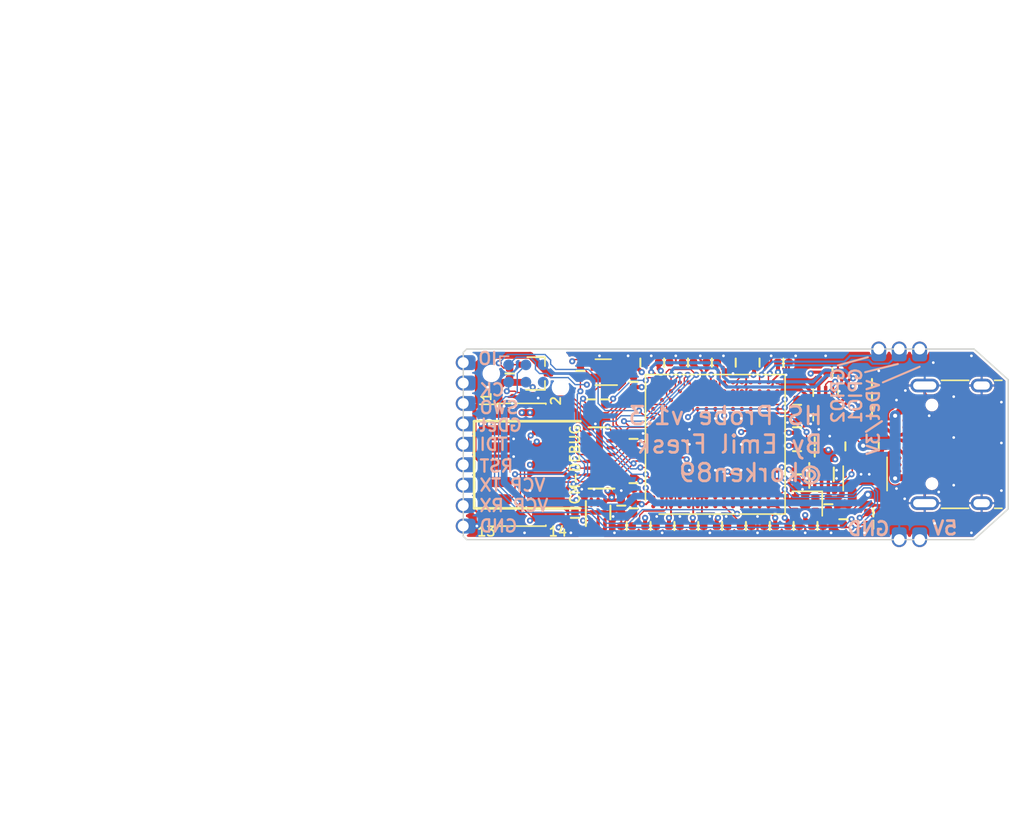
<source format=kicad_pcb>
(kicad_pcb (version 20171130) (host pcbnew 5.1.8)
  (layers (0 F.Cu signal) (1 In1.Cu signal) (2 In2.Cu signal) (31 B.Cu signal) (34 B.Paste user) (35 F.Paste user) (36 B.SilkS user) (37 F.SilkS user) (38 B.Mask user) (39 F.Mask user) (44 Edge.Cuts user))
  (net 0 "")
  (net 1 "Net-(J1-PadB8)")
  (net 2 "Net-(J1-PadA5)")
  (net 3 "Net-(J1-PadA8)")
  (net 4 "Net-(J1-PadB5)")
  (net 5 "Net-(U1-PadR13)")
  (net 6 "Net-(U1-PadR11)")
  (net 7 "Net-(U1-PadR10)")
  (net 8 "Net-(U1-PadR9)")
  (net 9 "Net-(U1-PadR8)")
  (net 10 "Net-(U1-PadR3)")
  (net 11 "Net-(U1-PadP14)")
  (net 12 "Net-(U1-PadP12)")
  (net 13 "Net-(U1-PadP11)")
  (net 14 "Net-(U1-PadP10)")
  (net 15 "Net-(U1-PadP9)")
  (net 16 "Net-(U1-PadP8)")
  (net 17 "Net-(U1-PadP5)")
  (net 18 "Net-(U1-PadP4)")
  (net 19 "Net-(U1-PadP3)")
  (net 20 "Net-(U1-PadP2)")
  (net 21 "Net-(U1-PadN14)")
  (net 22 "Net-(U1-PadN13)")
  (net 23 "Net-(U1-PadN11)")
  (net 24 "Net-(U1-PadN7)")
  (net 25 "Net-(U1-PadN5)")
  (net 26 "Net-(U1-PadN4)")
  (net 27 "Net-(U1-PadN3)")
  (net 28 "Net-(U1-PadN2)")
  (net 29 "Net-(U1-PadM15)")
  (net 30 "Net-(U1-PadM14)")
  (net 31 "Net-(U1-PadM6)")
  (net 32 "Net-(U1-PadM5)")
  (net 33 "Net-(U1-PadM4)")
  (net 34 "Net-(U1-PadM3)")
  (net 35 "Net-(U1-PadM2)")
  (net 36 "Net-(U1-PadL15)")
  (net 37 "Net-(U1-PadL14)")
  (net 38 "Net-(U1-PadK15)")
  (net 39 "Net-(U1-PadK14)")
  (net 40 "Net-(U1-PadK13)")
  (net 41 "Net-(U1-PadH15)")
  (net 42 "Net-(U1-PadH14)")
  (net 43 "Net-(U1-PadH1)")
  (net 44 "Net-(U1-PadG15)")
  (net 45 "Net-(U1-PadG14)")
  (net 46 "Net-(U1-PadF15)")
  (net 47 "Net-(U1-PadF14)")
  (net 48 "Net-(U1-PadF1)")
  (net 49 "Net-(U1-PadE14)")
  (net 50 "Net-(U1-PadE4)")
  (net 51 "Net-(U1-PadE3)")
  (net 52 "Net-(U1-PadE1)")
  (net 53 "Net-(U1-PadD15)")
  (net 54 "Net-(U1-PadD12)")
  (net 55 "Net-(U1-PadD11)")
  (net 56 "Net-(U1-PadD10)")
  (net 57 "Net-(U1-PadD4)")
  (net 58 "Net-(U1-PadD3)")
  (net 59 "Net-(U1-PadD2)")
  (net 60 "Net-(U1-PadD1)")
  (net 61 "Net-(U1-PadC12)")
  (net 62 "Net-(U1-PadC10)")
  (net 63 "Net-(U1-PadC4)")
  (net 64 "Net-(U1-PadC3)")
  (net 65 "Net-(U1-PadC2)")
  (net 66 "Net-(U1-PadB13)")
  (net 67 "Net-(U1-PadB12)")
  (net 68 "Net-(U1-PadB10)")
  (net 69 "Net-(U1-PadB9)")
  (net 70 "Net-(U1-PadB8)")
  (net 71 "Net-(U1-PadB7)")
  (net 72 "Net-(U1-PadB4)")
  (net 73 "Net-(U1-PadB3)")
  (net 74 "Net-(U1-PadB2)")
  (net 75 "Net-(U1-PadB1)")
  (net 76 "Net-(U1-PadA12)")
  (net 77 "Net-(U1-PadA3)")
  (net 78 "Net-(U1-PadA1)")
  (net 79 /D_N)
  (net 80 /D_P)
  (net 81 GND)
  (net 82 +3V3)
  (net 83 "Net-(U2-Pad1)")
  (net 84 /OSC)
  (net 85 /V12PHY)
  (net 86 /VCAP1)
  (net 87 /NRST)
  (net 88 /VCAP2)
  (net 89 +5V)
  (net 90 /GNDDetect)
  (net 91 /SPI1_CLK)
  (net 92 /BOOT0)
  (net 93 /RPHY)
  (net 94 /USART1_TX)
  (net 95 /SPI1_MISO)
  (net 96 "Net-(C24-Pad1)")
  (net 97 /RESET)
  (net 98 /T_~RESET)
  (net 99 /T_GNDDetect)
  (net 100 /T_VCP_RX)
  (net 101 /T_VCP_TX)
  (net 102 "Net-(U5-Pad9)")
  (net 103 /USART2_TX)
  (net 104 /USART2_RX)
  (net 105 "Net-(D1-Pad3)")
  (net 106 "Net-(D1-Pad2)")
  (net 107 "Net-(D1-Pad1)")
  (net 108 /LED1)
  (net 109 /LED2)
  (net 110 /LED3)
  (net 111 /P_SWCLK)
  (net 112 /P_SWDIO)
  (net 113 /SPI2_MISO)
  (net 114 /SPI2_MOSI)
  (net 115 /T_SWO_TDO)
  (net 116 /T_SWDIO_TMS)
  (net 117 /T_SWDCLK_JCLK)
  (net 118 /T_TDI)
  (net 119 "Net-(U3-Pad6)")
  (net 120 /T_VCC)
  (net 121 /T_VCC_EN)
  (net 122 "Net-(U7-Pad6)")
  (net 123 "Net-(U1-PadA13)")
  (net 124 "Net-(U1-PadM7)")
  (net 125 /T_VCC_MEAS)
  (net 126 /USB_SEL)
  (net 127 /D_HS_P)
  (net 128 /D_HS_N)
  (net 129 /D_FS_N)
  (net 130 /D_FS_P)
  (net 131 /GPIO2)
  (net 132 /GPIO1)
  (net 133 /FS_VBUS)
  (net 134 "Net-(J5-Pad6)")
  (net 135 /PROTECTED_5V)
  (net 136 "Net-(U6-Pad4)")
  (net 137 /T_ENABLE)
  (net 138 /PROT_5V_SENSE)
  (net 139 /5V_KEY)
  (net 140 /5V_KEY_EN)
  (module passive:R_0402 (layer F.Cu) (at 151.9 80.8 270)
    (fp_text reference R104 hide)
    (fp_text value 5.1k)
    (pad 1 smd roundrect (at -0.4 0 270) (size 0.55 0.55) (layers F.Cu F.Paste F.Mask) (net 140 /5V_KEY_EN))
    (pad 2 smd roundrect (at 0.4 0 270) (size 0.55 0.55) (layers F.Cu F.Paste F.Mask) (net 135 /PROTECTED_5V))
  )
  (module sot:SOT-323 (layer F.Cu) (at 153.8 80.8)
    (fp_text reference Q101 hide)
    (fp_text value " DMP2110UW-7")
    (pad 3 smd roundrect (at 0.95 0 270) (size 0.45 0.7) (layers F.Cu F.Paste F.Mask) (net 139 /5V_KEY))
    (pad 2 smd roundrect (at -0.95 0.65 270) (size 0.45 0.7) (layers F.Cu F.Paste F.Mask) (net 135 /PROTECTED_5V))
    (pad 1 smd roundrect (at -0.95 -0.65 270) (size 0.45 0.7) (layers F.Cu F.Paste F.Mask) (net 140 /5V_KEY_EN))
  )
  (module passive:R_0402 (layer F.Cu) (at 176.4 91.5 270)
    (fp_text reference R103 hide)
    (fp_text value 5.1k)
    (pad 1 smd roundrect (at -0.4 0 270) (size 0.55 0.55) (layers F.Cu F.Paste F.Mask) (net 135 /PROTECTED_5V))
    (pad 2 smd roundrect (at 0.4 0 270) (size 0.55 0.55) (layers F.Cu F.Paste F.Mask) (net 138 /PROT_5V_SENSE))
  )
  (module passive:R_0402 (layer F.Cu) (at 176.55 86.15 180)
    (fp_text reference R10 hide)
    (fp_text value 5.1k)
    (pad 1 smd roundrect (at -0.4 0 180) (size 0.55 0.55) (layers F.Cu F.Paste F.Mask) (net 137 /T_ENABLE))
    (pad 2 smd roundrect (at 0.4 0 180) (size 0.55 0.55) (layers F.Cu F.Paste F.Mask) (net 81 GND))
  )
  (module sot:SOT-23-5 (layer F.Cu) (at 178 88.5 270)
    (fp_text reference U6 hide)
    (fp_text value MAX40203AUK)
    (pad 5 smd roundrect (at 1.2 -0.95 270) (size 1.06 0.65) (layers F.Cu F.Paste F.Mask) (net 135 /PROTECTED_5V))
    (pad 4 smd roundrect (at 1.2 0.95 270) (size 1.06 0.65) (layers F.Cu F.Paste F.Mask) (net 136 "Net-(U6-Pad4)"))
    (pad 3 smd roundrect (at -1.2 0.95 270) (size 1.06 0.65) (layers F.Cu F.Paste F.Mask) (net 137 /T_ENABLE))
    (pad 2 smd roundrect (at -1.2 0 270) (size 1.06 0.65) (layers F.Cu F.Paste F.Mask) (net 81 GND))
    (pad 1 smd roundrect (at -1.2 -0.95 270) (size 1.06 0.65) (layers F.Cu F.Paste F.Mask) (net 96 "Net-(C24-Pad1)"))
  )
  (module crystals:Crystal_4Pin_2.0x1.6mm (layer F.Cu) (at 173.6 90.5 180)
    (fp_text reference U2 hide)
    (fp_text value "12 MHz")
    (pad 1 smd roundrect (at -0.75 0.5 180) (size 0.6 0.7) (layers F.Cu F.Paste F.Mask) (net 83 "Net-(U2-Pad1)"))
    (pad 2 smd roundrect (at 0.75 0.5 180) (size 0.6 0.7) (layers F.Cu F.Paste F.Mask) (net 81 GND))
    (pad 3 smd roundrect (at 0.75 -0.5 180) (size 0.6 0.7) (layers F.Cu F.Paste F.Mask) (net 84 /OSC))
    (pad 4 smd roundrect (at -0.75 -0.5 180) (size 0.6 0.7) (layers F.Cu F.Paste F.Mask) (net 82 +3V3))
  )
  (module connectors:PinHeader_2x07_FTSH-107-01-L-DV-K (layer F.Cu) (at 152.8 87.5)
    (fp_text reference U5 hide)
    (fp_text value STDC14 hide)
    (pad 14 smd roundrect (at 1.95 3.81) (size 2.4 0.74) (layers F.Cu F.Paste F.Mask) (net 101 /T_VCP_TX))
    (pad 13 smd roundrect (at -1.95 3.81) (size 2.4 0.74) (layers F.Cu F.Paste F.Mask) (net 100 /T_VCP_RX))
    (pad 12 smd roundrect (at 1.95 2.54) (size 2.4 0.74) (layers F.Cu F.Paste F.Mask) (net 98 /T_~RESET))
    (pad 11 smd roundrect (at -1.95 2.54) (size 2.4 0.74) (layers F.Cu F.Paste F.Mask) (net 99 /T_GNDDetect))
    (pad 10 smd roundrect (at 1.95 1.27) (size 2.4 0.74) (layers F.Cu F.Paste F.Mask) (net 118 /T_TDI))
    (pad 9 smd roundrect (at -1.95 1.27) (size 2.4 0.74) (layers F.Cu F.Paste F.Mask) (net 102 "Net-(U5-Pad9)"))
    (pad 8 smd roundrect (at 1.95 0) (size 2.4 0.74) (layers F.Cu F.Paste F.Mask) (net 115 /T_SWO_TDO))
    (pad 7 smd roundrect (at -1.95 0) (size 2.4 0.74) (layers F.Cu F.Paste F.Mask) (net 139 /5V_KEY))
    (pad 6 smd roundrect (at 1.95 -1.27) (size 2.4 0.74) (layers F.Cu F.Paste F.Mask) (net 117 /T_SWDCLK_JCLK))
    (pad 5 smd roundrect (at -1.95 -1.27) (size 2.4 0.74) (layers F.Cu F.Paste F.Mask) (net 81 GND))
    (pad 4 smd roundrect (at 1.95 -2.54) (size 2.4 0.74) (layers F.Cu F.Paste F.Mask) (net 116 /T_SWDIO_TMS))
    (pad 3 smd roundrect (at -1.95 -2.54) (size 2.4 0.74) (layers F.Cu F.Paste F.Mask) (net 120 /T_VCC))
    (pad 2 smd roundrect (at 1.95 -3.81) (size 2.4 0.74) (layers F.Cu F.Paste F.Mask) (net 120 /T_VCC))
    (pad 1 smd roundrect (at -1.95 -3.81) (size 2.4 0.74) (layers F.Cu F.Paste F.Mask) (net 135 /PROTECTED_5V))
  )
  (module Connector:Tag-Connect_TC2030-IDC-NL_2x03_P1.27mm_Vertical (layer B.Cu) (at 153.1 80.8)
    (fp_text reference J5 hide)
    (fp_text value tag-connect-swd hide)
    (pad 6 connect circle (at 1.27 0.635) (size 0.7874 0.7874) (layers B.Cu B.Mask) (net 134 "Net-(J5-Pad6)"))
    (pad 5 connect circle (at 1.27 -0.635) (size 0.7874 0.7874) (layers B.Cu B.Mask) (net 81 GND))
    (pad 4 connect circle (at 0 0.635) (size 0.7874 0.7874) (layers B.Cu B.Mask) (net 111 /P_SWCLK))
    (pad 3 connect circle (at 0 -0.635) (size 0.7874 0.7874) (layers B.Cu B.Mask) (net 87 /NRST))
    (pad 2 connect circle (at -1.27 0.635) (size 0.7874 0.7874) (layers B.Cu B.Mask) (net 112 /P_SWDIO))
    (pad 1 connect circle (at -1.27 -0.635) (size 0.7874 0.7874) (layers B.Cu B.Mask) (net 82 +3V3))
    (pad "" np_thru_hole circle (at -2.54 0) (size 0.9906 0.9906) (drill 0.9906) (layers *.Cu *.Mask))
    (pad "" np_thru_hole circle (at 2.54 -1.016) (size 0.9906 0.9906) (drill 0.9906) (layers *.Cu *.Mask))
    (pad "" np_thru_hole circle (at 2.54 1.016) (size 0.9906 0.9906) (drill 0.9906) (layers *.Cu *.Mask))
  )
  (module dfn:DFN-6-1EP_1.6x1.6mm_P0.5mm_EP0.5x1.26mm (layer F.Cu) (at 158.4 91 90)
    (fp_text reference U7 hide)
    (fp_text value MIC5353 hide)
    (pad 1 smd oval (at -0.75 -0.5 90) (size 0.7 0.25) (layers F.Cu F.Paste F.Mask) (net 121 /T_VCC_EN))
    (pad 2 smd oval (at -0.75 0 90) (size 0.7 0.25) (layers F.Cu F.Paste F.Mask) (net 81 GND))
    (pad 3 smd oval (at -0.75 0.5 90) (size 0.7 0.25) (layers F.Cu F.Paste F.Mask) (net 135 /PROTECTED_5V))
    (pad 4 smd oval (at 0.75 0.5 90) (size 0.7 0.25) (layers F.Cu F.Paste F.Mask) (net 120 /T_VCC))
    (pad 5 smd oval (at 0.75 0 90) (size 0.7 0.25) (layers F.Cu F.Paste F.Mask))
    (pad 6 smd oval (at 0.75 -0.5 90) (size 0.7 0.25) (layers F.Cu F.Paste F.Mask) (net 122 "Net-(U7-Pad6)"))
    (pad 7 smd roundrect (at 0 0 90) (size 0.33 1.26) (layers F.Cu F.Paste F.Mask) (net 81 GND))
  )
  (module dfn:DFN-6-1EP_1.6x1.6mm_P0.5mm_EP0.5x1.26mm (layer F.Cu) (at 174.8 88.2 90)
    (fp_text reference U3 hide)
    (fp_text value MIC5353 hide)
    (pad 1 smd oval (at -0.75 -0.5 90) (size 0.7 0.25) (layers F.Cu F.Paste F.Mask) (net 96 "Net-(C24-Pad1)"))
    (pad 2 smd oval (at -0.75 0 90) (size 0.7 0.25) (layers F.Cu F.Paste F.Mask) (net 81 GND))
    (pad 3 smd oval (at -0.75 0.5 90) (size 0.7 0.25) (layers F.Cu F.Paste F.Mask) (net 96 "Net-(C24-Pad1)"))
    (pad 4 smd oval (at 0.75 0.5 90) (size 0.7 0.25) (layers F.Cu F.Paste F.Mask) (net 82 +3V3))
    (pad 5 smd oval (at 0.75 0 90) (size 0.7 0.25) (layers F.Cu F.Paste F.Mask))
    (pad 6 smd oval (at 0.75 -0.5 90) (size 0.7 0.25) (layers F.Cu F.Paste F.Mask) (net 119 "Net-(U3-Pad6)"))
    (pad 7 smd roundrect (at 0 0 90) (size 0.33 1.26) (layers F.Cu F.Paste F.Mask) (net 81 GND))
  )
  (module passive:R_0402 (layer F.Cu) (at 174.3 85.8 180)
    (fp_text reference R9 hide)
    (fp_text value 3k)
    (pad 1 smd roundrect (at -0.4 0 180) (size 0.55 0.55) (layers F.Cu F.Paste F.Mask) (net 89 +5V))
    (pad 2 smd roundrect (at 0.4 0 180) (size 0.55 0.55) (layers F.Cu F.Paste F.Mask) (net 133 /FS_VBUS))
  )
  (module connectors:1x3_1.5mm_castellated (layer B.Cu) (at 179 79 90)
    (fp_text reference J4 hide)
    (fp_text value "Castellated Vias" hide)
    (pad 3 smd roundrect (at -0.308 3 90) (size 1.2 1.1) (layers B.Cu B.Mask) (net 120 /T_VCC))
    (pad 1 smd roundrect (at -0.3 0 90) (size 1.2 1.1) (layers B.Cu B.Mask) (net 131 /GPIO2))
    (pad 2 smd roundrect (at -0.308 1.5 90) (size 1.2 1.1) (layers B.Cu B.Mask) (net 132 /GPIO1))
    (pad 3 thru_hole circle (at 0 3 90) (size 1.1 1.1) (drill 0.8) (layers *.Cu *.Mask) (net 120 /T_VCC))
    (pad 2 thru_hole circle (at 0 1.5 90) (size 1.1 1.1) (drill 0.8) (layers *.Cu *.Mask) (net 132 /GPIO1))
    (pad 1 thru_hole circle (at 0 0 90) (size 1.1 1.1) (drill 0.8) (layers *.Cu *.Mask) (net 131 /GPIO2))
  )
  (module connectors:1x9_1.5mm_castellated (layer B.Cu) (at 148.5 92 180)
    (fp_text reference J2 hide)
    (fp_text value "Castellated Vias" hide)
    (pad 9 smd roundrect (at -0.308 12 180) (size 1.2 1.1) (layers B.Cu B.Mask) (net 116 /T_SWDIO_TMS))
    (pad 9 thru_hole circle (at 0 12 180) (size 1.1 1.1) (drill 0.8) (layers *.Cu *.Mask) (net 116 /T_SWDIO_TMS))
    (pad 8 smd roundrect (at -0.308 10.5 180) (size 1.2 1.1) (layers B.Cu B.Mask) (net 117 /T_SWDCLK_JCLK))
    (pad 8 thru_hole circle (at 0 10.5 180) (size 1.1 1.1) (drill 0.8) (layers *.Cu *.Mask) (net 117 /T_SWDCLK_JCLK))
    (pad 7 smd roundrect (at -0.308 9 180) (size 1.2 1.1) (layers B.Cu B.Mask) (net 115 /T_SWO_TDO))
    (pad 6 smd roundrect (at -0.308 7.5 180) (size 1.2 1.1) (layers B.Cu B.Mask) (net 99 /T_GNDDetect))
    (pad 5 smd roundrect (at -0.308 6 180) (size 1.2 1.1) (layers B.Cu B.Mask) (net 118 /T_TDI))
    (pad 4 smd roundrect (at -0.308 4.5 180) (size 1.2 1.1) (layers B.Cu B.Mask) (net 98 /T_~RESET))
    (pad 3 smd roundrect (at -0.308 3 180) (size 1.2 1.1) (layers B.Cu B.Mask) (net 101 /T_VCP_TX))
    (pad 1 smd roundrect (at -0.3 0 180) (size 1.2 1.1) (layers B.Cu B.Mask) (net 81 GND))
    (pad 2 smd roundrect (at -0.308 1.5 180) (size 1.2 1.1) (layers B.Cu B.Mask) (net 100 /T_VCP_RX))
    (pad 7 thru_hole circle (at 0 9 180) (size 1.1 1.1) (drill 0.8) (layers *.Cu *.Mask) (net 115 /T_SWO_TDO))
    (pad 6 thru_hole circle (at 0 7.5 180) (size 1.1 1.1) (drill 0.8) (layers *.Cu *.Mask) (net 99 /T_GNDDetect))
    (pad 5 thru_hole circle (at 0 6 180) (size 1.1 1.1) (drill 0.8) (layers *.Cu *.Mask) (net 118 /T_TDI))
    (pad 4 thru_hole circle (at 0 4.5 180) (size 1.1 1.1) (drill 0.8) (layers *.Cu *.Mask) (net 98 /T_~RESET))
    (pad 3 thru_hole circle (at 0 3 180) (size 1.1 1.1) (drill 0.8) (layers *.Cu *.Mask) (net 101 /T_VCP_TX))
    (pad 2 thru_hole circle (at 0 1.5 180) (size 1.1 1.1) (drill 0.8) (layers *.Cu *.Mask) (net 100 /T_VCP_RX))
    (pad 1 thru_hole circle (at 0 0 180) (size 1.1 1.1) (drill 0.8) (layers *.Cu *.Mask) (net 81 GND))
  )
  (module connectors:1x2_1.5mm_castellated (layer B.Cu) (at 182 93 270)
    (fp_text reference J3 hide)
    (fp_text value "Castellated Vias" hide)
    (pad 1 smd roundrect (at -0.3 0 270) (size 1.2 1.1) (layers B.Cu B.Mask) (net 135 /PROTECTED_5V))
    (pad 2 smd roundrect (at -0.308 1.5 270) (size 1.2 1.1) (layers B.Cu B.Mask) (net 81 GND))
    (pad 2 thru_hole circle (at 0 1.5 270) (size 1.1 1.1) (drill 0.8) (layers *.Cu *.Mask) (net 81 GND))
    (pad 1 thru_hole circle (at 0 0 270) (size 1.1 1.1) (drill 0.8) (layers *.Cu *.Mask) (net 135 /PROTECTED_5V))
  )
  (module Package_DFN_QFN:UQFN-10_1.6x2.1mm_P0.5mm (layer F.Cu) (at 175.1 83.1 180)
    (fp_text reference U8 hide)
    (fp_text value USB3740B-AI9 hide)
    (pad 10 smd roundrect (at -0.5 -1 180) (size 0.25 0.8) (layers F.Cu F.Paste F.Mask) (net 80 /D_P))
    (pad 9 smd roundrect (at 0 -1 180) (size 0.25 0.8) (layers F.Cu F.Paste F.Mask) (net 79 /D_N))
    (pad 8 smd roundrect (at 0.5 -1 180) (size 0.25 0.8) (layers F.Cu F.Paste F.Mask) (net 81 GND))
    (pad 7 smd roundrect (at 0.675 -0.25 180) (size 0.95 0.25) (layers F.Cu F.Paste F.Mask) (net 128 /D_HS_N))
    (pad 6 smd roundrect (at 0.675 0.25 180) (size 0.95 0.25) (layers F.Cu F.Paste F.Mask) (net 127 /D_HS_P))
    (pad 5 smd roundrect (at 0.5 1 180) (size 0.25 0.8) (layers F.Cu F.Paste F.Mask) (net 82 +3V3))
    (pad 4 smd roundrect (at 0 1 180) (size 0.25 0.8) (layers F.Cu F.Paste F.Mask) (net 126 /USB_SEL))
    (pad 3 smd roundrect (at -0.5 1 180) (size 0.25 0.8) (layers F.Cu F.Paste F.Mask) (net 81 GND))
    (pad 2 smd roundrect (at -0.675 0.25 180) (size 0.95 0.25) (layers F.Cu F.Paste F.Mask) (net 130 /D_FS_P))
    (pad 1 smd roundrect (at -0.675 -0.25 180) (size 0.95 0.25) (layers F.Cu F.Paste F.Mask) (net 129 /D_FS_N))
  )
  (module passive:R_0402 (layer F.Cu) (at 178.5 83.5)
    (fp_text reference R8 hide)
    (fp_text value 5.1k)
    (pad 1 smd roundrect (at -0.4 0) (size 0.55 0.55) (layers F.Cu F.Paste F.Mask) (net 126 /USB_SEL))
    (pad 2 smd roundrect (at 0.4 0) (size 0.55 0.55) (layers F.Cu F.Paste F.Mask) (net 81 GND))
  )
  (module passive:C_0402 (layer F.Cu) (at 175.6 80.7)
    (fp_text reference C28 hide)
    (fp_text value 0.1u)
    (pad 1 smd roundrect (at -0.4 0) (size 0.55 0.55) (layers F.Cu F.Paste F.Mask) (net 82 +3V3))
    (pad 2 smd roundrect (at 0.4 0) (size 0.55 0.55) (layers F.Cu F.Paste F.Mask) (net 81 GND))
  )
  (module passive:R_0402 (layer F.Cu) (at 178.6 91.9)
    (fp_text reference R102 hide)
    (fp_text value 5.1k)
    (pad 1 smd roundrect (at -0.4 0) (size 0.55 0.55) (layers F.Cu F.Paste F.Mask) (net 120 /T_VCC))
    (pad 2 smd roundrect (at 0.4 0) (size 0.55 0.55) (layers F.Cu F.Paste F.Mask) (net 125 /T_VCC_MEAS))
  )
  (module passive:R_0402 (layer F.Cu) (at 178.6 91)
    (fp_text reference R101 hide)
    (fp_text value 5.1k)
    (pad 1 smd roundrect (at -0.4 0) (size 0.55 0.55) (layers F.Cu F.Paste F.Mask) (net 125 /T_VCC_MEAS))
    (pad 2 smd roundrect (at 0.4 0) (size 0.55 0.55) (layers F.Cu F.Paste F.Mask) (net 81 GND))
  )
  (module LED_SMD:LED_LiteOn_LTST-C19HE1WT (layer F.Cu) (at 159 80.7 270)
    (fp_text reference D1 hide)
    (fp_text value LTST-C19HE1WT hide)
    (pad 4 smd rect (at -0.425 0.725 270) (size 0.65 0.85) (layers F.Cu F.Paste F.Mask) (net 89 +5V))
    (pad 3 smd rect (at 0.425 0.725 270) (size 0.65 0.85) (layers F.Cu F.Paste F.Mask) (net 105 "Net-(D1-Pad3)"))
    (pad 2 smd rect (at 0.425 -0.725 270) (size 0.65 0.85) (layers F.Cu F.Paste F.Mask) (net 106 "Net-(D1-Pad2)"))
    (pad 1 smd rect (at -0.425 -0.725 270) (size 0.65 0.85) (layers F.Cu F.Paste F.Mask) (net 107 "Net-(D1-Pad1)"))
  )
  (module passive:C_0402 (layer F.Cu) (at 156.7 91.4 90)
    (fp_text reference C26 hide)
    (fp_text value 2.2u)
    (pad 1 smd roundrect (at -0.4 0 90) (size 0.55 0.55) (layers F.Cu F.Paste F.Mask) (net 135 /PROTECTED_5V))
    (pad 2 smd roundrect (at 0.4 0 90) (size 0.55 0.55) (layers F.Cu F.Paste F.Mask) (net 81 GND))
  )
  (module passive:C_0402 (layer F.Cu) (at 175.3 90.4 270)
    (fp_text reference C24 hide)
    (fp_text value 2.2u)
    (pad 1 smd roundrect (at -0.4 0 270) (size 0.55 0.55) (layers F.Cu F.Paste F.Mask) (net 96 "Net-(C24-Pad1)"))
    (pad 2 smd roundrect (at 0.4 0 270) (size 0.55 0.55) (layers F.Cu F.Paste F.Mask) (net 81 GND))
  )
  (module passive:C_0402 (layer F.Cu) (at 160.1 90.5 270)
    (fp_text reference C27 hide)
    (fp_text value 2.2u)
    (pad 1 smd roundrect (at -0.4 0 270) (size 0.55 0.55) (layers F.Cu F.Paste F.Mask) (net 120 /T_VCC))
    (pad 2 smd roundrect (at 0.4 0 270) (size 0.55 0.55) (layers F.Cu F.Paste F.Mask) (net 81 GND))
  )
  (module passive:C_0402 (layer F.Cu) (at 174.3 86.6 180)
    (fp_text reference C25 hide)
    (fp_text value 2.2u)
    (pad 1 smd roundrect (at -0.4 0 180) (size 0.55 0.55) (layers F.Cu F.Paste F.Mask) (net 82 +3V3))
    (pad 2 smd roundrect (at 0.4 0 180) (size 0.55 0.55) (layers F.Cu F.Paste F.Mask) (net 81 GND))
  )
  (module bga:UFBGA-201_10x10mm_Layout15x15_P0.65mm (layer F.Cu) (at 167 86 90)
    (fp_text reference U1 hide)
    (fp_text value hs-probe-stm32 hide)
    (pad R15 smd circle (at 4.55 4.55 90) (size 0.3 0.3) (layers F.Cu F.Paste F.Mask) (net 127 /D_HS_P))
    (pad R14 smd circle (at 3.9 4.55 90) (size 0.3 0.3) (layers F.Cu F.Paste F.Mask) (net 128 /D_HS_N))
    (pad R13 smd circle (at 3.25 4.55 90) (size 0.3 0.3) (layers F.Cu F.Paste F.Mask) (net 5 "Net-(U1-PadR13)"))
    (pad R12 smd circle (at 2.6 4.55 90) (size 0.3 0.3) (layers F.Cu F.Paste F.Mask) (net 126 /USB_SEL))
    (pad R11 smd circle (at 1.95 4.55 90) (size 0.3 0.3) (layers F.Cu F.Paste F.Mask) (net 6 "Net-(U1-PadR11)"))
    (pad R10 smd circle (at 1.3 4.55 90) (size 0.3 0.3) (layers F.Cu F.Paste F.Mask) (net 7 "Net-(U1-PadR10)"))
    (pad R9 smd circle (at 0.65 4.55 90) (size 0.3 0.3) (layers F.Cu F.Paste F.Mask) (net 8 "Net-(U1-PadR9)"))
    (pad R8 smd circle (at 0 4.55 90) (size 0.3 0.3) (layers F.Cu F.Paste F.Mask) (net 9 "Net-(U1-PadR8)"))
    (pad R7 smd circle (at -0.65 4.55 90) (size 0.3 0.3) (layers F.Cu F.Paste F.Mask))
    (pad R6 smd circle (at -1.3 4.55 90) (size 0.3 0.3) (layers F.Cu F.Paste F.Mask))
    (pad R5 smd circle (at -1.95 4.55 90) (size 0.3 0.3) (layers F.Cu F.Paste F.Mask) (net 138 /PROT_5V_SENSE))
    (pad R4 smd circle (at -2.6 4.55 90) (size 0.3 0.3) (layers F.Cu F.Paste F.Mask) (net 137 /T_ENABLE))
    (pad R3 smd circle (at -3.25 4.55 90) (size 0.3 0.3) (layers F.Cu F.Paste F.Mask) (net 10 "Net-(U1-PadR3)"))
    (pad R2 smd circle (at -3.9 4.55 90) (size 0.3 0.3) (layers F.Cu F.Paste F.Mask) (net 125 /T_VCC_MEAS))
    (pad R1 smd circle (at -4.55 4.55 90) (size 0.3 0.3) (layers F.Cu F.Paste F.Mask) (net 82 +3V3))
    (pad P15 smd circle (at 4.55 3.9 90) (size 0.3 0.3) (layers F.Cu F.Paste F.Mask) (net 132 /GPIO1))
    (pad P14 smd circle (at 3.9 3.9 90) (size 0.3 0.3) (layers F.Cu F.Paste F.Mask) (net 11 "Net-(U1-PadP14)"))
    (pad P13 smd circle (at 3.25 3.9 90) (size 0.3 0.3) (layers F.Cu F.Paste F.Mask) (net 133 /FS_VBUS))
    (pad P12 smd circle (at 2.6 3.9 90) (size 0.3 0.3) (layers F.Cu F.Paste F.Mask) (net 12 "Net-(U1-PadP12)"))
    (pad P11 smd circle (at 1.95 3.9 90) (size 0.3 0.3) (layers F.Cu F.Paste F.Mask) (net 13 "Net-(U1-PadP11)"))
    (pad P10 smd circle (at 1.3 3.9 90) (size 0.3 0.3) (layers F.Cu F.Paste F.Mask) (net 14 "Net-(U1-PadP10)"))
    (pad P9 smd circle (at 0.65 3.9 90) (size 0.3 0.3) (layers F.Cu F.Paste F.Mask) (net 15 "Net-(U1-PadP9)"))
    (pad P8 smd circle (at 0 3.9 90) (size 0.3 0.3) (layers F.Cu F.Paste F.Mask) (net 16 "Net-(U1-PadP8)"))
    (pad P7 smd circle (at -0.65 3.9 90) (size 0.3 0.3) (layers F.Cu F.Paste F.Mask))
    (pad P6 smd circle (at -1.3 3.9 90) (size 0.3 0.3) (layers F.Cu F.Paste F.Mask))
    (pad P5 smd circle (at -1.95 3.9 90) (size 0.3 0.3) (layers F.Cu F.Paste F.Mask) (net 17 "Net-(U1-PadP5)"))
    (pad P4 smd circle (at -2.6 3.9 90) (size 0.3 0.3) (layers F.Cu F.Paste F.Mask) (net 18 "Net-(U1-PadP4)"))
    (pad P3 smd circle (at -3.25 3.9 90) (size 0.3 0.3) (layers F.Cu F.Paste F.Mask) (net 19 "Net-(U1-PadP3)"))
    (pad P2 smd circle (at -3.9 3.9 90) (size 0.3 0.3) (layers F.Cu F.Paste F.Mask) (net 20 "Net-(U1-PadP2)"))
    (pad P1 smd circle (at -4.55 3.9 90) (size 0.3 0.3) (layers F.Cu F.Paste F.Mask) (net 82 +3V3))
    (pad N15 smd circle (at 4.55 3.25 90) (size 0.3 0.3) (layers F.Cu F.Paste F.Mask) (net 131 /GPIO2))
    (pad N14 smd circle (at 3.9 3.25 90) (size 0.3 0.3) (layers F.Cu F.Paste F.Mask) (net 21 "Net-(U1-PadN14)"))
    (pad N13 smd circle (at 3.25 3.25 90) (size 0.3 0.3) (layers F.Cu F.Paste F.Mask) (net 22 "Net-(U1-PadN13)"))
    (pad N12 smd circle (at 2.6 3.25 90) (size 0.3 0.3) (layers F.Cu F.Paste F.Mask))
    (pad N11 smd circle (at 1.95 3.25 90) (size 0.3 0.3) (layers F.Cu F.Paste F.Mask) (net 23 "Net-(U1-PadN11)"))
    (pad N10 smd circle (at 1.3 3.25 90) (size 0.3 0.3) (layers F.Cu F.Paste F.Mask) (net 82 +3V3))
    (pad N9 smd circle (at 0.65 3.25 90) (size 0.3 0.3) (layers F.Cu F.Paste F.Mask) (net 82 +3V3))
    (pad N8 smd circle (at 0 3.25 90) (size 0.3 0.3) (layers F.Cu F.Paste F.Mask) (net 82 +3V3))
    (pad N7 smd circle (at -0.65 3.25 90) (size 0.3 0.3) (layers F.Cu F.Paste F.Mask) (net 24 "Net-(U1-PadN7)"))
    (pad N6 smd circle (at -1.3 3.25 90) (size 0.3 0.3) (layers F.Cu F.Paste F.Mask))
    (pad N5 smd circle (at -1.95 3.25 90) (size 0.3 0.3) (layers F.Cu F.Paste F.Mask) (net 25 "Net-(U1-PadN5)"))
    (pad N4 smd circle (at -2.6 3.25 90) (size 0.3 0.3) (layers F.Cu F.Paste F.Mask) (net 26 "Net-(U1-PadN4)"))
    (pad N3 smd circle (at -3.25 3.25 90) (size 0.3 0.3) (layers F.Cu F.Paste F.Mask) (net 27 "Net-(U1-PadN3)"))
    (pad N2 smd circle (at -3.9 3.25 90) (size 0.3 0.3) (layers F.Cu F.Paste F.Mask) (net 28 "Net-(U1-PadN2)"))
    (pad N1 smd circle (at -4.55 3.25 90) (size 0.3 0.3) (layers F.Cu F.Paste F.Mask) (net 81 GND))
    (pad M15 smd circle (at 4.55 2.6 90) (size 0.3 0.3) (layers F.Cu F.Paste F.Mask) (net 29 "Net-(U1-PadM15)"))
    (pad M14 smd circle (at 3.9 2.6 90) (size 0.3 0.3) (layers F.Cu F.Paste F.Mask) (net 30 "Net-(U1-PadM14)"))
    (pad M13 smd circle (at 3.25 2.6 90) (size 0.3 0.3) (layers F.Cu F.Paste F.Mask))
    (pad M12 smd circle (at 2.6 2.6 90) (size 0.3 0.3) (layers F.Cu F.Paste F.Mask))
    (pad M11 smd circle (at 1.95 2.6 90) (size 0.3 0.3) (layers F.Cu F.Paste F.Mask))
    (pad M10 smd circle (at 1.3 2.6 90) (size 0.3 0.3) (layers F.Cu F.Paste F.Mask) (net 86 /VCAP1))
    (pad M9 smd circle (at 0.65 2.6 90) (size 0.3 0.3) (layers F.Cu F.Paste F.Mask) (net 81 GND))
    (pad M8 smd circle (at 0 2.6 90) (size 0.3 0.3) (layers F.Cu F.Paste F.Mask) (net 81 GND))
    (pad M7 smd circle (at -0.65 2.6 90) (size 0.3 0.3) (layers F.Cu F.Paste F.Mask) (net 124 "Net-(U1-PadM7)"))
    (pad M6 smd circle (at -1.3 2.6 90) (size 0.3 0.3) (layers F.Cu F.Paste F.Mask) (net 31 "Net-(U1-PadM6)"))
    (pad M5 smd circle (at -1.95 2.6 90) (size 0.3 0.3) (layers F.Cu F.Paste F.Mask) (net 32 "Net-(U1-PadM5)"))
    (pad M4 smd circle (at -2.6 2.6 90) (size 0.3 0.3) (layers F.Cu F.Paste F.Mask) (net 33 "Net-(U1-PadM4)"))
    (pad M3 smd circle (at -3.25 2.6 90) (size 0.3 0.3) (layers F.Cu F.Paste F.Mask) (net 34 "Net-(U1-PadM3)"))
    (pad M2 smd circle (at -3.9 2.6 90) (size 0.3 0.3) (layers F.Cu F.Paste F.Mask) (net 35 "Net-(U1-PadM2)"))
    (pad M1 smd circle (at -4.55 2.6 90) (size 0.3 0.3) (layers F.Cu F.Paste F.Mask) (net 81 GND))
    (pad L15 smd circle (at 4.55 1.95 90) (size 0.3 0.3) (layers F.Cu F.Paste F.Mask) (net 36 "Net-(U1-PadL15)"))
    (pad L14 smd circle (at 3.9 1.95 90) (size 0.3 0.3) (layers F.Cu F.Paste F.Mask) (net 37 "Net-(U1-PadL14)"))
    (pad L13 smd circle (at 3.25 1.95 90) (size 0.3 0.3) (layers F.Cu F.Paste F.Mask))
    (pad L12 smd circle (at 2.6 1.95 90) (size 0.3 0.3) (layers F.Cu F.Paste F.Mask))
    (pad L4 smd circle (at -2.6 1.95 90) (size 0.3 0.3) (layers F.Cu F.Paste F.Mask) (net 81 GND))
    (pad L3 smd circle (at -3.25 1.95 90) (size 0.3 0.3) (layers F.Cu F.Paste F.Mask))
    (pad L2 smd circle (at -3.9 1.95 90) (size 0.3 0.3) (layers F.Cu F.Paste F.Mask))
    (pad L1 smd circle (at -4.55 1.95 90) (size 0.3 0.3) (layers F.Cu F.Paste F.Mask))
    (pad K15 smd circle (at 4.55 1.3 90) (size 0.3 0.3) (layers F.Cu F.Paste F.Mask) (net 38 "Net-(U1-PadK15)"))
    (pad K14 smd circle (at 3.9 1.3 90) (size 0.3 0.3) (layers F.Cu F.Paste F.Mask) (net 39 "Net-(U1-PadK14)"))
    (pad K13 smd circle (at 3.25 1.3 90) (size 0.3 0.3) (layers F.Cu F.Paste F.Mask) (net 40 "Net-(U1-PadK13)"))
    (pad K12 smd circle (at 2.6 1.3 90) (size 0.3 0.3) (layers F.Cu F.Paste F.Mask))
    (pad K10 smd circle (at 1.3 1.3 90) (size 0.3 0.3) (layers F.Cu F.Paste F.Mask) (net 81 GND))
    (pad K9 smd circle (at 0.65 1.3 90) (size 0.3 0.3) (layers F.Cu F.Paste F.Mask) (net 81 GND))
    (pad K8 smd circle (at 0 1.3 90) (size 0.3 0.3) (layers F.Cu F.Paste F.Mask) (net 81 GND))
    (pad K7 smd circle (at -0.65 1.3 90) (size 0.3 0.3) (layers F.Cu F.Paste F.Mask) (net 81 GND))
    (pad K6 smd circle (at -1.3 1.3 90) (size 0.3 0.3) (layers F.Cu F.Paste F.Mask) (net 81 GND))
    (pad K4 smd circle (at -2.6 1.3 90) (size 0.3 0.3) (layers F.Cu F.Paste F.Mask) (net 82 +3V3))
    (pad K3 smd circle (at -3.25 1.3 90) (size 0.3 0.3) (layers F.Cu F.Paste F.Mask))
    (pad K2 smd circle (at -3.9 1.3 90) (size 0.3 0.3) (layers F.Cu F.Paste F.Mask))
    (pad K1 smd circle (at -4.55 1.3 90) (size 0.3 0.3) (layers F.Cu F.Paste F.Mask))
    (pad J15 smd circle (at 4.55 0.65 90) (size 0.3 0.3) (layers F.Cu F.Paste F.Mask) (net 93 /RPHY))
    (pad J14 smd circle (at 3.9 0.65 90) (size 0.3 0.3) (layers F.Cu F.Paste F.Mask) (net 85 /V12PHY))
    (pad J13 smd circle (at 3.25 0.65 90) (size 0.3 0.3) (layers F.Cu F.Paste F.Mask) (net 82 +3V3))
    (pad J12 smd circle (at 2.6 0.65 90) (size 0.3 0.3) (layers F.Cu F.Paste F.Mask) (net 82 +3V3))
    (pad J10 smd circle (at 1.3 0.65 90) (size 0.3 0.3) (layers F.Cu F.Paste F.Mask) (net 81 GND))
    (pad J9 smd circle (at 0.65 0.65 90) (size 0.3 0.3) (layers F.Cu F.Paste F.Mask) (net 81 GND))
    (pad J8 smd circle (at 0 0.65 90) (size 0.3 0.3) (layers F.Cu F.Paste F.Mask) (net 81 GND))
    (pad J7 smd circle (at -0.65 0.65 90) (size 0.3 0.3) (layers F.Cu F.Paste F.Mask) (net 81 GND))
    (pad J6 smd circle (at -1.3 0.65 90) (size 0.3 0.3) (layers F.Cu F.Paste F.Mask) (net 81 GND))
    (pad J4 smd circle (at -2.6 0.65 90) (size 0.3 0.3) (layers F.Cu F.Paste F.Mask))
    (pad J3 smd circle (at -3.25 0.65 90) (size 0.3 0.3) (layers F.Cu F.Paste F.Mask))
    (pad J2 smd circle (at -3.9 0.65 90) (size 0.3 0.3) (layers F.Cu F.Paste F.Mask))
    (pad J1 smd circle (at -4.55 0.65 90) (size 0.3 0.3) (layers F.Cu F.Paste F.Mask) (net 87 /NRST))
    (pad H15 smd circle (at 4.55 0 90) (size 0.3 0.3) (layers F.Cu F.Paste F.Mask) (net 41 "Net-(U1-PadH15)"))
    (pad H14 smd circle (at 3.9 0 90) (size 0.3 0.3) (layers F.Cu F.Paste F.Mask) (net 42 "Net-(U1-PadH14)"))
    (pad H13 smd circle (at 3.25 0 90) (size 0.3 0.3) (layers F.Cu F.Paste F.Mask) (net 82 +3V3))
    (pad H12 smd circle (at 2.6 0 90) (size 0.3 0.3) (layers F.Cu F.Paste F.Mask) (net 81 GND))
    (pad H10 smd circle (at 1.3 0 90) (size 0.3 0.3) (layers F.Cu F.Paste F.Mask) (net 81 GND))
    (pad H9 smd circle (at 0.65 0 90) (size 0.3 0.3) (layers F.Cu F.Paste F.Mask) (net 81 GND))
    (pad H8 smd circle (at 0 0 90) (size 0.3 0.3) (layers F.Cu F.Paste F.Mask) (net 81 GND))
    (pad H7 smd circle (at -0.65 0 90) (size 0.3 0.3) (layers F.Cu F.Paste F.Mask) (net 81 GND))
    (pad H6 smd circle (at -1.3 0 90) (size 0.3 0.3) (layers F.Cu F.Paste F.Mask) (net 81 GND))
    (pad H4 smd circle (at -2.6 0 90) (size 0.3 0.3) (layers F.Cu F.Paste F.Mask))
    (pad H3 smd circle (at -3.25 0 90) (size 0.3 0.3) (layers F.Cu F.Paste F.Mask))
    (pad H2 smd circle (at -3.9 0 90) (size 0.3 0.3) (layers F.Cu F.Paste F.Mask))
    (pad H1 smd circle (at -4.55 0 90) (size 0.3 0.3) (layers F.Cu F.Paste F.Mask) (net 43 "Net-(U1-PadH1)"))
    (pad G15 smd circle (at 4.55 -0.65 90) (size 0.3 0.3) (layers F.Cu F.Paste F.Mask) (net 44 "Net-(U1-PadG15)"))
    (pad G14 smd circle (at 3.9 -0.65 90) (size 0.3 0.3) (layers F.Cu F.Paste F.Mask) (net 45 "Net-(U1-PadG14)"))
    (pad G13 smd circle (at 3.25 -0.65 90) (size 0.3 0.3) (layers F.Cu F.Paste F.Mask) (net 82 +3V3))
    (pad G12 smd circle (at 2.6 -0.65 90) (size 0.3 0.3) (layers F.Cu F.Paste F.Mask) (net 81 GND))
    (pad G10 smd circle (at 1.3 -0.65 90) (size 0.3 0.3) (layers F.Cu F.Paste F.Mask) (net 81 GND))
    (pad G9 smd circle (at 0.65 -0.65 90) (size 0.3 0.3) (layers F.Cu F.Paste F.Mask) (net 81 GND))
    (pad G8 smd circle (at 0 -0.65 90) (size 0.3 0.3) (layers F.Cu F.Paste F.Mask) (net 81 GND))
    (pad G7 smd circle (at -0.65 -0.65 90) (size 0.3 0.3) (layers F.Cu F.Paste F.Mask) (net 81 GND))
    (pad G6 smd circle (at -1.3 -0.65 90) (size 0.3 0.3) (layers F.Cu F.Paste F.Mask) (net 81 GND))
    (pad G4 smd circle (at -2.6 -0.65 90) (size 0.3 0.3) (layers F.Cu F.Paste F.Mask))
    (pad G3 smd circle (at -3.25 -0.65 90) (size 0.3 0.3) (layers F.Cu F.Paste F.Mask) (net 82 +3V3))
    (pad G2 smd circle (at -3.9 -0.65 90) (size 0.3 0.3) (layers F.Cu F.Paste F.Mask) (net 81 GND))
    (pad G1 smd circle (at -4.55 -0.65 90) (size 0.3 0.3) (layers F.Cu F.Paste F.Mask) (net 84 /OSC))
    (pad F15 smd circle (at 4.55 -1.3 90) (size 0.3 0.3) (layers F.Cu F.Paste F.Mask) (net 46 "Net-(U1-PadF15)"))
    (pad F14 smd circle (at 3.9 -1.3 90) (size 0.3 0.3) (layers F.Cu F.Paste F.Mask) (net 47 "Net-(U1-PadF14)"))
    (pad F13 smd circle (at 3.25 -1.3 90) (size 0.3 0.3) (layers F.Cu F.Paste F.Mask) (net 88 /VCAP2))
    (pad F12 smd circle (at 2.6 -1.3 90) (size 0.3 0.3) (layers F.Cu F.Paste F.Mask) (net 81 GND))
    (pad F10 smd circle (at 1.3 -1.3 90) (size 0.3 0.3) (layers F.Cu F.Paste F.Mask) (net 81 GND))
    (pad F9 smd circle (at 0.65 -1.3 90) (size 0.3 0.3) (layers F.Cu F.Paste F.Mask) (net 81 GND))
    (pad F8 smd circle (at 0 -1.3 90) (size 0.3 0.3) (layers F.Cu F.Paste F.Mask) (net 81 GND))
    (pad F7 smd circle (at -0.65 -1.3 90) (size 0.3 0.3) (layers F.Cu F.Paste F.Mask) (net 81 GND))
    (pad F6 smd circle (at -1.3 -1.3 90) (size 0.3 0.3) (layers F.Cu F.Paste F.Mask) (net 81 GND))
    (pad F4 smd circle (at -2.6 -1.3 90) (size 0.3 0.3) (layers F.Cu F.Paste F.Mask))
    (pad F3 smd circle (at -3.25 -1.3 90) (size 0.3 0.3) (layers F.Cu F.Paste F.Mask) (net 82 +3V3))
    (pad F2 smd circle (at -3.9 -1.3 90) (size 0.3 0.3) (layers F.Cu F.Paste F.Mask) (net 81 GND))
    (pad F1 smd circle (at -4.55 -1.3 90) (size 0.3 0.3) (layers F.Cu F.Paste F.Mask) (net 48 "Net-(U1-PadF1)"))
    (pad E15 smd circle (at 4.55 -1.95 90) (size 0.3 0.3) (layers F.Cu F.Paste F.Mask) (net 133 /FS_VBUS))
    (pad E14 smd circle (at 3.9 -1.95 90) (size 0.3 0.3) (layers F.Cu F.Paste F.Mask) (net 49 "Net-(U1-PadE14)"))
    (pad E13 smd circle (at 3.25 -1.95 90) (size 0.3 0.3) (layers F.Cu F.Paste F.Mask))
    (pad E12 smd circle (at 2.6 -1.95 90) (size 0.3 0.3) (layers F.Cu F.Paste F.Mask))
    (pad E4 smd circle (at -2.6 -1.95 90) (size 0.3 0.3) (layers F.Cu F.Paste F.Mask) (net 50 "Net-(U1-PadE4)"))
    (pad E3 smd circle (at -3.25 -1.95 90) (size 0.3 0.3) (layers F.Cu F.Paste F.Mask) (net 51 "Net-(U1-PadE3)"))
    (pad E2 smd circle (at -3.9 -1.95 90) (size 0.3 0.3) (layers F.Cu F.Paste F.Mask))
    (pad E1 smd circle (at -4.55 -1.95 90) (size 0.3 0.3) (layers F.Cu F.Paste F.Mask) (net 52 "Net-(U1-PadE1)"))
    (pad D15 smd circle (at 4.55 -2.6 90) (size 0.3 0.3) (layers F.Cu F.Paste F.Mask) (net 53 "Net-(U1-PadD15)"))
    (pad D14 smd circle (at 3.9 -2.6 90) (size 0.3 0.3) (layers F.Cu F.Paste F.Mask) (net 91 /SPI1_CLK))
    (pad D13 smd circle (at 3.25 -2.6 90) (size 0.3 0.3) (layers F.Cu F.Paste F.Mask))
    (pad D12 smd circle (at 2.6 -2.6 90) (size 0.3 0.3) (layers F.Cu F.Paste F.Mask) (net 54 "Net-(U1-PadD12)"))
    (pad D11 smd circle (at 1.95 -2.6 90) (size 0.3 0.3) (layers F.Cu F.Paste F.Mask) (net 55 "Net-(U1-PadD11)"))
    (pad D10 smd circle (at 1.3 -2.6 90) (size 0.3 0.3) (layers F.Cu F.Paste F.Mask) (net 56 "Net-(U1-PadD10)"))
    (pad D9 smd circle (at 0.65 -2.6 90) (size 0.3 0.3) (layers F.Cu F.Paste F.Mask) (net 81 GND))
    (pad D8 smd circle (at 0 -2.6 90) (size 0.3 0.3) (layers F.Cu F.Paste F.Mask) (net 81 GND))
    (pad D7 smd circle (at -0.65 -2.6 90) (size 0.3 0.3) (layers F.Cu F.Paste F.Mask) (net 81 GND))
    (pad D6 smd circle (at -1.3 -2.6 90) (size 0.3 0.3) (layers F.Cu F.Paste F.Mask) (net 92 /BOOT0))
    (pad D5 smd circle (at -1.95 -2.6 90) (size 0.3 0.3) (layers F.Cu F.Paste F.Mask) (net 81 GND))
    (pad D4 smd circle (at -2.6 -2.6 90) (size 0.3 0.3) (layers F.Cu F.Paste F.Mask) (net 57 "Net-(U1-PadD4)"))
    (pad D3 smd circle (at -3.25 -2.6 90) (size 0.3 0.3) (layers F.Cu F.Paste F.Mask) (net 58 "Net-(U1-PadD3)"))
    (pad D2 smd circle (at -3.9 -2.6 90) (size 0.3 0.3) (layers F.Cu F.Paste F.Mask) (net 59 "Net-(U1-PadD2)"))
    (pad D1 smd circle (at -4.55 -2.6 90) (size 0.3 0.3) (layers F.Cu F.Paste F.Mask) (net 60 "Net-(U1-PadD1)"))
    (pad C15 smd circle (at 4.55 -3.25 90) (size 0.3 0.3) (layers F.Cu F.Paste F.Mask) (net 129 /D_FS_N))
    (pad C14 smd circle (at 3.9 -3.25 90) (size 0.3 0.3) (layers F.Cu F.Paste F.Mask) (net 113 /SPI2_MISO))
    (pad C13 smd circle (at 3.25 -3.25 90) (size 0.3 0.3) (layers F.Cu F.Paste F.Mask) (net 114 /SPI2_MOSI))
    (pad C12 smd circle (at 2.6 -3.25 90) (size 0.3 0.3) (layers F.Cu F.Paste F.Mask) (net 61 "Net-(U1-PadC12)"))
    (pad C11 smd circle (at 1.95 -3.25 90) (size 0.3 0.3) (layers F.Cu F.Paste F.Mask) (net 103 /USART2_TX))
    (pad C10 smd circle (at 1.3 -3.25 90) (size 0.3 0.3) (layers F.Cu F.Paste F.Mask) (net 62 "Net-(U1-PadC10)"))
    (pad C9 smd circle (at 0.65 -3.25 90) (size 0.3 0.3) (layers F.Cu F.Paste F.Mask) (net 82 +3V3))
    (pad C8 smd circle (at 0 -3.25 90) (size 0.3 0.3) (layers F.Cu F.Paste F.Mask) (net 82 +3V3))
    (pad C7 smd circle (at -0.65 -3.25 90) (size 0.3 0.3) (layers F.Cu F.Paste F.Mask) (net 82 +3V3))
    (pad C6 smd circle (at -1.3 -3.25 90) (size 0.3 0.3) (layers F.Cu F.Paste F.Mask) (net 82 +3V3))
    (pad C5 smd circle (at -1.95 -3.25 90) (size 0.3 0.3) (layers F.Cu F.Paste F.Mask) (net 82 +3V3))
    (pad C4 smd circle (at -2.6 -3.25 90) (size 0.3 0.3) (layers F.Cu F.Paste F.Mask) (net 63 "Net-(U1-PadC4)"))
    (pad C3 smd circle (at -3.25 -3.25 90) (size 0.3 0.3) (layers F.Cu F.Paste F.Mask) (net 64 "Net-(U1-PadC3)"))
    (pad C2 smd circle (at -3.9 -3.25 90) (size 0.3 0.3) (layers F.Cu F.Paste F.Mask) (net 65 "Net-(U1-PadC2)"))
    (pad C1 smd circle (at -4.55 -3.25 90) (size 0.3 0.3) (layers F.Cu F.Paste F.Mask) (net 82 +3V3))
    (pad B15 smd circle (at 4.55 -3.9 90) (size 0.3 0.3) (layers F.Cu F.Paste F.Mask) (net 130 /D_FS_P))
    (pad B14 smd circle (at 3.9 -3.9 90) (size 0.3 0.3) (layers F.Cu F.Paste F.Mask) (net 108 /LED1))
    (pad B13 smd circle (at 3.25 -3.9 90) (size 0.3 0.3) (layers F.Cu F.Paste F.Mask) (net 66 "Net-(U1-PadB13)"))
    (pad B12 smd circle (at 2.6 -3.9 90) (size 0.3 0.3) (layers F.Cu F.Paste F.Mask) (net 67 "Net-(U1-PadB12)"))
    (pad B11 smd circle (at 1.95 -3.9 90) (size 0.3 0.3) (layers F.Cu F.Paste F.Mask) (net 104 /USART2_RX))
    (pad B10 smd circle (at 1.3 -3.9 90) (size 0.3 0.3) (layers F.Cu F.Paste F.Mask) (net 68 "Net-(U1-PadB10)"))
    (pad B9 smd circle (at 0.65 -3.9 90) (size 0.3 0.3) (layers F.Cu F.Paste F.Mask) (net 69 "Net-(U1-PadB9)"))
    (pad B8 smd circle (at 0 -3.9 90) (size 0.3 0.3) (layers F.Cu F.Paste F.Mask) (net 70 "Net-(U1-PadB8)"))
    (pad B7 smd circle (at -0.65 -3.9 90) (size 0.3 0.3) (layers F.Cu F.Paste F.Mask) (net 71 "Net-(U1-PadB7)"))
    (pad B6 smd circle (at -1.3 -3.9 90) (size 0.3 0.3) (layers F.Cu F.Paste F.Mask) (net 94 /USART1_TX))
    (pad B5 smd circle (at -1.95 -3.9 90) (size 0.3 0.3) (layers F.Cu F.Paste F.Mask) (net 113 /SPI2_MISO))
    (pad B4 smd circle (at -2.6 -3.9 90) (size 0.3 0.3) (layers F.Cu F.Paste F.Mask) (net 72 "Net-(U1-PadB4)"))
    (pad B3 smd circle (at -3.25 -3.9 90) (size 0.3 0.3) (layers F.Cu F.Paste F.Mask) (net 73 "Net-(U1-PadB3)"))
    (pad B2 smd circle (at -3.9 -3.9 90) (size 0.3 0.3) (layers F.Cu F.Paste F.Mask) (net 74 "Net-(U1-PadB2)"))
    (pad B1 smd circle (at -4.55 -3.9 90) (size 0.3 0.3) (layers F.Cu F.Paste F.Mask) (net 75 "Net-(U1-PadB1)"))
    (pad A15 smd circle (at 4.55 -4.55 90) (size 0.3 0.3) (layers F.Cu F.Paste F.Mask) (net 112 /P_SWDIO))
    (pad A14 smd circle (at 3.9 -4.55 90) (size 0.3 0.3) (layers F.Cu F.Paste F.Mask) (net 111 /P_SWCLK))
    (pad A13 smd circle (at 3.25 -4.55 90) (size 0.3 0.3) (layers F.Cu F.Paste F.Mask) (net 123 "Net-(U1-PadA13)"))
    (pad A12 smd circle (at 2.6 -4.55 90) (size 0.3 0.3) (layers F.Cu F.Paste F.Mask) (net 76 "Net-(U1-PadA12)"))
    (pad A11 smd circle (at 1.95 -4.55 90) (size 0.3 0.3) (layers F.Cu F.Paste F.Mask) (net 140 /5V_KEY_EN))
    (pad A10 smd circle (at 1.3 -4.55 90) (size 0.3 0.3) (layers F.Cu F.Paste F.Mask) (net 91 /SPI1_CLK))
    (pad A9 smd circle (at 0.65 -4.55 90) (size 0.3 0.3) (layers F.Cu F.Paste F.Mask) (net 95 /SPI1_MISO))
    (pad A8 smd circle (at 0 -4.55 90) (size 0.3 0.3) (layers F.Cu F.Paste F.Mask) (net 97 /RESET))
    (pad A7 smd circle (at -0.65 -4.55 90) (size 0.3 0.3) (layers F.Cu F.Paste F.Mask) (net 90 /GNDDetect))
    (pad A6 smd circle (at -1.3 -4.55 90) (size 0.3 0.3) (layers F.Cu F.Paste F.Mask) (net 95 /SPI1_MISO))
    (pad A5 smd circle (at -1.95 -4.55 90) (size 0.3 0.3) (layers F.Cu F.Paste F.Mask) (net 109 /LED2))
    (pad A4 smd circle (at -2.6 -4.55 90) (size 0.3 0.3) (layers F.Cu F.Paste F.Mask) (net 110 /LED3))
    (pad A3 smd circle (at -3.25 -4.55 90) (size 0.3 0.3) (layers F.Cu F.Paste F.Mask) (net 77 "Net-(U1-PadA3)"))
    (pad A2 smd circle (at -3.9 -4.55 90) (size 0.3 0.3) (layers F.Cu F.Paste F.Mask) (net 121 /T_VCC_EN))
    (pad A1 smd circle (at -4.55 -4.55 90) (size 0.3 0.3) (layers F.Cu F.Paste F.Mask) (net 78 "Net-(U1-PadA1)"))
  )
  (module passive:R_0402 (layer F.Cu) (at 157.1 80.6 270)
    (fp_text reference R7 hide)
    (fp_text value 3k)
    (pad 1 smd roundrect (at -0.4 0 270) (size 0.55 0.55) (layers F.Cu F.Paste F.Mask) (net 105 "Net-(D1-Pad3)"))
    (pad 2 smd roundrect (at 0.4 0 270) (size 0.55 0.55) (layers F.Cu F.Paste F.Mask) (net 110 /LED3))
  )
  (module passive:R_0402 (layer F.Cu) (at 157.9 82.7 270)
    (fp_text reference R6 hide)
    (fp_text value 3k)
    (pad 1 smd roundrect (at -0.4 0 270) (size 0.55 0.55) (layers F.Cu F.Paste F.Mask) (net 106 "Net-(D1-Pad2)"))
    (pad 2 smd roundrect (at 0.4 0 270) (size 0.55 0.55) (layers F.Cu F.Paste F.Mask) (net 109 /LED2))
  )
  (module passive:R_0402 (layer F.Cu) (at 158.9 82.7 270)
    (fp_text reference R5 hide)
    (fp_text value 3k)
    (pad 1 smd roundrect (at -0.4 0 270) (size 0.55 0.55) (layers F.Cu F.Paste F.Mask) (net 107 "Net-(D1-Pad1)"))
    (pad 2 smd roundrect (at 0.4 0 270) (size 0.55 0.55) (layers F.Cu F.Paste F.Mask) (net 108 /LED1))
  )
  (module connectors:USB_C_Receptacle_USB4105 (layer F.Cu) (at 185.5 86 90)
    (fp_text reference J1 hide)
    (fp_text value USB_C_Receptacle_USB2.0 hide)
    (pad S1 thru_hole oval (at 4.32 1.05 90) (size 1 1.6) (drill oval 0.6 1.2) (layers *.Cu *.Mask) (net 81 GND))
    (pad "" np_thru_hole circle (at 2.89 -2.6 90) (size 0.65 0.65) (drill 0.65) (layers *.Cu *.Mask))
    (pad S1 thru_hole oval (at -4.32 1.05 90) (size 1 1.6) (drill oval 0.6 1.2) (layers *.Cu *.Mask) (net 81 GND))
    (pad "" np_thru_hole circle (at -2.89 -2.6 90) (size 0.65 0.65) (drill 0.65) (layers *.Cu *.Mask))
    (pad S1 thru_hole oval (at -4.32 -3.13 90) (size 1 2.1) (drill oval 0.6 1.7) (layers *.Cu *.Mask) (net 81 GND))
    (pad S1 thru_hole oval (at 4.32 -3.13 90) (size 1 2.1) (drill oval 0.6 1.7) (layers *.Cu *.Mask) (net 81 GND))
    (pad A6 smd oval (at -0.25 -4.045 90) (size 0.3 1.45) (layers F.Cu F.Paste F.Mask) (net 80 /D_P))
    (pad B5 smd oval (at 1.75 -4.045 90) (size 0.3 1.45) (layers F.Cu F.Paste F.Mask) (net 4 "Net-(J1-PadB5)"))
    (pad A8 smd oval (at 1.25 -4.045 90) (size 0.3 1.45) (layers F.Cu F.Paste F.Mask) (net 3 "Net-(J1-PadA8)"))
    (pad B6 smd oval (at 0.75 -4.045 90) (size 0.3 1.45) (layers F.Cu F.Paste F.Mask) (net 80 /D_P))
    (pad A7 smd oval (at 0.25 -4.045 90) (size 0.3 1.45) (layers F.Cu F.Paste F.Mask) (net 79 /D_N))
    (pad B7 smd oval (at -0.75 -4.045 90) (size 0.3 1.45) (layers F.Cu F.Paste F.Mask) (net 79 /D_N))
    (pad A5 smd oval (at -1.25 -4.045 90) (size 0.3 1.45) (layers F.Cu F.Paste F.Mask) (net 2 "Net-(J1-PadA5)"))
    (pad B8 smd oval (at -1.75 -4.045 90) (size 0.3 1.45) (layers F.Cu F.Paste F.Mask) (net 1 "Net-(J1-PadB8)"))
    (pad A12 smd roundrect (at 3.25 -4.045 90) (size 0.6 1.45) (layers F.Cu F.Paste F.Mask) (net 81 GND))
    (pad B4 smd roundrect (at 2.45 -4.045 90) (size 0.6 1.45) (layers F.Cu F.Paste F.Mask) (net 89 +5V))
    (pad A4 smd roundrect (at -2.45 -4.045 90) (size 0.6 1.45) (layers F.Cu F.Paste F.Mask) (net 89 +5V))
    (pad A1 smd roundrect (at -3.25 -4.045 90) (size 0.6 1.45) (layers F.Cu F.Paste F.Mask) (net 81 GND))
    (pad B12 smd roundrect (at -3.25 -4.045 90) (size 0.6 1.45) (layers F.Cu F.Paste F.Mask) (net 81 GND))
    (pad B9 smd roundrect (at -2.45 -4.045 90) (size 0.6 1.45) (layers F.Cu F.Paste F.Mask) (net 89 +5V))
    (pad A9 smd roundrect (at 2.45 -4.045 90) (size 0.6 1.45) (layers F.Cu F.Paste F.Mask) (net 89 +5V))
    (pad B1 smd roundrect (at 3.25 -4.045 90) (size 0.6 1.45) (layers F.Cu F.Paste F.Mask) (net 81 GND))
  )
  (module dfn:DFN-16-1EP_1.6x4mm_P0.5mm (layer F.Cu) (at 158.5 87 180)
    (fp_text reference U4 hide)
    (fp_text value NUF8401MNT4G hide)
    (pad 17 smd roundrect (at 0 0 180) (size 0.5 4.1) (layers F.Cu F.Paste F.Mask) (net 81 GND))
    (pad 16 smd roundrect (at 0.825 -1.75 180) (size 0.65 0.25) (layers F.Cu F.Paste F.Mask) (roundrect_rratio 0.5) (net 115 /T_SWO_TDO))
    (pad 15 smd roundrect (at 0.825 -1.25 180) (size 0.65 0.25) (layers F.Cu F.Paste F.Mask) (roundrect_rratio 0.5) (net 116 /T_SWDIO_TMS))
    (pad 14 smd roundrect (at 0.825 -0.75 180) (size 0.65 0.25) (layers F.Cu F.Paste F.Mask) (roundrect_rratio 0.5) (net 99 /T_GNDDetect))
    (pad 13 smd roundrect (at 0.825 -0.25 180) (size 0.65 0.25) (layers F.Cu F.Paste F.Mask) (roundrect_rratio 0.5) (net 98 /T_~RESET))
    (pad 12 smd roundrect (at 0.825 0.25 180) (size 0.65 0.25) (layers F.Cu F.Paste F.Mask) (roundrect_rratio 0.5) (net 117 /T_SWDCLK_JCLK))
    (pad 11 smd roundrect (at 0.825 0.75 180) (size 0.65 0.25) (layers F.Cu F.Paste F.Mask) (roundrect_rratio 0.5) (net 101 /T_VCP_TX))
    (pad 10 smd roundrect (at 0.825 1.25 180) (size 0.65 0.25) (layers F.Cu F.Paste F.Mask) (roundrect_rratio 0.5) (net 100 /T_VCP_RX))
    (pad 9 smd roundrect (at 0.825 1.75 180) (size 0.65 0.25) (layers F.Cu F.Paste F.Mask) (roundrect_rratio 0.5) (net 118 /T_TDI))
    (pad 8 smd roundrect (at -0.825 1.75 180) (size 0.65 0.25) (layers F.Cu F.Paste F.Mask) (roundrect_rratio 0.5) (net 114 /SPI2_MOSI))
    (pad 7 smd roundrect (at -0.825 1.25 180) (size 0.65 0.25) (layers F.Cu F.Paste F.Mask) (roundrect_rratio 0.5) (net 103 /USART2_TX))
    (pad 6 smd roundrect (at -0.825 0.75 180) (size 0.65 0.25) (layers F.Cu F.Paste F.Mask) (roundrect_rratio 0.5) (net 104 /USART2_RX))
    (pad 5 smd roundrect (at -0.825 0.25 180) (size 0.65 0.25) (layers F.Cu F.Paste F.Mask) (roundrect_rratio 0.5) (net 91 /SPI1_CLK))
    (pad 4 smd roundrect (at -0.825 -0.25 180) (size 0.65 0.25) (layers F.Cu F.Paste F.Mask) (roundrect_rratio 0.5) (net 97 /RESET))
    (pad 3 smd roundrect (at -0.825 -0.75 180) (size 0.65 0.25) (layers F.Cu F.Paste F.Mask) (roundrect_rratio 0.5) (net 90 /GNDDetect))
    (pad 2 smd roundrect (at -0.825 -1.25 180) (size 0.65 0.25) (layers F.Cu F.Paste F.Mask) (roundrect_rratio 0.5) (net 95 /SPI1_MISO))
    (pad 1 smd roundrect (at -0.825 -1.75 180) (size 0.65 0.25) (layers F.Cu F.Paste F.Mask) (roundrect_rratio 0.5) (net 113 /SPI2_MISO))
  )
  (module passive:R_0402 (layer F.Cu) (at 179 86.15 180)
    (fp_text reference FB1 hide)
    (fp_text value Ferrite_Bead_Small hide)
    (pad 1 smd roundrect (at -0.4 0 180) (size 0.55 0.55) (layers F.Cu F.Paste F.Mask) (net 96 "Net-(C24-Pad1)"))
    (pad 2 smd roundrect (at 0.4 0 180) (size 0.55 0.55) (layers F.Cu F.Paste F.Mask) (net 89 +5V))
  )
  (module passive:R_0402 (layer F.Cu) (at 178.5 82.5 180)
    (fp_text reference R4 hide)
    (fp_text value 5.1k)
    (pad 1 smd roundrect (at -0.4 0 180) (size 0.55 0.55) (layers F.Cu F.Paste F.Mask) (net 4 "Net-(J1-PadB5)"))
    (pad 2 smd roundrect (at 0.4 0 180) (size 0.55 0.55) (layers F.Cu F.Paste F.Mask) (net 81 GND))
  )
  (module passive:R_0402 (layer F.Cu) (at 178.5 81.5 180)
    (fp_text reference R3 hide)
    (fp_text value 5.1k)
    (pad 1 smd roundrect (at -0.4 0 180) (size 0.55 0.55) (layers F.Cu F.Paste F.Mask) (net 2 "Net-(J1-PadA5)"))
    (pad 2 smd roundrect (at 0.4 0 180) (size 0.55 0.55) (layers F.Cu F.Paste F.Mask) (net 81 GND))
  )
  (module passive:R_0402 (layer F.Cu) (at 168.5 80 180)
    (fp_text reference R2 hide)
    (fp_text value 3k)
    (pad 1 smd roundrect (at -0.4 0 180) (size 0.55 0.55) (layers F.Cu F.Paste F.Mask) (net 93 /RPHY))
    (pad 2 smd roundrect (at 0.4 0 180) (size 0.55 0.55) (layers F.Cu F.Paste F.Mask) (net 81 GND))
  )
  (module passive:R_0402 (layer F.Cu) (at 160.5 92 180)
    (fp_text reference R1 hide)
    (fp_text value 5.1k)
    (pad 1 smd roundrect (at -0.4 0 180) (size 0.55 0.55) (layers F.Cu F.Paste F.Mask) (net 92 /BOOT0))
    (pad 2 smd roundrect (at 0.4 0 180) (size 0.55 0.55) (layers F.Cu F.Paste F.Mask) (net 81 GND))
  )
  (module passive:C_0402 (layer F.Cu) (at 173 88.2 270)
    (fp_text reference C23 hide)
    (fp_text value 0.1u)
    (pad 1 smd roundrect (at -0.4 0 270) (size 0.55 0.55) (layers F.Cu F.Paste F.Mask) (net 82 +3V3))
    (pad 2 smd roundrect (at 0.4 0 270) (size 0.55 0.55) (layers F.Cu F.Paste F.Mask) (net 81 GND))
  )
  (module passive:C_0402 (layer F.Cu) (at 162.25 92)
    (fp_text reference C22 hide)
    (fp_text value 0.1u)
    (pad 1 smd roundrect (at -0.4 0) (size 0.55 0.55) (layers F.Cu F.Paste F.Mask) (net 82 +3V3))
    (pad 2 smd roundrect (at 0.4 0) (size 0.55 0.55) (layers F.Cu F.Paste F.Mask) (net 81 GND))
  )
  (module passive:C_0402 (layer F.Cu) (at 174.5 92)
    (fp_text reference C21 hide)
    (fp_text value 0.1u)
    (pad 1 smd roundrect (at -0.4 0) (size 0.55 0.55) (layers F.Cu F.Paste F.Mask) (net 82 +3V3))
    (pad 2 smd roundrect (at 0.4 0) (size 0.55 0.55) (layers F.Cu F.Paste F.Mask) (net 81 GND))
  )
  (module passive:C_0402 (layer F.Cu) (at 161.5 80)
    (fp_text reference C20 hide)
    (fp_text value 0.1u)
    (pad 1 smd roundrect (at -0.4 0) (size 0.55 0.55) (layers F.Cu F.Paste F.Mask) (net 82 +3V3))
    (pad 2 smd roundrect (at 0.4 0) (size 0.55 0.55) (layers F.Cu F.Paste F.Mask) (net 81 GND))
  )
  (module passive:C_0402 (layer F.Cu) (at 173 86.5 270)
    (fp_text reference C19 hide)
    (fp_text value 0.1u)
    (pad 1 smd roundrect (at -0.4 0 270) (size 0.55 0.55) (layers F.Cu F.Paste F.Mask) (net 82 +3V3))
    (pad 2 smd roundrect (at 0.4 0 270) (size 0.55 0.55) (layers F.Cu F.Paste F.Mask) (net 81 GND))
  )
  (module passive:C_0402 (layer F.Cu) (at 171 92 180)
    (fp_text reference C18 hide)
    (fp_text value 0.1u)
    (pad 1 smd roundrect (at -0.4 0 180) (size 0.55 0.55) (layers F.Cu F.Paste F.Mask) (net 82 +3V3))
    (pad 2 smd roundrect (at 0.4 0 180) (size 0.55 0.55) (layers F.Cu F.Paste F.Mask) (net 81 GND))
  )
  (module passive:C_0402 (layer F.Cu) (at 165.75 92)
    (fp_text reference C17 hide)
    (fp_text value 0.1u)
    (pad 1 smd roundrect (at -0.4 0) (size 0.55 0.55) (layers F.Cu F.Paste F.Mask) (net 82 +3V3))
    (pad 2 smd roundrect (at 0.4 0) (size 0.55 0.55) (layers F.Cu F.Paste F.Mask) (net 81 GND))
  )
  (module passive:C_0402 (layer F.Cu) (at 164 92)
    (fp_text reference C16 hide)
    (fp_text value 0.1u)
    (pad 1 smd roundrect (at -0.4 0) (size 0.55 0.55) (layers F.Cu F.Paste F.Mask) (net 82 +3V3))
    (pad 2 smd roundrect (at 0.4 0) (size 0.55 0.55) (layers F.Cu F.Paste F.Mask) (net 81 GND))
  )
  (module passive:C_0402 (layer F.Cu) (at 161 88.85 270)
    (fp_text reference C15 hide)
    (fp_text value 0.1u)
    (pad 1 smd roundrect (at -0.4 0 270) (size 0.55 0.55) (layers F.Cu F.Paste F.Mask) (net 82 +3V3))
    (pad 2 smd roundrect (at 0.4 0 270) (size 0.55 0.55) (layers F.Cu F.Paste F.Mask) (net 81 GND))
  )
  (module passive:C_0402 (layer F.Cu) (at 173 84.75 90)
    (fp_text reference C14 hide)
    (fp_text value 0.1u)
    (pad 1 smd roundrect (at -0.4 0 90) (size 0.55 0.55) (layers F.Cu F.Paste F.Mask) (net 82 +3V3))
    (pad 2 smd roundrect (at 0.4 0 90) (size 0.55 0.55) (layers F.Cu F.Paste F.Mask) (net 81 GND))
  )
  (module passive:C_0402 (layer F.Cu) (at 167.5 92)
    (fp_text reference C13 hide)
    (fp_text value 0.1u)
    (pad 1 smd roundrect (at -0.4 0) (size 0.55 0.55) (layers F.Cu F.Paste F.Mask) (net 82 +3V3))
    (pad 2 smd roundrect (at 0.4 0) (size 0.55 0.55) (layers F.Cu F.Paste F.Mask) (net 81 GND))
  )
  (module passive:C_0402 (layer F.Cu) (at 163.25 80)
    (fp_text reference C12 hide)
    (fp_text value 0.1u)
    (pad 1 smd roundrect (at -0.4 0) (size 0.55 0.55) (layers F.Cu F.Paste F.Mask) (net 82 +3V3))
    (pad 2 smd roundrect (at 0.4 0) (size 0.55 0.55) (layers F.Cu F.Paste F.Mask) (net 81 GND))
  )
  (module passive:C_0402 (layer F.Cu) (at 161 85.6 90)
    (fp_text reference C11 hide)
    (fp_text value 0.1u)
    (pad 1 smd roundrect (at -0.4 0 90) (size 0.55 0.55) (layers F.Cu F.Paste F.Mask) (net 82 +3V3))
    (pad 2 smd roundrect (at 0.4 0 90) (size 0.55 0.55) (layers F.Cu F.Paste F.Mask) (net 81 GND))
  )
  (module passive:C_0402 (layer F.Cu) (at 170.25 80)
    (fp_text reference C9 hide)
    (fp_text value 0.1u)
    (pad 1 smd roundrect (at -0.4 0) (size 0.55 0.55) (layers F.Cu F.Paste F.Mask) (net 82 +3V3))
    (pad 2 smd roundrect (at 0.4 0) (size 0.55 0.55) (layers F.Cu F.Paste F.Mask) (net 81 GND))
  )
  (module passive:C_0402 (layer F.Cu) (at 172 80)
    (fp_text reference C8 hide)
    (fp_text value 0.1u)
    (pad 1 smd roundrect (at -0.4 0) (size 0.55 0.55) (layers F.Cu F.Paste F.Mask) (net 82 +3V3))
    (pad 2 smd roundrect (at 0.4 0) (size 0.55 0.55) (layers F.Cu F.Paste F.Mask) (net 81 GND))
  )
  (module passive:C_0402 (layer F.Cu) (at 161 90.7 270)
    (fp_text reference C7 hide)
    (fp_text value 2.2u)
    (pad 1 smd roundrect (at -0.4 0 270) (size 0.55 0.55) (layers F.Cu F.Paste F.Mask) (net 82 +3V3))
    (pad 2 smd roundrect (at 0.4 0 270) (size 0.55 0.55) (layers F.Cu F.Paste F.Mask) (net 81 GND))
  )
  (module passive:C_0402 (layer F.Cu) (at 161 81.4 90)
    (fp_text reference C6 hide)
    (fp_text value 2.2u)
    (pad 1 smd roundrect (at -0.4 0 90) (size 0.55 0.55) (layers F.Cu F.Paste F.Mask) (net 82 +3V3))
    (pad 2 smd roundrect (at 0.4 0 90) (size 0.55 0.55) (layers F.Cu F.Paste F.Mask) (net 81 GND))
  )
  (module passive:C_0402 (layer F.Cu) (at 172.75 92)
    (fp_text reference C5 hide)
    (fp_text value 2.2u)
    (pad 1 smd roundrect (at -0.4 0) (size 0.55 0.55) (layers F.Cu F.Paste F.Mask) (net 82 +3V3))
    (pad 2 smd roundrect (at 0.4 0) (size 0.55 0.55) (layers F.Cu F.Paste F.Mask) (net 81 GND))
  )
  (module passive:C_0402 (layer F.Cu) (at 165 80 180)
    (fp_text reference C4 hide)
    (fp_text value 2.2u)
    (pad 1 smd roundrect (at -0.4 0 180) (size 0.55 0.55) (layers F.Cu F.Paste F.Mask) (net 88 /VCAP2))
    (pad 2 smd roundrect (at 0.4 0 180) (size 0.55 0.55) (layers F.Cu F.Paste F.Mask) (net 81 GND))
  )
  (module passive:C_0402 (layer F.Cu) (at 169.25 92)
    (fp_text reference C3 hide)
    (fp_text value 0.1u)
    (pad 1 smd roundrect (at -0.4 0) (size 0.55 0.55) (layers F.Cu F.Paste F.Mask) (net 87 /NRST))
    (pad 2 smd roundrect (at 0.4 0) (size 0.55 0.55) (layers F.Cu F.Paste F.Mask) (net 81 GND))
  )
  (module passive:C_0402 (layer F.Cu) (at 173 83.1 270)
    (fp_text reference C2 hide)
    (fp_text value 2.2u)
    (pad 1 smd roundrect (at -0.4 0 270) (size 0.55 0.55) (layers F.Cu F.Paste F.Mask) (net 86 /VCAP1))
    (pad 2 smd roundrect (at 0.4 0 270) (size 0.55 0.55) (layers F.Cu F.Paste F.Mask) (net 81 GND))
  )
  (module passive:C_0402 (layer F.Cu) (at 166.75 80 180)
    (fp_text reference C1 hide)
    (fp_text value 2.2u)
    (pad 1 smd roundrect (at -0.4 0 180) (size 0.55 0.55) (layers F.Cu F.Paste F.Mask) (net 85 /V12PHY))
    (pad 2 smd roundrect (at 0.4 0 180) (size 0.55 0.55) (layers F.Cu F.Paste F.Mask) (net 81 GND))
  )
  (gr_line (start 182 80.3) (end 179.3 81.45) (layer B.SilkS) (width 0.15))
  (gr_line (start 149.3 90.7) (end 149.3 84.3) (layer F.SilkS) (width 0.2))
  (gr_text 13 (at 150.2 92.4) (layer F.SilkS) (effects (font (size 0.7 0.7) (thickness 0.13))))
  (gr_line (start 178.2 79.6) (end 176 80.2) (layer B.SilkS) (width 0.15))
  (gr_line (start 180.4 80.1) (end 178 80.7) (layer B.SilkS) (width 0.15))
  (gr_text GPIO2 (at 176 80.3 90) (layer B.SilkS) (effects (font (size 0.9 0.9) (thickness 0.17)) (justify left mirror)))
  (gr_text GPIO1 (at 177.3 80.3 90) (layer B.SilkS) (effects (font (size 0.9 0.9) (thickness 0.17)) (justify left mirror)))
  (gr_text GND (at 149.6 92) (layer B.SilkS) (effects (font (size 0.9 0.9) (thickness 0.17)) (justify right mirror)))
  (gr_text 5V (at 182.8 92.15) (layer B.SilkS) (effects (font (size 1 1) (thickness 0.2)) (justify right mirror)))
  (gr_text GND (at 179.9 92.2) (layer B.SilkS) (effects (font (size 1 1) (thickness 0.2)) (justify left mirror)))
  (gr_text VDet/3V (at 178.6 81.15 90) (layer B.SilkS) (effects (font (size 0.9 0.9) (thickness 0.17)) (justify left mirror)))
  (gr_text "VCP TX" (at 149.6 89) (layer B.SilkS) (effects (font (size 0.9 0.9) (thickness 0.17)) (justify right mirror)))
  (gr_text "VCP RX" (at 149.6 90.5) (layer B.SilkS) (effects (font (size 0.9 0.9) (thickness 0.17)) (justify right mirror)))
  (gr_text RST (at 149.6 87.6) (layer B.SilkS) (effects (font (size 0.9 0.9) (thickness 0.17)) (justify right mirror)))
  (gr_text TDI (at 149.6 86) (layer B.SilkS) (effects (font (size 0.9 0.9) (thickness 0.17)) (justify right mirror)))
  (gr_text GDet (at 149.6 84.6) (layer B.SilkS) (effects (font (size 0.9 0.9) (thickness 0.17)) (justify right mirror)))
  (gr_text SWO (at 149.6 83.3) (layer B.SilkS) (effects (font (size 0.9 0.9) (thickness 0.17)) (justify right mirror)))
  (gr_text CK (at 149.6 82) (layer B.SilkS) (effects (font (size 0.9 0.9) (thickness 0.17)) (justify right mirror)))
  (gr_text IO (at 149.5 79.7) (layer B.SilkS) (effects (font (size 0.9 0.9) (thickness 0.17)) (justify right mirror)))
  (gr_line (start 149.3 84.3) (end 157.1 84.3) (layer F.SilkS) (width 0.2))
  (gr_line (start 149.3 90.7) (end 157.1 90.7) (layer F.SilkS) (width 0.2))
  (gr_text CM-DEBUG (at 156.7 87.5 90) (layer F.SilkS) (effects (font (size 0.7 0.7) (thickness 0.13))))
  (gr_text "HS Probe v1.3\nBy Emil Fresk\n@korken89" (at 175 86) (layer B.SilkS) (effects (font (size 1.3 1.3) (thickness 0.2)) (justify left mirror)))
  (gr_text 14 (at 155.45 92.4) (layer F.SilkS) (effects (font (size 0.7 0.7) (thickness 0.13))))
  (gr_text 2 (at 155.3 82.8 90) (layer F.SilkS) (effects (font (size 0.7 0.7) (thickness 0.13))))
  (gr_text 1 (at 150.2 82.5 90) (layer F.SilkS) (effects (font (size 0.7 0.7) (thickness 0.13))))
  (gr_line (start 188.5 90.75) (end 186 93) (layer Edge.Cuts) (width 0.1))
  (gr_line (start 186 79) (end 188.5 81.25) (layer Edge.Cuts) (width 0.1))
  (gr_line (start 148.5 79.25) (end 148.75 79) (layer Edge.Cuts) (width 0.1))
  (gr_line (start 148.75 93) (end 148.5 92.75) (layer Edge.Cuts) (width 0.1))
  (gr_line (start 188.5 90.75) (end 188.5 81.25) (layer Edge.Cuts) (width 0.1))
  (gr_line (start 148.75 93) (end 186 93) (layer Edge.Cuts) (width 0.1))
  (gr_line (start 148.5 79.25) (end 148.5 92.75) (layer Edge.Cuts) (width 0.1))
  (gr_line (start 186 79) (end 148.75 79) (layer Edge.Cuts) (width 0.1))
  (segment (start 182.35 87.25) (end 181.455 87.25) (width 0.1) (layer F.Cu) (net 2))
  (segment (start 182.8 84.782856) (end 182.8 86.8) (width 0.1) (layer F.Cu) (net 2))
  (segment (start 184.000008 83.582848) (end 182.8 84.782856) (width 0.1) (layer F.Cu) (net 2))
  (segment (start 184.000008 83.300008) (end 184.000008 83.582848) (width 0.1) (layer F.Cu) (net 2))
  (segment (start 184 83.3) (end 184.000008 83.300008) (width 0.1) (layer F.Cu) (net 2))
  (segment (start 184 81.217144) (end 184 83.3) (width 0.1) (layer F.Cu) (net 2))
  (segment (start 180.60001 80.69999) (end 183.482846 80.69999) (width 0.1) (layer F.Cu) (net 2))
  (segment (start 179.8 81.5) (end 180.60001 80.69999) (width 0.1) (layer F.Cu) (net 2))
  (segment (start 182.8 86.8) (end 182.35 87.25) (width 0.1) (layer F.Cu) (net 2))
  (segment (start 183.482846 80.69999) (end 184 81.217144) (width 0.1) (layer F.Cu) (net 2))
  (segment (start 178.9 81.5) (end 179.8 81.5) (width 0.1) (layer F.Cu) (net 2))
  (segment (start 182.25 84.25) (end 181.455 84.25) (width 0.1) (layer F.Cu) (net 4))
  (segment (start 182.4 84.4) (end 182.25 84.25) (width 0.1) (layer F.Cu) (net 4))
  (segment (start 182.9 84.4) (end 182.4 84.4) (width 0.1) (layer F.Cu) (net 4))
  (segment (start 183.8 83.5) (end 182.9 84.4) (width 0.1) (layer F.Cu) (net 4))
  (segment (start 183.4 80.9) (end 183.8 81.3) (width 0.1) (layer F.Cu) (net 4))
  (segment (start 183.8 81.3) (end 183.8 83.5) (width 0.1) (layer F.Cu) (net 4))
  (segment (start 180.7 80.9) (end 183.4 80.9) (width 0.1) (layer F.Cu) (net 4))
  (segment (start 179.1 82.5) (end 180.7 80.9) (width 0.1) (layer F.Cu) (net 4))
  (segment (start 178.9 82.5) (end 179.1 82.5) (width 0.1) (layer F.Cu) (net 4))
  (segment (start 175.4893 84.8893) (end 175.1 84.5) (width 0.2286) (layer F.Cu) (net 79))
  (segment (start 179.621588 84.8893) (end 175.4893 84.8893) (width 0.2286) (layer F.Cu) (net 79))
  (segment (start 180.421588 85.6893) (end 179.621588 84.8893) (width 0.2286) (layer F.Cu) (net 79))
  (segment (start 180.6693 85.6893) (end 180.421588 85.6893) (width 0.2286) (layer F.Cu) (net 79))
  (segment (start 180.73 85.75) (end 180.6693 85.6893) (width 0.2286) (layer F.Cu) (net 79))
  (segment (start 181.455 85.75) (end 180.73 85.75) (width 0.2286) (layer F.Cu) (net 79))
  (segment (start 175.1 84.1) (end 175.1 84.5) (width 0.2286) (layer F.Cu) (net 79))
  (segment (start 180.421588 86.300719) (end 180.421588 85.6893) (width 0.22) (layer F.Cu) (net 79))
  (segment (start 180.870869 86.75) (end 180.421588 86.300719) (width 0.22) (layer F.Cu) (net 79))
  (segment (start 181.455 86.75) (end 180.870869 86.75) (width 0.22) (layer F.Cu) (net 79))
  (segment (start 180.73 85.25) (end 181.455 85.25) (width 0.2286) (layer F.Cu) (net 80))
  (segment (start 180.6693 85.3107) (end 180.73 85.25) (width 0.2286) (layer F.Cu) (net 80))
  (segment (start 180.578412 85.3107) (end 180.6693 85.3107) (width 0.2286) (layer F.Cu) (net 80))
  (segment (start 179.778412 84.5107) (end 180.578412 85.3107) (width 0.2286) (layer F.Cu) (net 80))
  (segment (start 177.522543 84.503179) (end 177.5893 84.5107) (width 0.2286) (layer F.Cu) (net 80))
  (segment (start 177.459134 84.480991) (end 177.522543 84.503179) (width 0.2286) (layer F.Cu) (net 80))
  (segment (start 177.402253 84.44525) (end 177.459134 84.480991) (width 0.2286) (layer F.Cu) (net 80))
  (segment (start 176.696821 84.126736) (end 176.719009 84.063327) (width 0.2286) (layer F.Cu) (net 80))
  (segment (start 177.25959 84.063327) (end 177.281778 84.126736) (width 0.2286) (layer F.Cu) (net 80))
  (segment (start 176.6893 84.193492) (end 176.696821 84.126736) (width 0.2286) (layer F.Cu) (net 80))
  (segment (start 176.681778 84.277457) (end 176.6893 84.2107) (width 0.2286) (layer F.Cu) (net 80))
  (segment (start 176.576346 84.44525) (end 176.623849 84.397747) (width 0.2286) (layer F.Cu) (net 80))
  (segment (start 177.2893 84.2107) (end 177.296821 84.277457) (width 0.2286) (layer F.Cu) (net 80))
  (segment (start 177.319009 84.340866) (end 177.35475 84.397747) (width 0.2286) (layer F.Cu) (net 80))
  (segment (start 176.623849 84.397747) (end 176.65959 84.340866) (width 0.2286) (layer F.Cu) (net 80))
  (segment (start 176.3893 84.5107) (end 176.456056 84.503179) (width 0.2286) (layer F.Cu) (net 80))
  (segment (start 176.65959 84.340866) (end 176.681778 84.277457) (width 0.2286) (layer F.Cu) (net 80))
  (segment (start 175.7107 84.5107) (end 176.3893 84.5107) (width 0.2286) (layer F.Cu) (net 80))
  (segment (start 175.6 84.4) (end 175.7107 84.5107) (width 0.2286) (layer F.Cu) (net 80))
  (segment (start 177.281778 84.126736) (end 177.2893 84.193492) (width 0.2286) (layer F.Cu) (net 80))
  (segment (start 176.519465 84.480991) (end 176.576346 84.44525) (width 0.2286) (layer F.Cu) (net 80))
  (segment (start 176.719009 84.063327) (end 176.75475 84.006446) (width 0.2286) (layer F.Cu) (net 80))
  (segment (start 176.859134 83.923202) (end 176.922543 83.901014) (width 0.2286) (layer F.Cu) (net 80))
  (segment (start 175.6 84.1) (end 175.6 84.4) (width 0.2286) (layer F.Cu) (net 80))
  (segment (start 176.75475 84.006446) (end 176.802253 83.958943) (width 0.2286) (layer F.Cu) (net 80))
  (segment (start 176.802253 83.958943) (end 176.859134 83.923202) (width 0.2286) (layer F.Cu) (net 80))
  (segment (start 176.922543 83.901014) (end 176.9893 83.893492) (width 0.2286) (layer F.Cu) (net 80))
  (segment (start 177.35475 84.397747) (end 177.402253 84.44525) (width 0.2286) (layer F.Cu) (net 80))
  (segment (start 176.456056 84.503179) (end 176.519465 84.480991) (width 0.2286) (layer F.Cu) (net 80))
  (segment (start 176.9893 83.893492) (end 177.056056 83.901014) (width 0.2286) (layer F.Cu) (net 80))
  (segment (start 177.056056 83.901014) (end 177.119465 83.923202) (width 0.2286) (layer F.Cu) (net 80))
  (segment (start 177.5893 84.5107) (end 179.778412 84.5107) (width 0.2286) (layer F.Cu) (net 80))
  (segment (start 177.119465 83.923202) (end 177.176346 83.958943) (width 0.2286) (layer F.Cu) (net 80))
  (segment (start 177.296821 84.277457) (end 177.319009 84.340866) (width 0.2286) (layer F.Cu) (net 80))
  (segment (start 177.176346 83.958943) (end 177.223849 84.006446) (width 0.2286) (layer F.Cu) (net 80))
  (segment (start 177.223849 84.006446) (end 177.25959 84.063327) (width 0.2286) (layer F.Cu) (net 80))
  (segment (start 176.6893 84.2107) (end 176.6893 84.193492) (width 0.2286) (layer F.Cu) (net 80))
  (segment (start 177.2893 84.193492) (end 177.2893 84.2107) (width 0.2286) (layer F.Cu) (net 80))
  (segment (start 182.039131 85.25) (end 181.455 85.25) (width 0.22) (layer F.Cu) (net 80))
  (segment (start 182.39001 85.600879) (end 182.039131 85.25) (width 0.22) (layer F.Cu) (net 80))
  (segment (start 182.39001 85.899121) (end 182.39001 85.600879) (width 0.22) (layer F.Cu) (net 80))
  (segment (start 182.039131 86.25) (end 182.39001 85.899121) (width 0.22) (layer F.Cu) (net 80))
  (segment (start 181.455 86.25) (end 182.039131 86.25) (width 0.22) (layer F.Cu) (net 80))
  (via (at 153.4 89.4) (size 0.45) (drill 0.2) (layers F.Cu B.Cu) (net 81))
  (via (at 166.6 91.3) (size 0.45) (drill 0.2) (layers F.Cu B.Cu) (net 81))
  (via (at 167.8 91.3) (size 0.45) (drill 0.2) (layers F.Cu B.Cu) (net 81))
  (via (at 170.1 91.3) (size 0.45) (drill 0.2) (layers F.Cu B.Cu) (net 81))
  (via (at 164.4 91.3) (size 0.45) (drill 0.2) (layers F.Cu B.Cu) (net 81))
  (via (at 162.7 91.3) (size 0.45) (drill 0.2) (layers F.Cu B.Cu) (net 81))
  (via (at 161.7 85.2) (size 0.45) (drill 0.2) (layers F.Cu B.Cu) (net 81))
  (via (at 168.3 80.8) (size 0.45) (drill 0.2) (layers F.Cu B.Cu) (net 81))
  (via (at 172.2 80.9) (size 0.45) (drill 0.2) (layers F.Cu B.Cu) (net 81))
  (via (at 172.3 84.4) (size 0.45) (drill 0.2) (layers F.Cu B.Cu) (net 81))
  (segment (start 169.7 91.3) (end 170.1 91.3) (width 0.1) (layer F.Cu) (net 81))
  (segment (start 169.6 91.2) (end 169.7 91.3) (width 0.1) (layer F.Cu) (net 81))
  (via (at 168.9 87.9) (size 0.45) (drill 0.2) (layers F.Cu B.Cu) (net 81))
  (via (at 168.9 86) (size 0.45) (drill 0.2) (layers F.Cu B.Cu) (net 81))
  (via (at 168.9 84.1) (size 0.45) (drill 0.2) (layers F.Cu B.Cu) (net 81))
  (via (at 167 84.1) (size 0.45) (drill 0.2) (layers F.Cu B.Cu) (net 81))
  (via (at 165.1 86) (size 0.45) (drill 0.2) (layers F.Cu B.Cu) (net 81))
  (via (at 165.1 87.9) (size 0.45) (drill 0.2) (layers F.Cu B.Cu) (net 81))
  (via (at 167 87.9) (size 0.45) (drill 0.2) (layers F.Cu B.Cu) (net 81))
  (segment (start 165.7 84.7) (end 165.1 84.7) (width 0.1) (layer F.Cu) (net 81))
  (segment (start 165.7 84.7) (end 168.9 84.7) (width 0.1) (layer F.Cu) (net 81))
  (segment (start 165.15 85.35) (end 165.1 85.3) (width 0.1) (layer F.Cu) (net 81))
  (segment (start 165.7 85.35) (end 165.15 85.35) (width 0.1) (layer F.Cu) (net 81))
  (segment (start 165.7 86) (end 165.1 86) (width 0.1) (layer F.Cu) (net 81))
  (segment (start 165.7 86) (end 168.9 86) (width 0.1) (layer F.Cu) (net 81))
  (segment (start 165.7 86.65) (end 165.15 86.65) (width 0.1) (layer F.Cu) (net 81))
  (segment (start 165.15 86.65) (end 165.1 86.7) (width 0.1) (layer F.Cu) (net 81))
  (segment (start 165.7 86.65) (end 168.85 86.65) (width 0.1) (layer F.Cu) (net 81))
  (segment (start 168.85 86.65) (end 168.9 86.7) (width 0.1) (layer F.Cu) (net 81))
  (segment (start 165.7 87.3) (end 168.9 87.3) (width 0.1) (layer F.Cu) (net 81))
  (segment (start 168.9 87.9) (end 168.9 87.3) (width 0.5) (layer F.Cu) (net 81))
  (segment (start 168.9 87.3) (end 168.9 86.7) (width 0.5) (layer F.Cu) (net 81))
  (segment (start 165.7 87.3) (end 165.7 87.9) (width 0.1) (layer F.Cu) (net 81))
  (segment (start 165.7 87.9) (end 165.1 87.9) (width 0.5) (layer F.Cu) (net 81))
  (segment (start 166.35 87.85) (end 166.4 87.9) (width 0.1) (layer F.Cu) (net 81))
  (segment (start 166.35 87.3) (end 166.35 87.85) (width 0.1) (layer F.Cu) (net 81))
  (segment (start 166.4 87.9) (end 165.7 87.9) (width 0.5) (layer F.Cu) (net 81))
  (segment (start 166.35 84.15) (end 166.3 84.1) (width 0.1) (layer F.Cu) (net 81))
  (segment (start 166.35 87.3) (end 166.35 84.15) (width 0.1) (layer F.Cu) (net 81))
  (segment (start 167 84.7) (end 167 84.1) (width 0.1) (layer F.Cu) (net 81))
  (segment (start 167 84.7) (end 167 87.9) (width 0.1) (layer F.Cu) (net 81))
  (segment (start 168.3 84.7) (end 168.3 84.1) (width 0.1) (layer F.Cu) (net 81))
  (segment (start 168.3 84.1) (end 168.9 84.1) (width 0.5) (layer F.Cu) (net 81))
  (segment (start 165.05 87.95) (end 165.1 87.9) (width 0.1) (layer F.Cu) (net 81))
  (segment (start 164.4 87.95) (end 165.05 87.95) (width 0.1) (layer F.Cu) (net 81))
  (segment (start 165.05 86.65) (end 165.1 86.7) (width 0.1) (layer F.Cu) (net 81))
  (segment (start 164.4 86.65) (end 165.05 86.65) (width 0.1) (layer F.Cu) (net 81))
  (segment (start 164.4 86) (end 165.1 86) (width 0.1) (layer F.Cu) (net 81))
  (segment (start 165.05 85.35) (end 165.1 85.3) (width 0.1) (layer F.Cu) (net 81))
  (segment (start 164.4 85.35) (end 165.05 85.35) (width 0.1) (layer F.Cu) (net 81))
  (segment (start 165.7 83.4) (end 165.7 84.1) (width 0.1) (layer F.Cu) (net 81))
  (segment (start 166.35 84.05) (end 166.3 84.1) (width 0.1) (layer F.Cu) (net 81))
  (segment (start 166.35 83.4) (end 166.35 84.05) (width 0.1) (layer F.Cu) (net 81))
  (segment (start 167 83.4) (end 167 84.1) (width 0.1) (layer F.Cu) (net 81))
  (segment (start 169.6 86) (end 168.9 86) (width 0.1) (layer F.Cu) (net 81))
  (segment (start 168.95 87.95) (end 168.9 87.9) (width 0.1) (layer F.Cu) (net 81))
  (segment (start 168.95 88.6) (end 168.95 87.95) (width 0.1) (layer F.Cu) (net 81))
  (segment (start 166.3 84.1) (end 167 84.1) (width 0.5) (layer F.Cu) (net 81))
  (segment (start 165.1 87.6) (end 165.1 87.9) (width 0.1) (layer F.Cu) (net 81))
  (segment (start 165.7 87.3) (end 165.4 87.3) (width 0.1) (layer F.Cu) (net 81))
  (segment (start 165.4 87.3) (end 165.1 87.6) (width 0.1) (layer F.Cu) (net 81))
  (segment (start 165.1 86.5) (end 165.1 85.3) (width 0.5) (layer F.Cu) (net 81))
  (via (at 160.1 89.4) (size 0.45) (drill 0.2) (layers F.Cu B.Cu) (net 81))
  (via (at 158.1 89.3) (size 0.45) (drill 0.2) (layers F.Cu B.Cu) (net 81))
  (via (at 158.2 84.5) (size 0.45) (drill 0.2) (layers F.Cu B.Cu) (net 81))
  (via (at 160.6 79.5) (size 0.45) (drill 0.2) (layers F.Cu B.Cu) (net 81))
  (via (at 162.3 79.5) (size 0.45) (drill 0.2) (layers F.Cu B.Cu) (net 81))
  (via (at 165.9 79.5) (size 0.45) (drill 0.2) (layers F.Cu B.Cu) (net 81))
  (via (at 171.1 79.5) (size 0.45) (drill 0.2) (layers F.Cu B.Cu) (net 81))
  (via (at 172.9 79.5) (size 0.45) (drill 0.2) (layers F.Cu B.Cu) (net 81))
  (via (at 175.1 79.5) (size 0.45) (drill 0.2) (layers F.Cu B.Cu) (net 81))
  (via (at 184.5 82.5) (size 0.45) (drill 0.2) (layers F.Cu B.Cu) (net 81))
  (via (at 184.5 85.5) (size 0.45) (drill 0.2) (layers F.Cu B.Cu) (net 81))
  (via (at 184.5 89) (size 0.45) (drill 0.2) (layers F.Cu B.Cu) (net 81))
  (via (at 153 92.5) (size 0.45) (drill 0.2) (layers F.Cu B.Cu) (net 81))
  (via (at 156.4 92.5) (size 0.45) (drill 0.2) (layers F.Cu B.Cu) (net 81))
  (via (at 159.6 92.5) (size 0.45) (drill 0.2) (layers F.Cu B.Cu) (net 81))
  (via (at 163.1 92.5) (size 0.45) (drill 0.2) (layers F.Cu B.Cu) (net 81))
  (via (at 166.6 92.5) (size 0.45) (drill 0.2) (layers F.Cu B.Cu) (net 81))
  (via (at 170.1 92.5) (size 0.45) (drill 0.2) (layers F.Cu B.Cu) (net 81))
  (via (at 175.5 92.5) (size 0.45) (drill 0.2) (layers F.Cu B.Cu) (net 81))
  (segment (start 162.3 79.6) (end 162.3 79.5) (width 0.1) (layer F.Cu) (net 81))
  (segment (start 161.9 80) (end 162.3 79.6) (width 0.15) (layer F.Cu) (net 81))
  (via (at 164.1 79.5) (size 0.45) (drill 0.2) (layers F.Cu B.Cu) (net 81))
  (segment (start 163.65 80) (end 163.65 80.15) (width 0.1) (layer F.Cu) (net 81))
  (segment (start 164.1 79.5) (end 164.1 80) (width 0.15) (layer F.Cu) (net 81))
  (segment (start 161 91.1) (end 160.1 92) (width 0.15) (layer F.Cu) (net 81))
  (segment (start 160.2 91) (end 160.1 90.9) (width 0.15) (layer F.Cu) (net 81))
  (segment (start 161 91.1) (end 160.9 91) (width 0.15) (layer F.Cu) (net 81))
  (segment (start 160.9 91) (end 160.2 91) (width 0.15) (layer F.Cu) (net 81))
  (via (at 152.2 86.9) (size 0.45) (drill 0.2) (layers F.Cu B.Cu) (net 81))
  (via (at 152.2 85.6) (size 0.45) (drill 0.2) (layers F.Cu B.Cu) (net 81))
  (via (at 159.5 91.3) (size 0.45) (drill 0.2) (layers F.Cu B.Cu) (net 81))
  (segment (start 174.8 88.2) (end 175.7 88.2) (width 0.25) (layer F.Cu) (net 81))
  (via (at 157.2 89.3) (size 0.45) (drill 0.2) (layers F.Cu B.Cu) (net 81))
  (segment (start 167.65 87.55) (end 167.3 87.9) (width 0.1) (layer F.Cu) (net 81))
  (segment (start 167.65 87.3) (end 167.65 87.55) (width 0.1) (layer F.Cu) (net 81))
  (segment (start 167.2 87.9) (end 166.4 87.9) (width 0.5) (layer F.Cu) (net 81))
  (segment (start 168.9 87.9) (end 168.5 87.9) (width 0.5) (layer F.Cu) (net 81))
  (segment (start 168.3 87.7) (end 168.5 87.9) (width 0.1) (layer F.Cu) (net 81))
  (segment (start 168.3 84.7) (end 168.3 87.7) (width 0.1) (layer F.Cu) (net 81))
  (via (at 173.7 88.5) (size 0.45) (drill 0.2) (layers F.Cu B.Cu) (net 81))
  (via (at 175.9 87.9) (size 0.45) (drill 0.2) (layers F.Cu B.Cu) (net 81))
  (segment (start 174.8 88.2) (end 173.7 88.2) (width 0.25) (layer F.Cu) (net 81))
  (segment (start 158.4 91) (end 157.5 91) (width 0.25) (layer F.Cu) (net 81))
  (segment (start 158.4 91) (end 159.5 91) (width 0.25) (layer F.Cu) (net 81))
  (segment (start 165.7 89.9) (end 166 89.9) (width 0.1) (layer F.Cu) (net 81))
  (segment (start 166 89.9) (end 166.35 89.9) (width 0.1) (layer F.Cu) (net 81))
  (segment (start 166.1 91.3) (end 166.6 91.3) (width 0.1) (layer F.Cu) (net 81))
  (segment (start 166.024001 91.224001) (end 166.1 91.3) (width 0.1) (layer F.Cu) (net 81))
  (segment (start 166.35 80) (end 166.1 80) (width 0.15) (layer F.Cu) (net 81))
  (segment (start 166.1 80) (end 165.9 79.8) (width 0.15) (layer F.Cu) (net 81))
  (segment (start 165.9 79.8) (end 165.9 79.5) (width 0.15) (layer F.Cu) (net 81))
  (segment (start 168.9 84.5) (end 168.9 84.1) (width 0.5) (layer F.Cu) (net 81))
  (segment (start 168.9 86.7) (end 168.9 85.7) (width 0.5) (layer F.Cu) (net 81))
  (segment (start 169.25 85.35) (end 168.9 85.7) (width 0.1) (layer F.Cu) (net 81))
  (segment (start 169.6 85.35) (end 169.25 85.35) (width 0.1) (layer F.Cu) (net 81))
  (segment (start 168.55 85.35) (end 165.7 85.35) (width 0.1) (layer F.Cu) (net 81))
  (segment (start 168.9 85.7) (end 168.55 85.35) (width 0.1) (layer F.Cu) (net 81))
  (via (at 174 83.9) (size 0.45) (drill 0.2) (layers F.Cu B.Cu) (net 81))
  (via (at 174 84.5) (size 0.45) (drill 0.2) (layers F.Cu B.Cu) (net 81))
  (via (at 176.1 82.1) (size 0.45) (drill 0.2) (layers F.Cu B.Cu) (net 81))
  (segment (start 161 80.7) (end 160.8 80.5) (width 0.2) (layer F.Cu) (net 81))
  (segment (start 161 81) (end 161 80.7) (width 0.2) (layer F.Cu) (net 81))
  (via (at 158.5 79.5) (size 0.45) (drill 0.2) (layers F.Cu B.Cu) (net 81))
  (via (at 183 80) (size 0.45) (drill 0.2) (layers F.Cu B.Cu) (net 81))
  (via (at 179 80.6) (size 0.45) (drill 0.2) (layers F.Cu B.Cu) (net 81))
  (via (at 180.3 82.75) (size 0.45) (drill 0.2) (layers F.Cu B.Cu) (net 81))
  (via (at 183.1 91.8) (size 0.45) (drill 0.2) (layers F.Cu B.Cu) (net 81))
  (via (at 175.4 85.4) (size 0.45) (drill 0.2) (layers F.Cu B.Cu) (net 81))
  (via (at 174.6 84.9) (size 0.45) (drill 0.2) (layers F.Cu B.Cu) (net 81))
  (segment (start 174.8 88.95) (end 174.8 88.2) (width 0.25) (layer F.Cu) (net 81))
  (segment (start 173.9 86.6) (end 173.9 87.1) (width 0.25) (layer F.Cu) (net 81))
  (via (at 165.1 84.9) (size 0.45) (drill 0.2) (layers F.Cu B.Cu) (net 81))
  (segment (start 165.1 85) (end 165.1 84.9) (width 0.5) (layer F.Cu) (net 81))
  (segment (start 165.7 84.3) (end 165.7 84.1) (width 0.1) (layer F.Cu) (net 81))
  (segment (start 165.7 87.3) (end 165.7 84.3) (width 0.1) (layer F.Cu) (net 81))
  (segment (start 165.1 84.9) (end 165.1 84.7) (width 0.1) (layer F.Cu) (net 81))
  (segment (start 173 83.424001) (end 173 83.4) (width 0.1) (layer F.Cu) (net 81))
  (segment (start 167.2 84.1) (end 167 84.1) (width 0.1) (layer F.Cu) (net 81))
  (segment (start 167.5 84.4) (end 167.2 84.1) (width 0.1) (layer F.Cu) (net 81))
  (segment (start 167.65 84.4) (end 167.5 84.4) (width 0.1) (layer F.Cu) (net 81))
  (segment (start 168.15 84.1) (end 168.3 84.1) (width 0.1) (layer F.Cu) (net 81))
  (segment (start 167.85 84.4) (end 168.15 84.1) (width 0.1) (layer F.Cu) (net 81))
  (segment (start 167.65 84.4) (end 167.85 84.4) (width 0.1) (layer F.Cu) (net 81))
  (segment (start 167.65 87.3) (end 167.65 84.4) (width 0.1) (layer F.Cu) (net 81))
  (segment (start 165.55 84.1) (end 165.7 84.1) (width 0.1) (layer F.Cu) (net 81))
  (segment (start 165.1 84.55) (end 165.55 84.1) (width 0.1) (layer F.Cu) (net 81))
  (segment (start 165.1 84.7) (end 165.1 84.55) (width 0.1) (layer F.Cu) (net 81))
  (segment (start 165.7 84.1) (end 166.3 84.1) (width 0.5) (layer F.Cu) (net 81))
  (segment (start 165.1 85.3) (end 165.1 84.7) (width 0.5) (layer F.Cu) (net 81))
  (via (at 173.6 92.5) (size 0.45) (drill 0.2) (layers F.Cu B.Cu) (net 81))
  (via (at 167.6 79.5) (size 0.45) (drill 0.2) (layers F.Cu B.Cu) (net 81))
  (segment (start 173.35 81) (end 173.25 81.1) (width 0.15) (layer F.Cu) (net 81))
  (segment (start 172.4 81.1) (end 172.2 80.9) (width 0.15) (layer F.Cu) (net 81))
  (segment (start 173.25 81.1) (end 172.4 81.1) (width 0.15) (layer F.Cu) (net 81))
  (segment (start 172.2 80.2) (end 172.4 80) (width 0.15) (layer F.Cu) (net 81))
  (segment (start 172.2 80.9) (end 172.2 80.2) (width 0.15) (layer F.Cu) (net 81))
  (segment (start 172.9 79.5) (end 172.9 80) (width 0.15) (layer F.Cu) (net 81))
  (segment (start 171.1 79.9) (end 171.1 79.5) (width 0.15) (layer F.Cu) (net 81))
  (segment (start 171 80) (end 171.1 79.9) (width 0.15) (layer F.Cu) (net 81))
  (segment (start 170.65 80) (end 171 80) (width 0.15) (layer F.Cu) (net 81))
  (segment (start 170.1 92.5) (end 170.1 91.3) (width 0.15) (layer F.Cu) (net 81))
  (segment (start 172.3 84.1) (end 172.3 84.4) (width 0.15) (layer F.Cu) (net 81))
  (segment (start 172.9 83.5) (end 172.3 84.1) (width 0.15) (layer F.Cu) (net 81))
  (segment (start 173 83.5) (end 172.9 83.5) (width 0.15) (layer F.Cu) (net 81))
  (segment (start 157.7 84.5) (end 158.2 84.5) (width 0.13) (layer F.Cu) (net 81))
  (segment (start 156.13098 82.93098) (end 157.7 84.5) (width 0.13) (layer F.Cu) (net 81))
  (segment (start 154.88098 82.93098) (end 156.13098 82.93098) (width 0.13) (layer F.Cu) (net 81))
  (segment (start 154.55 82.6) (end 154.88098 82.93098) (width 0.13) (layer F.Cu) (net 81))
  (segment (start 154.4 82.6) (end 154.55 82.6) (width 0.13) (layer F.Cu) (net 81))
  (via (at 149.5 92) (size 0.45) (drill 0.2) (layers F.Cu B.Cu) (net 81))
  (segment (start 165.7 89.9) (end 166.35 89.9) (width 0.14) (layer F.Cu) (net 81))
  (segment (start 166.020001 91.220001) (end 166.024001 91.224001) (width 0.14) (layer F.Cu) (net 81))
  (segment (start 166.020001 89.920001) (end 166.020001 91.220001) (width 0.14) (layer F.Cu) (net 81))
  (segment (start 166 89.9) (end 166.020001 89.920001) (width 0.14) (layer F.Cu) (net 81))
  (segment (start 169.6 90.55) (end 169.6 91.2) (width 0.14) (layer F.Cu) (net 81))
  (segment (start 170.25 91.15) (end 170.1 91.3) (width 0.14) (layer F.Cu) (net 81))
  (segment (start 170.25 90.55) (end 170.25 91.15) (width 0.14) (layer F.Cu) (net 81))
  (via (at 173.715173 87.915173) (size 0.45) (drill 0.2) (layers F.Cu B.Cu) (net 81))
  (segment (start 173.9 87.730346) (end 173.715173 87.915173) (width 0.15) (layer F.Cu) (net 81))
  (segment (start 173.3 86.6) (end 173.9 86.6) (width 0.15) (layer F.Cu) (net 81))
  (segment (start 173 86.9) (end 173.3 86.6) (width 0.15) (layer F.Cu) (net 81))
  (segment (start 173.9 87.4) (end 173.9 87.730346) (width 0.15) (layer F.Cu) (net 81))
  (segment (start 173.9 86.6) (end 173.9 87.4) (width 0.15) (layer F.Cu) (net 81))
  (segment (start 173.5 87.4) (end 173.9 87.4) (width 0.15) (layer F.Cu) (net 81))
  (segment (start 173 86.9) (end 173.5 87.4) (width 0.15) (layer F.Cu) (net 81))
  (via (at 173.4 89.3) (size 0.45) (drill 0.2) (layers F.Cu B.Cu) (net 81))
  (segment (start 173.15 92) (end 173.5 92) (width 0.15) (layer F.Cu) (net 81))
  (segment (start 173.6 92.1) (end 173.6 92.5) (width 0.15) (layer F.Cu) (net 81))
  (segment (start 173.5 92) (end 173.6 92.1) (width 0.15) (layer F.Cu) (net 81))
  (via (at 177.7 88.2) (size 0.45) (drill 0.2) (layers F.Cu B.Cu) (net 81))
  (via (at 178.3 88.2) (size 0.45) (drill 0.2) (layers F.Cu B.Cu) (net 81))
  (segment (start 178 87.3) (end 178 88.2) (width 0.3) (layer F.Cu) (net 81))
  (via (at 175.9 88.5) (size 0.45) (drill 0.2) (layers F.Cu B.Cu) (net 81))
  (via (at 180.3 89.25) (size 0.45) (drill 0.2) (layers F.Cu B.Cu) (net 81))
  (via (at 180.9 90) (size 0.45) (drill 0.2) (layers F.Cu B.Cu) (net 81))
  (via (at 183.4 89.5) (size 0.45) (drill 0.2) (layers F.Cu B.Cu) (net 81))
  (via (at 177.5 82.9) (size 0.45) (drill 0.2) (layers F.Cu B.Cu) (net 81))
  (via (at 180.95 82.05) (size 0.45) (drill 0.2) (layers F.Cu B.Cu) (net 81))
  (via (at 182.7 83.9) (size 0.45) (drill 0.2) (layers F.Cu B.Cu) (net 81))
  (segment (start 182.37 81.68) (end 182.37 82.27) (width 0.2) (layer F.Cu) (net 81))
  (segment (start 182.37 82.27) (end 182.5 82.4) (width 0.2) (layer F.Cu) (net 81))
  (segment (start 182.37 90.32) (end 182.37 89.63) (width 0.2) (layer F.Cu) (net 81))
  (segment (start 182.37 89.63) (end 182.5 89.5) (width 0.2) (layer F.Cu) (net 81))
  (segment (start 181.455 82.75) (end 181.455 82.405) (width 0.15) (layer F.Cu) (net 81))
  (segment (start 181.455 82.405) (end 181.25 82.2) (width 0.15) (layer F.Cu) (net 81))
  (segment (start 181.455 89.25) (end 181.455 89.645) (width 0.15) (layer F.Cu) (net 81))
  (segment (start 181.455 89.645) (end 181.3 89.8) (width 0.15) (layer F.Cu) (net 81))
  (via (at 185.8 92.5) (size 0.45) (drill 0.2) (layers F.Cu B.Cu) (net 81))
  (via (at 185.8 79.5) (size 0.45) (drill 0.2) (layers F.Cu B.Cu) (net 81))
  (via (at 188 82.9) (size 0.45) (drill 0.2) (layers F.Cu B.Cu) (net 81))
  (via (at 188 89.4) (size 0.45) (drill 0.2) (layers F.Cu B.Cu) (net 81))
  (via (at 188 85.9) (size 0.45) (drill 0.2) (layers F.Cu B.Cu) (net 81))
  (via (at 177.95 92.5) (size 0.45) (drill 0.2) (layers F.Cu B.Cu) (net 81))
  (segment (start 154.4 82.6) (end 154 82.6) (width 0.15) (layer F.Cu) (net 81))
  (via (at 154 82.6) (size 0.45) (drill 0.2) (layers F.Cu B.Cu) (net 81))
  (via (at 150.3 81.8) (size 0.45) (drill 0.2) (layers F.Cu B.Cu) (net 81))
  (segment (start 171.4 92) (end 171.4 91.4) (width 0.3) (layer F.Cu) (net 82))
  (via (at 171.4 91.4) (size 0.45) (drill 0.2) (layers F.Cu B.Cu) (net 82))
  (segment (start 173 87.85) (end 172.4 87.85) (width 0.3) (layer F.Cu) (net 82))
  (via (at 172.4 87.85) (size 0.45) (drill 0.2) (layers F.Cu B.Cu) (net 82))
  (segment (start 173 86.1) (end 172.4 86.1) (width 0.3) (layer F.Cu) (net 82))
  (via (at 172.4 86.1) (size 0.45) (drill 0.2) (layers F.Cu B.Cu) (net 82))
  (segment (start 161.85 92) (end 161.85 91.4) (width 0.3) (layer F.Cu) (net 82))
  (via (at 161.85 91.4) (size 0.45) (drill 0.2) (layers F.Cu B.Cu) (net 82))
  (segment (start 163.6 92) (end 163.6 91.4) (width 0.3) (layer F.Cu) (net 82))
  (via (at 163.6 91.4) (size 0.45) (drill 0.2) (layers F.Cu B.Cu) (net 82))
  (segment (start 165.35 92) (end 165.35 91.4) (width 0.3) (layer F.Cu) (net 82))
  (via (at 165.35 91.4) (size 0.45) (drill 0.2) (layers F.Cu B.Cu) (net 82))
  (via (at 175.3 86.4) (size 0.45) (drill 0.2) (layers F.Cu B.Cu) (net 82))
  (via (at 175.8 87.1) (size 0.45) (drill 0.2) (layers F.Cu B.Cu) (net 82))
  (segment (start 173 85.15) (end 172.4 85.15) (width 0.3) (layer F.Cu) (net 82))
  (segment (start 172.4 85.15) (end 172.4 85.15) (width 0.3) (layer F.Cu) (net 82))
  (via (at 172.4 85.15) (size 0.45) (drill 0.2) (layers F.Cu B.Cu) (net 82))
  (segment (start 167.65 83.4) (end 167.65 83.4) (width 0.1) (layer F.Cu) (net 82))
  (segment (start 166.35 82.75) (end 167.65 82.75) (width 0.1) (layer F.Cu) (net 82))
  (via (at 167.65 83.9) (size 0.45) (drill 0.2) (layers F.Cu B.Cu) (net 82))
  (via (at 164.9 87.1) (size 0.45) (drill 0.2) (layers F.Cu B.Cu) (net 82))
  (segment (start 163.75 86.95) (end 163.75 87.25) (width 0.1) (layer F.Cu) (net 82))
  (segment (start 164.775999 86.975999) (end 164.9 87.1) (width 0.1) (layer F.Cu) (net 82))
  (segment (start 163.75 86.95) (end 163.775999 86.975999) (width 0.1) (layer F.Cu) (net 82))
  (segment (start 170.25 85.05) (end 170.275999 85.024001) (width 0.1) (layer F.Cu) (net 82))
  (segment (start 172.874001 85.024001) (end 173 85.15) (width 0.1) (layer F.Cu) (net 82))
  (segment (start 170.25 85.35) (end 170.25 85.65) (width 0.1) (layer F.Cu) (net 82))
  (via (at 161.6 81.8) (size 0.45) (drill 0.2) (layers F.Cu B.Cu) (net 82))
  (segment (start 161 81.8) (end 161.6 81.8) (width 0.3) (layer F.Cu) (net 82))
  (via (at 161.6 86) (size 0.45) (drill 0.2) (layers F.Cu B.Cu) (net 82))
  (segment (start 161 86) (end 161.6 86) (width 0.3) (layer F.Cu) (net 82))
  (segment (start 161.5 90.3) (end 161.6 90.4) (width 0.3) (layer F.Cu) (net 82))
  (via (at 161.6 90.4) (size 0.45) (drill 0.2) (layers F.Cu B.Cu) (net 82))
  (segment (start 161 90.3) (end 161.5 90.3) (width 0.3) (layer F.Cu) (net 82))
  (via (at 167.9 88) (size 0.45) (drill 0.2) (layers F.Cu B.Cu) (net 82))
  (via (at 167.2 91.4) (size 0.45) (drill 0.2) (layers F.Cu B.Cu) (net 82))
  (segment (start 167.1 92) (end 167.1 91.5) (width 0.3) (layer F.Cu) (net 82))
  (segment (start 167.1 91.5) (end 167.2 91.4) (width 0.3) (layer F.Cu) (net 82))
  (via (at 168.9 85.1) (size 0.45) (drill 0.2) (layers F.Cu B.Cu) (net 82))
  (segment (start 168.974001 85.025999) (end 168.9 85.1) (width 0.1) (layer F.Cu) (net 82))
  (segment (start 170.25 85.05) (end 170.225999 85.025999) (width 0.1) (layer F.Cu) (net 82))
  (segment (start 166.675999 80.924001) (end 166.7 80.9) (width 0.1) (layer F.Cu) (net 82))
  (via (at 166.7 80.9) (size 0.45) (drill 0.2) (layers F.Cu B.Cu) (net 82))
  (segment (start 161.25 88.45) (end 161.5 88.7) (width 0.3) (layer F.Cu) (net 82))
  (segment (start 161 88.45) (end 161.25 88.45) (width 0.3) (layer F.Cu) (net 82))
  (via (at 161.5 88.7) (size 0.45) (drill 0.2) (layers F.Cu B.Cu) (net 82))
  (segment (start 171.6 80) (end 171.6 80.700016) (width 0.3) (layer F.Cu) (net 82))
  (via (at 171.6 80.700016) (size 0.45) (drill 0.2) (layers F.Cu B.Cu) (net 82))
  (segment (start 175.3 87.45) (end 175.3 87) (width 0.25) (layer F.Cu) (net 82))
  (segment (start 174.9 86.6) (end 174.7 86.6) (width 0.4) (layer F.Cu) (net 82))
  (segment (start 175.3 87) (end 174.9 86.6) (width 0.4) (layer F.Cu) (net 82))
  (segment (start 162.85 80) (end 162.85 80.45) (width 0.3) (layer F.Cu) (net 82))
  (segment (start 162.85 80.45) (end 163 80.6) (width 0.3) (layer F.Cu) (net 82))
  (via (at 163 80.6) (size 0.45) (drill 0.2) (layers F.Cu B.Cu) (net 82))
  (segment (start 167.65 83.074001) (end 167.65 83.4) (width 0.1) (layer F.Cu) (net 82))
  (via (at 169.8 80.9) (size 0.45) (drill 0.2) (layers F.Cu B.Cu) (net 82))
  (segment (start 169.85 80.85) (end 169.8 80.9) (width 0.3) (layer F.Cu) (net 82))
  (segment (start 169.85 80) (end 169.85 80.85) (width 0.3) (layer F.Cu) (net 82))
  (segment (start 174.1 92) (end 174 91.9) (width 0.2) (layer F.Cu) (net 82))
  (segment (start 170.249999 85.020001) (end 170.25 85.02) (width 0.14) (layer F.Cu) (net 82))
  (segment (start 168.979999 85.020001) (end 170.249999 85.020001) (width 0.14) (layer F.Cu) (net 82))
  (segment (start 168.9 85.1) (end 168.979999 85.020001) (width 0.14) (layer F.Cu) (net 82))
  (segment (start 170.25 85.02) (end 170.25 86) (width 0.14) (layer F.Cu) (net 82))
  (segment (start 170.25 84.7) (end 170.25 85.02) (width 0.14) (layer F.Cu) (net 82))
  (segment (start 172.27 85.02) (end 172.4 85.15) (width 0.14) (layer F.Cu) (net 82))
  (segment (start 170.25 85.02) (end 172.27 85.02) (width 0.14) (layer F.Cu) (net 82))
  (segment (start 172.570001 85.670001) (end 173 86.1) (width 0.14) (layer F.Cu) (net 82))
  (segment (start 170.270001 85.670001) (end 172.570001 85.670001) (width 0.14) (layer F.Cu) (net 82))
  (segment (start 170.25 85.65) (end 170.270001 85.670001) (width 0.14) (layer F.Cu) (net 82))
  (segment (start 170.575999 86.325999) (end 171.705521 86.325999) (width 0.14) (layer F.Cu) (net 82))
  (segment (start 170.25 86) (end 170.575999 86.325999) (width 0.14) (layer F.Cu) (net 82))
  (segment (start 171.705521 86.325999) (end 171.9 86.520478) (width 0.14) (layer F.Cu) (net 82))
  (segment (start 171.9 86.75) (end 173 87.85) (width 0.14) (layer F.Cu) (net 82))
  (segment (start 171.9 86.520478) (end 171.9 86.75) (width 0.14) (layer F.Cu) (net 82))
  (segment (start 168.3 88.4) (end 167.9 88) (width 0.14) (layer F.Cu) (net 82))
  (segment (start 168.3 88.6) (end 168.3 88.4) (width 0.14) (layer F.Cu) (net 82))
  (segment (start 167.770478 88) (end 167.324001 88.446477) (width 0.14) (layer F.Cu) (net 82))
  (segment (start 167.9 88) (end 167.770478 88) (width 0.14) (layer F.Cu) (net 82))
  (segment (start 167.324001 88.755521) (end 167.155521 88.924001) (width 0.14) (layer F.Cu) (net 82))
  (segment (start 167.324001 88.446477) (end 167.324001 88.755521) (width 0.14) (layer F.Cu) (net 82))
  (segment (start 166.675999 88.924001) (end 166.35 89.25) (width 0.14) (layer F.Cu) (net 82))
  (segment (start 167.155521 88.924001) (end 166.675999 88.924001) (width 0.14) (layer F.Cu) (net 82))
  (segment (start 167.970001 88.929999) (end 167.974001 88.925999) (width 0.14) (layer F.Cu) (net 82))
  (segment (start 167.794002 89.579999) (end 167.970001 89.404) (width 0.14) (layer F.Cu) (net 82))
  (segment (start 166.679999 89.579999) (end 167.794002 89.579999) (width 0.14) (layer F.Cu) (net 82))
  (segment (start 167.970001 89.404) (end 167.970001 88.929999) (width 0.14) (layer F.Cu) (net 82))
  (segment (start 166.35 89.25) (end 166.679999 89.579999) (width 0.14) (layer F.Cu) (net 82))
  (segment (start 167.974001 88.925999) (end 168.3 88.6) (width 0.14) (layer F.Cu) (net 82))
  (segment (start 166.35 89.25) (end 165.7 89.25) (width 0.14) (layer F.Cu) (net 82))
  (segment (start 165.379999 91.370001) (end 165.35 91.4) (width 0.14) (layer F.Cu) (net 82))
  (segment (start 165.379999 89.570001) (end 165.379999 91.370001) (width 0.14) (layer F.Cu) (net 82))
  (segment (start 165.7 89.25) (end 165.379999 89.570001) (width 0.14) (layer F.Cu) (net 82))
  (segment (start 163.75 91.25) (end 163.6 91.4) (width 0.14) (layer F.Cu) (net 82))
  (segment (start 163.75 90.55) (end 163.75 91.25) (width 0.14) (layer F.Cu) (net 82))
  (segment (start 170.9 90.55) (end 171.55 90.55) (width 0.14) (layer F.Cu) (net 82))
  (segment (start 170.9 90.9) (end 171.4 91.4) (width 0.14) (layer F.Cu) (net 82))
  (segment (start 170.9 90.55) (end 170.9 90.9) (width 0.14) (layer F.Cu) (net 82))
  (segment (start 162.025 88.7) (end 162.249001 88.924001) (width 0.14) (layer F.Cu) (net 82))
  (segment (start 161.5 88.7) (end 162.025 88.7) (width 0.14) (layer F.Cu) (net 82))
  (segment (start 163.414001 88.924001) (end 163.425999 88.935999) (width 0.14) (layer F.Cu) (net 82))
  (segment (start 162.249001 88.924001) (end 163.414001 88.924001) (width 0.14) (layer F.Cu) (net 82))
  (segment (start 163.425999 88.274001) (end 163.425999 88.935999) (width 0.1) (layer F.Cu) (net 82))
  (segment (start 161.918198 90.4) (end 162.092199 90.225999) (width 0.14) (layer F.Cu) (net 82))
  (segment (start 161.6 90.4) (end 161.918198 90.4) (width 0.14) (layer F.Cu) (net 82))
  (segment (start 163.425999 90.083338) (end 163.425999 90.055521) (width 0.14) (layer F.Cu) (net 82))
  (segment (start 163.283338 90.225999) (end 163.425999 90.083338) (width 0.14) (layer F.Cu) (net 82))
  (segment (start 162.092199 90.225999) (end 163.283338 90.225999) (width 0.14) (layer F.Cu) (net 82))
  (segment (start 163.425999 88.274001) (end 163.75 87.95) (width 0.14) (layer F.Cu) (net 82))
  (segment (start 163.425999 90.083338) (end 163.425999 88.274001) (width 0.14) (layer F.Cu) (net 82))
  (segment (start 163.425999 88.274001) (end 163.425999 88.924001) (width 0.1) (layer F.Cu) (net 82))
  (segment (start 163.75 87.95) (end 163.75 87.3) (width 0.14) (layer F.Cu) (net 82))
  (segment (start 164.770001 86.970001) (end 164.9 87.1) (width 0.14) (layer F.Cu) (net 82))
  (segment (start 163.760001 86.970001) (end 164.770001 86.970001) (width 0.14) (layer F.Cu) (net 82))
  (segment (start 163.75 86.96) (end 163.760001 86.970001) (width 0.14) (layer F.Cu) (net 82))
  (segment (start 163.75 87.3) (end 163.75 86.96) (width 0.14) (layer F.Cu) (net 82))
  (segment (start 163.75 86.96) (end 163.75 86.65) (width 0.14) (layer F.Cu) (net 82))
  (segment (start 163.75 86.65) (end 163.75 86) (width 0.14) (layer F.Cu) (net 82))
  (segment (start 163.75 86) (end 163.75 85.35) (width 0.14) (layer F.Cu) (net 82))
  (segment (start 163.75 85.35) (end 163.425999 85.025999) (width 0.14) (layer F.Cu) (net 82))
  (segment (start 162.290479 85.029999) (end 162.099001 85.221477) (width 0.14) (layer F.Cu) (net 82))
  (segment (start 162.600001 85.029999) (end 162.290479 85.029999) (width 0.14) (layer F.Cu) (net 82))
  (segment (start 162.604001 85.025999) (end 162.600001 85.029999) (width 0.14) (layer F.Cu) (net 82))
  (segment (start 163.425999 85.025999) (end 162.604001 85.025999) (width 0.14) (layer F.Cu) (net 82))
  (segment (start 162.099001 85.500999) (end 161.6 86) (width 0.14) (layer F.Cu) (net 82))
  (segment (start 162.099001 85.221477) (end 162.099001 85.500999) (width 0.14) (layer F.Cu) (net 82))
  (segment (start 167 82.75) (end 167.65 82.75) (width 0.14) (layer F.Cu) (net 82))
  (segment (start 167.65 82.75) (end 167.65 83.4) (width 0.14) (layer F.Cu) (net 82))
  (segment (start 167.65 83.4) (end 167.65 83.9) (width 0.14) (layer F.Cu) (net 82))
  (segment (start 166.670001 82.740001) (end 166.68 82.75) (width 0.14) (layer F.Cu) (net 82))
  (segment (start 166.670001 80.929999) (end 166.670001 82.740001) (width 0.14) (layer F.Cu) (net 82))
  (segment (start 166.7 80.9) (end 166.670001 80.929999) (width 0.14) (layer F.Cu) (net 82))
  (segment (start 166.68 82.75) (end 167 82.75) (width 0.14) (layer F.Cu) (net 82))
  (segment (start 166.35 82.75) (end 166.68 82.75) (width 0.14) (layer F.Cu) (net 82))
  (segment (start 168.459599 83.074001) (end 167.65 83.074001) (width 0.14) (layer F.Cu) (net 82))
  (segment (start 168.620001 82.913599) (end 168.459599 83.074001) (width 0.14) (layer F.Cu) (net 82))
  (segment (start 168.620001 82.619999) (end 168.620001 82.913599) (width 0.14) (layer F.Cu) (net 82))
  (segment (start 168.810001 82.429999) (end 168.620001 82.619999) (width 0.14) (layer F.Cu) (net 82))
  (segment (start 169.099523 82.429999) (end 168.810001 82.429999) (width 0.14) (layer F.Cu) (net 82))
  (segment (start 169.275999 81.964001) (end 169.275999 82.253523) (width 0.14) (layer F.Cu) (net 82))
  (segment (start 171.043603 81.779999) (end 169.460001 81.779999) (width 0.14) (layer F.Cu) (net 82))
  (segment (start 171.220001 81.603601) (end 171.043603 81.779999) (width 0.14) (layer F.Cu) (net 82))
  (segment (start 171.220001 81.306397) (end 171.220001 81.603601) (width 0.14) (layer F.Cu) (net 82))
  (segment (start 169.275999 82.253523) (end 169.099523 82.429999) (width 0.14) (layer F.Cu) (net 82))
  (segment (start 169.460001 81.779999) (end 169.275999 81.964001) (width 0.14) (layer F.Cu) (net 82))
  (segment (start 171.6 80.926398) (end 171.220001 81.306397) (width 0.14) (layer F.Cu) (net 82))
  (segment (start 171.6 80.700016) (end 171.6 80.926398) (width 0.14) (layer F.Cu) (net 82))
  (segment (start 168.430001 82.429999) (end 167.970001 82.429999) (width 0.14) (layer F.Cu) (net 82))
  (segment (start 168.620001 82.239999) (end 168.430001 82.429999) (width 0.14) (layer F.Cu) (net 82))
  (segment (start 168.620001 81.956397) (end 168.620001 82.239999) (width 0.14) (layer F.Cu) (net 82))
  (segment (start 169.085001 81.779999) (end 168.796399 81.779999) (width 0.14) (layer F.Cu) (net 82))
  (segment (start 169.270001 81.594999) (end 169.085001 81.779999) (width 0.14) (layer F.Cu) (net 82))
  (segment (start 167.970001 82.429999) (end 167.65 82.75) (width 0.14) (layer F.Cu) (net 82))
  (segment (start 169.270001 81.111801) (end 169.270001 81.594999) (width 0.14) (layer F.Cu) (net 82))
  (segment (start 168.796399 81.779999) (end 168.620001 81.956397) (width 0.14) (layer F.Cu) (net 82))
  (segment (start 169.481802 80.9) (end 169.270001 81.111801) (width 0.14) (layer F.Cu) (net 82))
  (segment (start 169.8 80.9) (end 169.481802 80.9) (width 0.14) (layer F.Cu) (net 82))
  (via (at 172.100018 91.4) (size 0.45) (drill 0.2) (layers F.Cu B.Cu) (net 82))
  (segment (start 171.55 90.55) (end 172.100018 91.100018) (width 0.14) (layer F.Cu) (net 82))
  (segment (start 172.100018 91.100018) (end 172.100018 91.4) (width 0.14) (layer F.Cu) (net 82))
  (segment (start 172.35 92) (end 172.35 91.649982) (width 0.3) (layer F.Cu) (net 82))
  (segment (start 172.35 91.649982) (end 172.100018 91.4) (width 0.3) (layer F.Cu) (net 82))
  (segment (start 174.1 92) (end 174.1 91.8) (width 0.1) (layer F.Cu) (net 82))
  (segment (start 174.2 91.15) (end 174.35 91) (width 0.2) (layer F.Cu) (net 82))
  (segment (start 174.2 91.9) (end 174.2 91.15) (width 0.2) (layer F.Cu) (net 82))
  (segment (start 174.1 92) (end 174.2 91.9) (width 0.2) (layer F.Cu) (net 82))
  (via (at 173.6 91.2) (size 0.45) (drill 0.2) (layers F.Cu B.Cu) (net 82))
  (segment (start 173.6 91.5) (end 173.6 91.2) (width 0.3) (layer F.Cu) (net 82))
  (segment (start 174.1 92) (end 173.6 91.5) (width 0.3) (layer F.Cu) (net 82))
  (segment (start 161.1 80.2) (end 161.6 80.7) (width 0.3) (layer F.Cu) (net 82))
  (segment (start 161.1 80) (end 161.1 80.2) (width 0.3) (layer F.Cu) (net 82))
  (via (at 161.6 80.7) (size 0.45) (drill 0.2) (layers F.Cu B.Cu) (net 82))
  (segment (start 174.1 80.7) (end 174 80.8) (width 0.2286) (layer F.Cu) (net 82))
  (segment (start 175.2 80.7) (end 174.1 80.7) (width 0.2286) (layer F.Cu) (net 82))
  (via (at 174 80.8) (size 0.45) (drill 0.2) (layers F.Cu B.Cu) (net 82))
  (segment (start 175.2 81.05) (end 175.2 80.7) (width 0.2) (layer F.Cu) (net 82))
  (segment (start 174.6 81.65) (end 175.2 81.05) (width 0.2) (layer F.Cu) (net 82))
  (segment (start 174.6 82.1) (end 174.6 81.65) (width 0.2) (layer F.Cu) (net 82))
  (via (at 157.571313 81.617212) (size 0.45) (drill 0.2) (layers F.Cu B.Cu) (net 82))
  (segment (start 156.2 81.1) (end 156.717212 81.617212) (width 0.1) (layer B.Cu) (net 82))
  (segment (start 154.6 80.8) (end 154.9 81.1) (width 0.1) (layer B.Cu) (net 82))
  (segment (start 156.717212 81.617212) (end 157.571313 81.617212) (width 0.1) (layer B.Cu) (net 82))
  (segment (start 154.1 80.8) (end 154.6 80.8) (width 0.1) (layer B.Cu) (net 82))
  (segment (start 153.8 80.5) (end 154.1 80.8) (width 0.1) (layer B.Cu) (net 82))
  (segment (start 153.8 80) (end 153.8 80.5) (width 0.1) (layer B.Cu) (net 82))
  (segment (start 153.4 79.6) (end 153.8 80) (width 0.1) (layer B.Cu) (net 82))
  (segment (start 154.9 81.1) (end 156.2 81.1) (width 0.1) (layer B.Cu) (net 82))
  (segment (start 152.395 79.6) (end 153.4 79.6) (width 0.1) (layer B.Cu) (net 82))
  (segment (start 151.83 80.165) (end 152.395 79.6) (width 0.1) (layer B.Cu) (net 82))
  (segment (start 166.674001 90.225999) (end 166.35 90.55) (width 0.1) (layer F.Cu) (net 84))
  (segment (start 172.075999 90.225999) (end 166.674001 90.225999) (width 0.1) (layer F.Cu) (net 84))
  (segment (start 172.85 91) (end 172.075999 90.225999) (width 0.1) (layer F.Cu) (net 84))
  (segment (start 167.15 80.55) (end 167.324001 80.724001) (width 0.14) (layer F.Cu) (net 85))
  (segment (start 167.15 80) (end 167.15 80.55) (width 0.14) (layer F.Cu) (net 85))
  (segment (start 167.324001 81.774001) (end 167.65 82.1) (width 0.14) (layer F.Cu) (net 85))
  (segment (start 167.324001 80.724001) (end 167.324001 81.774001) (width 0.14) (layer F.Cu) (net 85))
  (segment (start 169.925999 84.374001) (end 171.055521 84.374001) (width 0.14) (layer F.Cu) (net 86))
  (segment (start 169.6 84.7) (end 169.925999 84.374001) (width 0.14) (layer F.Cu) (net 86))
  (segment (start 171.055521 84.374001) (end 171.224001 84.205521) (width 0.14) (layer F.Cu) (net 86))
  (segment (start 171.224001 84.205521) (end 171.224001 83.896477) (width 0.14) (layer F.Cu) (net 86))
  (segment (start 171.224001 83.896477) (end 171.396477 83.724001) (width 0.14) (layer F.Cu) (net 86))
  (segment (start 172.277979 83.724001) (end 172.5 83.50198) (width 0.14) (layer F.Cu) (net 86))
  (segment (start 171.396477 83.724001) (end 172.277979 83.724001) (width 0.14) (layer F.Cu) (net 86))
  (segment (start 172.5 83.50198) (end 172.5 83.2) (width 0.14) (layer F.Cu) (net 86))
  (segment (start 172.5 83.2) (end 173 82.7) (width 0.14) (layer F.Cu) (net 86))
  (segment (start 168.85 91.75) (end 168.85 92) (width 0.1) (layer F.Cu) (net 87))
  (via (at 168.6 91.1) (size 0.45) (drill 0.2) (layers F.Cu B.Cu) (net 87))
  (segment (start 168.3 91.2) (end 168.85 91.75) (width 0.1) (layer F.Cu) (net 87))
  (segment (start 167.65 90.55) (end 168.3 91.2) (width 0.1) (layer F.Cu) (net 87))
  (segment (start 168.4 91.3) (end 168.6 91.1) (width 0.1) (layer F.Cu) (net 87))
  (segment (start 168.3 91.2) (end 168.4 91.3) (width 0.1) (layer F.Cu) (net 87))
  (segment (start 160.64802 91.8) (end 161.64802 90.8) (width 0.1) (layer B.Cu) (net 87))
  (segment (start 157.908399 90.7) (end 159.008399 91.8) (width 0.1) (layer B.Cu) (net 87))
  (segment (start 168.3 90.8) (end 168.6 91.1) (width 0.1) (layer B.Cu) (net 87))
  (segment (start 159.008399 91.8) (end 160.64802 91.8) (width 0.1) (layer B.Cu) (net 87))
  (segment (start 152.8 90.7) (end 157.908399 90.7) (width 0.1) (layer B.Cu) (net 87))
  (segment (start 161.64802 90.8) (end 168.3 90.8) (width 0.1) (layer B.Cu) (net 87))
  (segment (start 151.1 89) (end 152.8 90.7) (width 0.1) (layer B.Cu) (net 87))
  (segment (start 151.6 82.5) (end 151.1 83) (width 0.1) (layer B.Cu) (net 87))
  (segment (start 152.1 82.5) (end 151.6 82.5) (width 0.1) (layer B.Cu) (net 87))
  (segment (start 151.1 83) (end 151.1 89) (width 0.1) (layer B.Cu) (net 87))
  (segment (start 152.465 82.135) (end 152.1 82.5) (width 0.1) (layer B.Cu) (net 87))
  (segment (start 152.465 80.8) (end 152.465 82.135) (width 0.1) (layer B.Cu) (net 87))
  (segment (start 153.1 80.165) (end 152.465 80.8) (width 0.1) (layer B.Cu) (net 87))
  (segment (start 165.849999 82.600001) (end 165.7 82.75) (width 0.1) (layer F.Cu) (net 88))
  (segment (start 166.020001 80.620001) (end 166.020001 82.418003) (width 0.14) (layer F.Cu) (net 88))
  (segment (start 165.4 80) (end 166.020001 80.620001) (width 0.14) (layer F.Cu) (net 88))
  (segment (start 165.7 82.738004) (end 165.7 82.75) (width 0.14) (layer F.Cu) (net 88))
  (segment (start 166.020001 82.418003) (end 165.7 82.738004) (width 0.14) (layer F.Cu) (net 88))
  (via (at 180.2 88.5) (size 0.6) (drill 0.3) (layers F.Cu B.Cu) (net 89))
  (segment (start 180.2 88.475999) (end 180.2 83.9) (width 0.8) (layer B.Cu) (net 89))
  (via (at 180.2 83.9) (size 0.6) (drill 0.3) (layers F.Cu B.Cu) (net 89))
  (segment (start 180.55 83.55) (end 180.2 83.9) (width 0.5) (layer F.Cu) (net 89))
  (segment (start 181.455 83.55) (end 180.55 83.55) (width 0.5) (layer F.Cu) (net 89))
  (segment (start 180.25 88.45) (end 180.2 88.5) (width 0.5) (layer F.Cu) (net 89))
  (segment (start 181.455 88.45) (end 180.25 88.45) (width 0.5) (layer F.Cu) (net 89))
  (via (at 177.85 86.1) (size 0.6) (drill 0.3) (layers F.Cu B.Cu) (net 89))
  (segment (start 180.2 86) (end 177.95 86) (width 0.8) (layer B.Cu) (net 89))
  (segment (start 177.95 86) (end 177.85 86.1) (width 0.8) (layer B.Cu) (net 89))
  (segment (start 178.55 86.1) (end 177.85 86.1) (width 0.4) (layer F.Cu) (net 89))
  (segment (start 178.6 86.15) (end 178.55 86.1) (width 0.4) (layer F.Cu) (net 89))
  (segment (start 175.7 85.8) (end 174.7 85.8) (width 0.1) (layer F.Cu) (net 89))
  (segment (start 177.4 85.65) (end 175.85 85.65) (width 0.1) (layer F.Cu) (net 89))
  (segment (start 175.85 85.65) (end 175.7 85.8) (width 0.1) (layer F.Cu) (net 89))
  (segment (start 177.85 86.1) (end 177.4 85.65) (width 0.1) (layer F.Cu) (net 89))
  (via (at 156.5 79.9) (size 0.45) (drill 0.2) (layers F.Cu B.Cu) (net 89))
  (segment (start 157.77499 79.77499) (end 156.62501 79.77499) (width 0.1) (layer F.Cu) (net 89))
  (segment (start 156.62501 79.77499) (end 156.5 79.9) (width 0.1) (layer F.Cu) (net 89))
  (segment (start 158.275 80.275) (end 157.77499 79.77499) (width 0.1) (layer F.Cu) (net 89))
  (segment (start 162.323013 86.776987) (end 160.623013 86.776987) (width 0.1) (layer F.Cu) (net 90))
  (segment (start 162.45 86.65) (end 162.323013 86.776987) (width 0.1) (layer F.Cu) (net 90))
  (segment (start 160.623013 86.776987) (end 159.65 87.75) (width 0.1) (layer F.Cu) (net 90))
  (segment (start 159.65 87.75) (end 159.325 87.75) (width 0.1) (layer F.Cu) (net 90))
  (segment (start 162.188858 84.75099) (end 160.64901 84.75099) (width 0.1) (layer F.Cu) (net 91))
  (segment (start 162.239848 84.7) (end 162.188858 84.75099) (width 0.1) (layer F.Cu) (net 91))
  (segment (start 162.45 84.7) (end 162.239848 84.7) (width 0.1) (layer F.Cu) (net 91))
  (via (at 164.975001 80.9) (size 0.45) (drill 0.2) (layers F.Cu B.Cu) (net 91))
  (segment (start 164.4 82.1) (end 164.724001 81.775999) (width 0.1) (layer F.Cu) (net 91))
  (segment (start 164.724001 81.775999) (end 164.724001 81.151) (width 0.1) (layer F.Cu) (net 91))
  (segment (start 164.724001 81.151) (end 164.975001 80.9) (width 0.1) (layer F.Cu) (net 91))
  (segment (start 160.55 84.85) (end 160.4 85) (width 0.1) (layer F.Cu) (net 91))
  (segment (start 160.64901 84.75099) (end 160.55 84.85) (width 0.1) (layer F.Cu) (net 91))
  (segment (start 160.524999 84.524999) (end 160.3 84.3) (width 0.1) (layer F.Cu) (net 91))
  (via (at 160.3 84.3) (size 0.45) (drill 0.2) (layers F.Cu B.Cu) (net 91))
  (segment (start 160.64901 84.64901) (end 160.524999 84.524999) (width 0.1) (layer F.Cu) (net 91))
  (segment (start 160.64901 84.75099) (end 160.64901 84.64901) (width 0.1) (layer F.Cu) (net 91))
  (segment (start 159.65 86.75) (end 159.325 86.75) (width 0.1) (layer F.Cu) (net 91))
  (segment (start 160.4 86) (end 159.65 86.75) (width 0.1) (layer F.Cu) (net 91))
  (segment (start 160.4 85) (end 160.4 86) (width 0.1) (layer F.Cu) (net 91))
  (segment (start 161.9 84.3) (end 160.3 84.3) (width 0.1) (layer B.Cu) (net 91))
  (segment (start 164.975001 81.224999) (end 161.9 84.3) (width 0.1) (layer B.Cu) (net 91))
  (segment (start 164.975001 80.9) (end 164.975001 81.224999) (width 0.1) (layer B.Cu) (net 91))
  (segment (start 161.44901 91.210468) (end 161.44901 91.45099) (width 0.1) (layer F.Cu) (net 92))
  (segment (start 163.228523 90.900999) (end 161.758479 90.900999) (width 0.1) (layer F.Cu) (net 92))
  (segment (start 161.44901 91.45099) (end 160.9 92) (width 0.1) (layer F.Cu) (net 92))
  (segment (start 163.424001 90.396477) (end 163.424001 90.705521) (width 0.1) (layer F.Cu) (net 92))
  (segment (start 163.594479 90.225999) (end 163.424001 90.396477) (width 0.1) (layer F.Cu) (net 92))
  (segment (start 163.424001 90.705521) (end 163.228523 90.900999) (width 0.1) (layer F.Cu) (net 92))
  (segment (start 164.075999 90.075999) (end 163.925999 90.225999) (width 0.1) (layer F.Cu) (net 92))
  (segment (start 161.758479 90.900999) (end 161.44901 91.210468) (width 0.1) (layer F.Cu) (net 92))
  (segment (start 164.075999 87.624001) (end 164.075999 90.075999) (width 0.1) (layer F.Cu) (net 92))
  (segment (start 163.925999 90.225999) (end 163.594479 90.225999) (width 0.1) (layer F.Cu) (net 92))
  (segment (start 164.4 87.3) (end 164.075999 87.624001) (width 0.1) (layer F.Cu) (net 92))
  (segment (start 167.97 81.77) (end 167.65 81.45) (width 0.1) (layer F.Cu) (net 93))
  (segment (start 168.424002 81.77) (end 167.97 81.77) (width 0.1) (layer F.Cu) (net 93))
  (segment (start 168.62 81.574002) (end 168.424002 81.77) (width 0.1) (layer F.Cu) (net 93))
  (segment (start 168.62 81.28) (end 168.62 81.574002) (width 0.1) (layer F.Cu) (net 93))
  (segment (start 168.9 81) (end 168.62 81.28) (width 0.1) (layer F.Cu) (net 93))
  (segment (start 168.9 80) (end 168.9 81) (width 0.1) (layer F.Cu) (net 93))
  (segment (start 162.599999 87.150001) (end 162.45 87.3) (width 0.1) (layer F.Cu) (net 95))
  (segment (start 162.774001 86.975999) (end 162.599999 87.150001) (width 0.1) (layer F.Cu) (net 95))
  (segment (start 162.774001 85.674001) (end 162.774001 86.975999) (width 0.1) (layer F.Cu) (net 95))
  (segment (start 162.45 85.35) (end 162.774001 85.674001) (width 0.1) (layer F.Cu) (net 95))
  (segment (start 160.808478 87.000998) (end 159.559476 88.25) (width 0.1) (layer F.Cu) (net 95))
  (segment (start 162.45 87.3) (end 162.150998 87.000998) (width 0.1) (layer F.Cu) (net 95))
  (segment (start 159.559476 88.25) (end 159.325 88.25) (width 0.1) (layer F.Cu) (net 95))
  (segment (start 162.150998 87.000998) (end 160.808478 87.000998) (width 0.1) (layer F.Cu) (net 95))
  (segment (start 174.6 89.5) (end 175.3 89.5) (width 0.1) (layer F.Cu) (net 96))
  (segment (start 174.3 89.2) (end 174.6 89.5) (width 0.1) (layer F.Cu) (net 96))
  (segment (start 174.3 88.95) (end 174.3 89.2) (width 0.1) (layer F.Cu) (net 96))
  (segment (start 175.3 89.15) (end 175.3 90) (width 0.25) (layer F.Cu) (net 96))
  (segment (start 176.3 89.7) (end 176 90) (width 0.4) (layer F.Cu) (net 96))
  (segment (start 176.3 89.1) (end 176.3 89.7) (width 0.4) (layer F.Cu) (net 96))
  (segment (start 176.6 88.8) (end 176.3 89.1) (width 0.4) (layer F.Cu) (net 96))
  (segment (start 176 90) (end 175.3 90) (width 0.4) (layer F.Cu) (net 96))
  (segment (start 178.6 88.8) (end 176.6 88.8) (width 0.4) (layer F.Cu) (net 96))
  (segment (start 178.95 88.45) (end 178.6 88.8) (width 0.4) (layer F.Cu) (net 96))
  (segment (start 178.95 87.3) (end 178.95 88.45) (width 0.4) (layer F.Cu) (net 96))
  (segment (start 179.17501 86.37499) (end 179.4 86.15) (width 0.4) (layer F.Cu) (net 96))
  (segment (start 179.17501 86.468724) (end 179.17501 86.37499) (width 0.4) (layer F.Cu) (net 96))
  (segment (start 178.95 86.693734) (end 179.17501 86.468724) (width 0.4) (layer F.Cu) (net 96))
  (segment (start 178.95 87.3) (end 178.95 86.693734) (width 0.4) (layer F.Cu) (net 96))
  (segment (start 162.45 86) (end 161.95 86.5) (width 0.1) (layer F.Cu) (net 97))
  (segment (start 161.95 86.5) (end 160.4 86.5) (width 0.1) (layer F.Cu) (net 97))
  (segment (start 159.65 87.25) (end 159.325 87.25) (width 0.1) (layer F.Cu) (net 97))
  (segment (start 160.4 86.5) (end 159.65 87.25) (width 0.1) (layer F.Cu) (net 97))
  (segment (start 156.26 90.04) (end 156.6 89.7) (width 0.1) (layer F.Cu) (net 98))
  (via (at 156.6 89.5) (size 0.45) (drill 0.2) (layers F.Cu B.Cu) (net 98))
  (segment (start 154.95 90.04) (end 156.26 90.04) (width 0.1) (layer F.Cu) (net 98))
  (segment (start 156.6 89.7) (end 156.6 89.5) (width 0.1) (layer F.Cu) (net 98))
  (segment (start 156.409478 88.5) (end 156.983204 88.5) (width 0.1) (layer B.Cu) (net 98))
  (segment (start 157.4 87.461864) (end 157.035148 87.097012) (width 0.1) (layer B.Cu) (net 98))
  (segment (start 157.4 88.083204) (end 157.4 87.461864) (width 0.1) (layer B.Cu) (net 98))
  (segment (start 156.200999 88.708479) (end 156.409478 88.5) (width 0.1) (layer B.Cu) (net 98))
  (segment (start 156.200999 89.100999) (end 156.200999 88.708479) (width 0.1) (layer B.Cu) (net 98))
  (segment (start 156.869938 87.25) (end 156.71695 87.097012) (width 0.1) (layer F.Cu) (net 98))
  (segment (start 157.035148 87.097012) (end 156.71695 87.097012) (width 0.1) (layer B.Cu) (net 98))
  (segment (start 156.6 89.5) (end 156.200999 89.100999) (width 0.1) (layer B.Cu) (net 98))
  (segment (start 157.675 87.25) (end 156.869938 87.25) (width 0.1) (layer F.Cu) (net 98))
  (segment (start 156.983204 88.5) (end 157.4 88.083204) (width 0.1) (layer B.Cu) (net 98))
  (via (at 156.71695 87.097012) (size 0.45) (drill 0.2) (layers F.Cu B.Cu) (net 98))
  (segment (start 151.05 90.04) (end 151.96 90.04) (width 0.1) (layer F.Cu) (net 99))
  (segment (start 152.30099 89.69901) (end 152.30099 88.518198) (width 0.1) (layer F.Cu) (net 99))
  (segment (start 152.30099 88.518198) (end 152.30099 88.2) (width 0.1) (layer F.Cu) (net 99))
  (via (at 152.30099 88.2) (size 0.45) (drill 0.2) (layers F.Cu B.Cu) (net 99))
  (segment (start 151.96 90.04) (end 152.30099 89.69901) (width 0.1) (layer F.Cu) (net 99))
  (segment (start 155.8 88.2) (end 152.30099 88.2) (width 0.1) (layer B.Cu) (net 99))
  (via (at 156.9 87.7) (size 0.45) (drill 0.2) (layers F.Cu B.Cu) (net 99))
  (segment (start 156.3 87.7) (end 155.8 88.2) (width 0.1) (layer B.Cu) (net 99))
  (segment (start 157.675 87.75) (end 156.95 87.75) (width 0.1) (layer F.Cu) (net 99))
  (segment (start 156.95 87.75) (end 156.9 87.7) (width 0.1) (layer F.Cu) (net 99))
  (segment (start 156.9 87.7) (end 156.3 87.7) (width 0.1) (layer B.Cu) (net 99))
  (segment (start 151.69 91.31) (end 151.05 91.31) (width 0.1) (layer F.Cu) (net 100))
  (segment (start 152.7 84.2) (end 152.7 90.3) (width 0.1) (layer F.Cu) (net 100))
  (segment (start 152.3 83.4) (end 152.3 83.8) (width 0.1) (layer F.Cu) (net 100))
  (segment (start 152.7 90.3) (end 151.69 91.31) (width 0.1) (layer F.Cu) (net 100))
  (segment (start 152.55401 83.14599) (end 152.3 83.4) (width 0.1) (layer F.Cu) (net 100))
  (segment (start 155.94599 83.14599) (end 152.55401 83.14599) (width 0.1) (layer F.Cu) (net 100))
  (segment (start 156.500998 83.700998) (end 155.94599 83.14599) (width 0.1) (layer F.Cu) (net 100))
  (segment (start 157.259476 85.75) (end 156.500998 84.991522) (width 0.1) (layer F.Cu) (net 100))
  (segment (start 152.3 83.8) (end 152.7 84.2) (width 0.1) (layer F.Cu) (net 100))
  (segment (start 156.500998 84.991522) (end 156.500998 83.700998) (width 0.1) (layer F.Cu) (net 100))
  (segment (start 157.675 85.75) (end 157.259476 85.75) (width 0.1) (layer F.Cu) (net 100))
  (segment (start 150.21 91.31) (end 150.85 91.31) (width 0.1) (layer F.Cu) (net 100))
  (segment (start 149.029 90.5) (end 148.808 90.5) (width 0.15) (layer F.Cu) (net 100))
  (segment (start 149.839 91.31) (end 149.029 90.5) (width 0.15) (layer F.Cu) (net 100))
  (segment (start 150.85 91.31) (end 149.839 91.31) (width 0.15) (layer F.Cu) (net 100))
  (segment (start 153 90.8) (end 153.51 91.31) (width 0.1) (layer F.Cu) (net 101))
  (segment (start 157.35 86.25) (end 156.276987 85.176987) (width 0.1) (layer F.Cu) (net 101))
  (segment (start 153.51 91.31) (end 154.95 91.31) (width 0.1) (layer F.Cu) (net 101))
  (segment (start 157.675 86.25) (end 157.35 86.25) (width 0.1) (layer F.Cu) (net 101))
  (segment (start 156.1 84.3) (end 153.6 84.3) (width 0.1) (layer F.Cu) (net 101))
  (segment (start 153.6 84.3) (end 153 84.9) (width 0.1) (layer F.Cu) (net 101))
  (segment (start 156.276987 84.476987) (end 156.1 84.3) (width 0.1) (layer F.Cu) (net 101))
  (segment (start 153 84.9) (end 153 90.8) (width 0.1) (layer F.Cu) (net 101))
  (segment (start 156.276987 85.176987) (end 156.276987 84.476987) (width 0.1) (layer F.Cu) (net 101))
  (segment (start 153.55 91.31) (end 154.75 91.31) (width 0.1) (layer F.Cu) (net 101))
  (via (at 153.4 91.6) (size 0.45) (drill 0.2) (layers F.Cu B.Cu) (net 101))
  (segment (start 153.69 91.31) (end 153.4 91.6) (width 0.15) (layer F.Cu) (net 101))
  (segment (start 154.75 91.31) (end 153.69 91.31) (width 0.15) (layer F.Cu) (net 101))
  (segment (start 162.237001 83.074001) (end 161.939979 82.776979) (width 0.1) (layer F.Cu) (net 103))
  (segment (start 160.640678 82.776979) (end 159.824011 83.593646) (width 0.1) (layer F.Cu) (net 103))
  (segment (start 163.424001 83.724001) (end 163.424001 83.244479) (width 0.1) (layer F.Cu) (net 103))
  (segment (start 163.75 84.05) (end 163.424001 83.724001) (width 0.1) (layer F.Cu) (net 103))
  (segment (start 163.424001 83.244479) (end 163.253523 83.074001) (width 0.1) (layer F.Cu) (net 103))
  (segment (start 161.939979 82.776979) (end 160.640678 82.776979) (width 0.1) (layer F.Cu) (net 103))
  (segment (start 159.824011 83.593646) (end 159.82315 83.593646) (width 0.1) (layer F.Cu) (net 103))
  (segment (start 159.82315 83.593646) (end 159.5 83.916796) (width 0.1) (layer F.Cu) (net 103))
  (segment (start 159.5 83.916796) (end 159.5 84.6) (width 0.1) (layer F.Cu) (net 103))
  (segment (start 163.253523 83.074001) (end 162.237001 83.074001) (width 0.1) (layer F.Cu) (net 103))
  (segment (start 159.5 84.6) (end 159.82401 84.92401) (width 0.1) (layer F.Cu) (net 103))
  (segment (start 159.65 85.75) (end 159.325 85.75) (width 0.1) (layer F.Cu) (net 103))
  (segment (start 159.82401 85.57599) (end 159.65 85.75) (width 0.1) (layer F.Cu) (net 103))
  (segment (start 159.82401 84.92401) (end 159.82401 85.57599) (width 0.1) (layer F.Cu) (net 103))
  (segment (start 162.774001 83.724001) (end 162.294479 83.724001) (width 0.1) (layer F.Cu) (net 104))
  (segment (start 162.294479 83.724001) (end 162.1 83.529522) (width 0.1) (layer F.Cu) (net 104))
  (segment (start 162.1 83.529522) (end 162.1 83.3) (width 0.1) (layer F.Cu) (net 104))
  (segment (start 163.1 84.05) (end 162.774001 83.724001) (width 0.1) (layer F.Cu) (net 104))
  (segment (start 159.72401 84.010443) (end 159.72401 84.507214) (width 0.1) (layer F.Cu) (net 104))
  (segment (start 160.733466 83.00099) (end 160.1 83.634456) (width 0.1) (layer F.Cu) (net 104))
  (segment (start 162.1 83.3) (end 161.80099 83.00099) (width 0.1) (layer F.Cu) (net 104))
  (segment (start 160.1 83.634456) (end 160.099997 83.634456) (width 0.1) (layer F.Cu) (net 104))
  (segment (start 161.80099 83.00099) (end 160.733466 83.00099) (width 0.1) (layer F.Cu) (net 104))
  (segment (start 160.099997 83.634456) (end 159.72401 84.010443) (width 0.1) (layer F.Cu) (net 104))
  (segment (start 159.72401 84.507214) (end 160.1 84.883204) (width 0.1) (layer F.Cu) (net 104))
  (segment (start 159.65 86.25) (end 159.325 86.25) (width 0.1) (layer F.Cu) (net 104))
  (segment (start 160.1 85.8) (end 159.65 86.25) (width 0.1) (layer F.Cu) (net 104))
  (segment (start 160.1 84.883204) (end 160.1 85.8) (width 0.1) (layer F.Cu) (net 104))
  (segment (start 158.025 81.125) (end 158.275 81.125) (width 0.1) (layer F.Cu) (net 105))
  (segment (start 157.1 80.2) (end 158.025 81.125) (width 0.1) (layer F.Cu) (net 105))
  (segment (start 159.386798 81.463202) (end 159.725 81.125) (width 0.1) (layer F.Cu) (net 106))
  (segment (start 158.663202 81.8) (end 159 81.463202) (width 0.1) (layer F.Cu) (net 106))
  (segment (start 158.4 81.8) (end 158.663202 81.8) (width 0.1) (layer F.Cu) (net 106))
  (segment (start 159 81.463202) (end 159.386798 81.463202) (width 0.1) (layer F.Cu) (net 106))
  (segment (start 157.9 82.3) (end 158.4 81.8) (width 0.1) (layer F.Cu) (net 106))
  (segment (start 159.875 80.275) (end 159.725 80.275) (width 0.1) (layer F.Cu) (net 107))
  (segment (start 160.4 80.8) (end 159.875 80.275) (width 0.1) (layer F.Cu) (net 107))
  (segment (start 160.4 81.513202) (end 160.4 80.8) (width 0.1) (layer F.Cu) (net 107))
  (segment (start 159.913202 82) (end 160.4 81.513202) (width 0.1) (layer F.Cu) (net 107))
  (segment (start 159.2 82) (end 159.913202 82) (width 0.1) (layer F.Cu) (net 107))
  (segment (start 158.9 82.3) (end 159.2 82) (width 0.1) (layer F.Cu) (net 107))
  (via (at 159.5 82.65099) (size 0.45) (drill 0.2) (layers F.Cu B.Cu) (net 108))
  (segment (start 158.9 83.1) (end 159.175 83.1) (width 0.1) (layer F.Cu) (net 108))
  (segment (start 159.175 83.1) (end 159.5 82.775) (width 0.1) (layer F.Cu) (net 108))
  (segment (start 159.5 82.775) (end 159.5 82.65099) (width 0.1) (layer F.Cu) (net 108))
  (via (at 161.9 81.3) (size 0.45) (drill 0.2) (layers F.Cu B.Cu) (net 108))
  (segment (start 159.5 82.65099) (end 160.85099 81.3) (width 0.1) (layer B.Cu) (net 108))
  (segment (start 160.85099 81.3) (end 161.9 81.3) (width 0.1) (layer B.Cu) (net 108))
  (segment (start 163.1 82.1) (end 163.1 81.929522) (width 0.1) (layer F.Cu) (net 108))
  (segment (start 163.1 81.929522) (end 162.774001 81.603523) (width 0.1) (layer F.Cu) (net 108))
  (segment (start 162.774001 81.603523) (end 162.774001 81.309733) (width 0.1) (layer F.Cu) (net 108))
  (segment (start 162.774001 81.309733) (end 162.56611 81.101842) (width 0.1) (layer F.Cu) (net 108))
  (segment (start 162.098158 81.101842) (end 161.9 81.3) (width 0.1) (layer F.Cu) (net 108))
  (segment (start 162.56611 81.101842) (end 162.098158 81.101842) (width 0.1) (layer F.Cu) (net 108))
  (via (at 161.5 87.7) (size 0.45) (drill 0.2) (layers F.Cu B.Cu) (net 109))
  (segment (start 162.05368 87.7) (end 161.5 87.7) (width 0.1) (layer F.Cu) (net 109))
  (segment (start 162.45 87.95) (end 162.348012 87.848012) (width 0.1) (layer F.Cu) (net 109))
  (segment (start 162.201691 87.848012) (end 162.05368 87.7) (width 0.1) (layer F.Cu) (net 109))
  (segment (start 162.348012 87.848012) (end 162.201691 87.848012) (width 0.1) (layer F.Cu) (net 109))
  (segment (start 157.9 83.1) (end 157.625 83.1) (width 0.1) (layer F.Cu) (net 109))
  (via (at 157.3 82.65099) (size 0.45) (drill 0.2) (layers F.Cu B.Cu) (net 109))
  (segment (start 157.3 82.775) (end 157.3 82.65099) (width 0.1) (layer F.Cu) (net 109))
  (segment (start 157.625 83.1) (end 157.3 82.775) (width 0.1) (layer F.Cu) (net 109))
  (segment (start 157.1 84.090528) (end 157.1 82.85099) (width 0.1) (layer B.Cu) (net 109))
  (segment (start 157.1 82.85099) (end 157.3 82.65099) (width 0.1) (layer B.Cu) (net 109))
  (segment (start 161.191515 87.799001) (end 160.808473 87.799001) (width 0.1) (layer B.Cu) (net 109))
  (segment (start 160.808473 87.799001) (end 157.1 84.090528) (width 0.1) (layer B.Cu) (net 109))
  (segment (start 161.290516 87.7) (end 161.191515 87.799001) (width 0.1) (layer B.Cu) (net 109))
  (segment (start 161.5 87.7) (end 161.290516 87.7) (width 0.1) (layer B.Cu) (net 109))
  (via (at 161.9 88.2) (size 0.45) (drill 0.2) (layers F.Cu B.Cu) (net 110))
  (segment (start 162.3 88.6) (end 161.9 88.2) (width 0.1) (layer F.Cu) (net 110))
  (segment (start 162.45 88.6) (end 162.3 88.6) (width 0.1) (layer F.Cu) (net 110))
  (segment (start 157.1 81) (end 157.1 81.8) (width 0.1) (layer F.Cu) (net 110))
  (via (at 157.1 82.1) (size 0.45) (drill 0.2) (layers F.Cu B.Cu) (net 110))
  (segment (start 160.892675 88.2) (end 156.875001 84.182326) (width 0.1) (layer B.Cu) (net 110))
  (segment (start 157.1 81.8) (end 157.1 82.1) (width 0.1) (layer F.Cu) (net 110))
  (segment (start 161.9 88.2) (end 160.892675 88.2) (width 0.1) (layer B.Cu) (net 110))
  (segment (start 156.875001 84.182326) (end 156.875001 82.324999) (width 0.1) (layer B.Cu) (net 110))
  (segment (start 156.875001 82.324999) (end 157.1 82.1) (width 0.1) (layer B.Cu) (net 110))
  (segment (start 160.454244 82.328957) (end 161.671043 82.328957) (width 0.1) (layer F.Cu) (net 111))
  (segment (start 157.675989 83.675989) (end 159.107212 83.675989) (width 0.1) (layer F.Cu) (net 111))
  (segment (start 155.261301 82.461301) (end 156.461301 82.461301) (width 0.1) (layer F.Cu) (net 111))
  (segment (start 161.671043 82.328957) (end 161.9 82.1) (width 0.1) (layer F.Cu) (net 111))
  (segment (start 154.8 82) (end 155.261301 82.461301) (width 0.1) (layer F.Cu) (net 111))
  (segment (start 154.1 82) (end 154.8 82) (width 0.1) (layer F.Cu) (net 111))
  (segment (start 161.9 82.1) (end 162.45 82.1) (width 0.1) (layer F.Cu) (net 111))
  (segment (start 156.461301 82.461301) (end 157.675989 83.675989) (width 0.1) (layer F.Cu) (net 111))
  (segment (start 159.107212 83.675989) (end 160.454244 82.328957) (width 0.1) (layer F.Cu) (net 111))
  (via (at 153.6 81.8) (size 0.45) (drill 0.2) (layers F.Cu B.Cu) (net 111))
  (segment (start 153.8 82) (end 153.6 81.8) (width 0.1) (layer F.Cu) (net 111))
  (segment (start 154.1 82) (end 153.8 82) (width 0.1) (layer F.Cu) (net 111))
  (segment (start 153.465 81.8) (end 153.1 81.435) (width 0.1) (layer B.Cu) (net 111))
  (segment (start 153.6 81.8) (end 153.465 81.8) (width 0.1) (layer B.Cu) (net 111))
  (via (at 151.7 82.1) (size 0.45) (drill 0.2) (layers F.Cu B.Cu) (net 112))
  (segment (start 151.7 81.305) (end 151.83 81.435) (width 0.1) (layer B.Cu) (net 112))
  (segment (start 151.7 81.2) (end 151.7 81.305) (width 0.1) (layer B.Cu) (net 112))
  (segment (start 162.45 81.662132) (end 162.45 81.45) (width 0.1) (layer F.Cu) (net 112))
  (segment (start 152.3 82.1) (end 152.4 82.2) (width 0.1) (layer F.Cu) (net 112))
  (segment (start 152.4 82.2) (end 154.693048 82.2) (width 0.1) (layer F.Cu) (net 112))
  (segment (start 154.693048 82.2) (end 155.193048 82.7) (width 0.1) (layer F.Cu) (net 112))
  (segment (start 155.193048 82.7) (end 156.375 82.7) (width 0.1) (layer F.Cu) (net 112))
  (segment (start 156.375 82.7) (end 157.575 83.9) (width 0.1) (layer F.Cu) (net 112))
  (segment (start 162.775999 82.324001) (end 162.775999 81.988131) (width 0.1) (layer F.Cu) (net 112))
  (segment (start 157.575 83.9) (end 159.2 83.9) (width 0.1) (layer F.Cu) (net 112))
  (segment (start 162 82.552968) (end 162.128967 82.424001) (width 0.1) (layer F.Cu) (net 112))
  (segment (start 159.2 83.9) (end 160.547032 82.552968) (width 0.1) (layer F.Cu) (net 112))
  (segment (start 160.547032 82.552968) (end 162 82.552968) (width 0.1) (layer F.Cu) (net 112))
  (segment (start 162.128967 82.424001) (end 162.675999 82.424001) (width 0.1) (layer F.Cu) (net 112))
  (segment (start 162.775999 81.988131) (end 162.45 81.662132) (width 0.1) (layer F.Cu) (net 112))
  (segment (start 151.7 82.1) (end 152.3 82.1) (width 0.1) (layer F.Cu) (net 112))
  (segment (start 162.675999 82.424001) (end 162.775999 82.324001) (width 0.1) (layer F.Cu) (net 112))
  (segment (start 151.83 81.97) (end 151.7 82.1) (width 0.1) (layer B.Cu) (net 112))
  (segment (start 151.83 81.435) (end 151.83 81.97) (width 0.1) (layer B.Cu) (net 112))
  (segment (start 159.65 88.75) (end 159.325 88.75) (width 0.1) (layer F.Cu) (net 113))
  (segment (start 160.774001 87.625999) (end 159.65 88.75) (width 0.1) (layer F.Cu) (net 113))
  (segment (start 164.074001 81.225999) (end 164.4 80.9) (width 0.1) (layer F.Cu) (net 113))
  (segment (start 164.074001 81.775999) (end 164.074001 81.225999) (width 0.1) (layer F.Cu) (net 113))
  (segment (start 163.75 82.1) (end 164.074001 81.775999) (width 0.1) (layer F.Cu) (net 113))
  (via (at 164.4 80.9) (size 0.45) (drill 0.2) (layers F.Cu B.Cu) (net 113))
  (via (at 160.999994 87.4) (size 0.45) (drill 0.2) (layers F.Cu B.Cu) (net 113))
  (segment (start 160.999994 87.400006) (end 160.999994 87.4) (width 0.1) (layer F.Cu) (net 113))
  (segment (start 160.774001 87.625999) (end 160.999994 87.400006) (width 0.1) (layer F.Cu) (net 113))
  (segment (start 163.1 87.95) (end 162.774001 87.624001) (width 0.1) (layer F.Cu) (net 113))
  (segment (start 162.294479 87.624001) (end 161.895486 87.225008) (width 0.1) (layer F.Cu) (net 113))
  (segment (start 162.774001 87.624001) (end 162.294479 87.624001) (width 0.1) (layer F.Cu) (net 113))
  (segment (start 161.895486 87.225008) (end 161.174986 87.225008) (width 0.1) (layer F.Cu) (net 113))
  (segment (start 161.174986 87.225008) (end 160.999994 87.4) (width 0.1) (layer F.Cu) (net 113))
  (segment (start 158.8 84.3) (end 158.7 84.4) (width 0.1) (layer B.Cu) (net 113))
  (segment (start 160.8 87.4) (end 160.999994 87.4) (width 0.1) (layer B.Cu) (net 113))
  (segment (start 159.683201 84.3) (end 158.8 84.3) (width 0.1) (layer B.Cu) (net 113))
  (segment (start 160.083201 83.9) (end 159.683201 84.3) (width 0.1) (layer B.Cu) (net 113))
  (segment (start 162 83.9) (end 160.083201 83.9) (width 0.1) (layer B.Cu) (net 113))
  (segment (start 158.7 85.3) (end 160.8 87.4) (width 0.1) (layer B.Cu) (net 113))
  (segment (start 158.7 84.4) (end 158.7 85.3) (width 0.1) (layer B.Cu) (net 113))
  (segment (start 164.4 81.5) (end 162 83.9) (width 0.1) (layer B.Cu) (net 113))
  (segment (start 164.4 80.9) (end 164.4 81.5) (width 0.1) (layer B.Cu) (net 113))
  (via (at 165.6 80.9) (size 0.45) (drill 0.2) (layers F.Cu B.Cu) (net 114))
  (segment (start 159.325 84.925) (end 159.1 84.7) (width 0.1) (layer F.Cu) (net 114))
  (via (at 159.1 84.7) (size 0.45) (drill 0.2) (layers F.Cu B.Cu) (net 114))
  (segment (start 159.325 85.25) (end 159.325 84.925) (width 0.1) (layer F.Cu) (net 114))
  (segment (start 163.400999 80.708479) (end 163.609478 80.5) (width 0.1) (layer F.Cu) (net 114))
  (segment (start 163.400999 81.091521) (end 163.400999 80.708479) (width 0.1) (layer F.Cu) (net 114))
  (segment (start 163.424001 81.114523) (end 163.400999 81.091521) (width 0.1) (layer F.Cu) (net 114))
  (segment (start 163.424001 82.424001) (end 163.424001 81.114523) (width 0.1) (layer F.Cu) (net 114))
  (segment (start 163.75 82.75) (end 163.424001 82.424001) (width 0.1) (layer F.Cu) (net 114))
  (segment (start 165.2 80.5) (end 165.6 80.9) (width 0.1) (layer F.Cu) (net 114))
  (segment (start 163.609478 80.5) (end 165.2 80.5) (width 0.1) (layer F.Cu) (net 114))
  (segment (start 161.8 84.7) (end 159.1 84.7) (width 0.1) (layer B.Cu) (net 114))
  (segment (start 165.6 80.9) (end 161.8 84.7) (width 0.1) (layer B.Cu) (net 114))
  (segment (start 155.8 87.5) (end 154.95 87.5) (width 0.1) (layer F.Cu) (net 115))
  (segment (start 157.05 88.75) (end 155.8 87.5) (width 0.1) (layer F.Cu) (net 115))
  (segment (start 157.675 88.75) (end 157.05 88.75) (width 0.1) (layer F.Cu) (net 115))
  (via (at 153.4 87.5) (size 0.45) (drill 0.2) (layers F.Cu B.Cu) (net 115))
  (segment (start 154.75 87.5) (end 153.4 87.5) (width 0.15) (layer F.Cu) (net 115))
  (segment (start 153.84 84.96) (end 154.95 84.96) (width 0.1) (layer F.Cu) (net 116))
  (segment (start 153.3 86.6) (end 153.3 85.5) (width 0.1) (layer F.Cu) (net 116))
  (segment (start 153.6 86.9) (end 153.3 86.6) (width 0.1) (layer F.Cu) (net 116))
  (segment (start 156.32401 87.166292) (end 156.057718 86.9) (width 0.1) (layer F.Cu) (net 116))
  (segment (start 156.32401 87.707214) (end 156.32401 87.166292) (width 0.1) (layer F.Cu) (net 116))
  (segment (start 156.057718 86.9) (end 153.6 86.9) (width 0.1) (layer F.Cu) (net 116))
  (segment (start 156.866796 88.25) (end 156.32401 87.707214) (width 0.1) (layer F.Cu) (net 116))
  (segment (start 157.675 88.25) (end 156.866796 88.25) (width 0.1) (layer F.Cu) (net 116))
  (via (at 153.45 85.35) (size 0.45) (drill 0.2) (layers F.Cu B.Cu) (net 116))
  (segment (start 153.84 84.96) (end 153.45 85.35) (width 0.15) (layer F.Cu) (net 116))
  (segment (start 154.75 84.96) (end 153.84 84.96) (width 0.15) (layer F.Cu) (net 116))
  (segment (start 153.3 85.5) (end 153.45 85.35) (width 0.1) (layer F.Cu) (net 116))
  (via (at 153.9 85.8) (size 0.45) (drill 0.2) (layers F.Cu B.Cu) (net 117))
  (segment (start 154.33 86.23) (end 153.9 85.8) (width 0.15) (layer F.Cu) (net 117))
  (segment (start 154.75 86.23) (end 154.33 86.23) (width 0.15) (layer F.Cu) (net 117))
  (segment (start 156.95 86.75) (end 156.43 86.23) (width 0.1) (layer F.Cu) (net 117))
  (segment (start 157.675 86.75) (end 156.95 86.75) (width 0.1) (layer F.Cu) (net 117))
  (segment (start 156.43 86.23) (end 154.95 86.23) (width 0.1) (layer F.Cu) (net 117))
  (via (at 156.6 88.9) (size 0.45) (drill 0.2) (layers F.Cu B.Cu) (net 118))
  (segment (start 156.47 88.77) (end 156.6 88.9) (width 0.1) (layer F.Cu) (net 118))
  (segment (start 154.95 88.77) (end 156.47 88.77) (width 0.1) (layer F.Cu) (net 118))
  (via (at 156.9 84.8) (size 0.45) (drill 0.2) (layers F.Cu B.Cu) (net 118))
  (segment (start 156.918198 88.9) (end 157.624011 88.194187) (width 0.1) (layer B.Cu) (net 118))
  (segment (start 157.675 85.25) (end 157.35 85.25) (width 0.1) (layer F.Cu) (net 118))
  (segment (start 157.624011 87.324011) (end 156.9 86.6) (width 0.1) (layer B.Cu) (net 118))
  (segment (start 157.35 85.25) (end 156.9 84.8) (width 0.1) (layer F.Cu) (net 118))
  (segment (start 156.6 88.9) (end 156.918198 88.9) (width 0.1) (layer B.Cu) (net 118))
  (segment (start 156.9 86.6) (end 156.9 84.8) (width 0.1) (layer B.Cu) (net 118))
  (segment (start 157.624011 88.194187) (end 157.624011 87.324011) (width 0.1) (layer B.Cu) (net 118))
  (via (at 149.8 84.5) (size 0.45) (drill 0.2) (layers F.Cu B.Cu) (net 120))
  (via (at 150.4 84.5) (size 0.45) (drill 0.2) (layers F.Cu B.Cu) (net 120))
  (segment (start 150.4 84.8) (end 150.4 84.5) (width 0.3) (layer F.Cu) (net 120))
  (segment (start 150.5 84.9) (end 150.4 84.8) (width 0.3) (layer F.Cu) (net 120))
  (segment (start 150.79 84.9) (end 150.5 84.9) (width 0.3) (layer F.Cu) (net 120))
  (segment (start 150.85 84.96) (end 150.79 84.9) (width 0.3) (layer F.Cu) (net 120))
  (via (at 153.4 83.675015) (size 0.45) (drill 0.2) (layers F.Cu B.Cu) (net 120))
  (segment (start 154.935015 83.675015) (end 152.8 83.675015) (width 0.5) (layer F.Cu) (net 120))
  (segment (start 154.95 83.69) (end 154.935015 83.675015) (width 0.5) (layer F.Cu) (net 120))
  (segment (start 152.8 83.675015) (end 152.8 83.675015) (width 0.5) (layer F.Cu) (net 120))
  (via (at 152.8 83.675015) (size 0.45) (drill 0.2) (layers F.Cu B.Cu) (net 120))
  (via (at 159.1 89.4) (size 0.45) (drill 0.2) (layers F.Cu B.Cu) (net 120))
  (segment (start 159.05 89.45) (end 159.1 89.4) (width 0.1) (layer F.Cu) (net 120))
  (segment (start 159.05 90.1) (end 158.9 90.25) (width 0.25) (layer F.Cu) (net 120))
  (segment (start 159.4 89.7) (end 159.4 90.1) (width 0.25) (layer F.Cu) (net 120))
  (segment (start 159.4 90.1) (end 159.05 90.1) (width 0.25) (layer F.Cu) (net 120))
  (segment (start 160.1 90.1) (end 159.4 90.1) (width 0.25) (layer F.Cu) (net 120))
  (segment (start 159.4 89.7) (end 159.4 89.7) (width 0.5) (layer F.Cu) (net 120))
  (via (at 159.4 89.9) (size 0.45) (drill 0.2) (layers F.Cu B.Cu) (net 120))
  (segment (start 159.4 89.7) (end 159.4 89.9) (width 0.5) (layer F.Cu) (net 120))
  (segment (start 159.1 89.4) (end 159.4 89.7) (width 0.5) (layer F.Cu) (net 120))
  (segment (start 150.26 84.96) (end 150.85 84.96) (width 0.1) (layer F.Cu) (net 120))
  (segment (start 149.8 84.5) (end 150.26 84.96) (width 0.1) (layer F.Cu) (net 120))
  (segment (start 177.4 91.9) (end 177 91.5) (width 0.1) (layer F.Cu) (net 120))
  (segment (start 178.2 91.9) (end 177.4 91.9) (width 0.1) (layer F.Cu) (net 120))
  (via (at 177 91.5) (size 0.45) (drill 0.2) (layers F.Cu B.Cu) (net 120))
  (segment (start 176.4 92.1) (end 177 91.5) (width 0.1) (layer B.Cu) (net 120))
  (segment (start 158.9 92.1) (end 176.4 92.1) (width 0.1) (layer B.Cu) (net 120))
  (segment (start 157.8 91) (end 158.9 92.1) (width 0.1) (layer B.Cu) (net 120))
  (segment (start 150.8 89.1) (end 152.7 91) (width 0.1) (layer B.Cu) (net 120))
  (segment (start 152.7 91) (end 157.8 91) (width 0.1) (layer B.Cu) (net 120))
  (segment (start 150.8 84.9) (end 150.8 89.1) (width 0.1) (layer B.Cu) (net 120))
  (segment (start 150.4 84.5) (end 150.8 84.9) (width 0.1) (layer B.Cu) (net 120))
  (via (at 157.3 91.6) (size 0.45) (drill 0.2) (layers F.Cu B.Cu) (net 121))
  (via (at 161.9 89.2) (size 0.45) (drill 0.2) (layers F.Cu B.Cu) (net 121))
  (segment (start 162.45 89.9) (end 161.9 89.35) (width 0.15) (layer F.Cu) (net 121))
  (segment (start 161.9 89.35) (end 161.9 89.2) (width 0.15) (layer F.Cu) (net 121))
  (segment (start 157.75 91.6) (end 157.3 91.6) (width 0.1) (layer F.Cu) (net 121))
  (segment (start 157.9 91.75) (end 157.75 91.6) (width 0.1) (layer F.Cu) (net 121))
  (via (at 177.6 91.4) (size 0.45) (drill 0.2) (layers F.Cu B.Cu) (net 125))
  (segment (start 179 91.8) (end 178.2 91) (width 0.1) (layer F.Cu) (net 125))
  (segment (start 179 91.9) (end 179 91.8) (width 0.1) (layer F.Cu) (net 125))
  (segment (start 177.8 91.4) (end 178.2 91) (width 0.1) (layer F.Cu) (net 125))
  (segment (start 177.6 91.4) (end 177.8 91.4) (width 0.1) (layer F.Cu) (net 125))
  (segment (start 171.55 89.9) (end 172.1 89.35) (width 0.1) (layer F.Cu) (net 125))
  (segment (start 172.1 89.35) (end 172.1 89.3) (width 0.1) (layer F.Cu) (net 125))
  (via (at 172.1 89.3) (size 0.45) (drill 0.2) (layers F.Cu B.Cu) (net 125))
  (segment (start 172.7 89.9) (end 172.1 89.3) (width 0.1) (layer B.Cu) (net 125))
  (segment (start 177.9 89.2) (end 177.2 89.9) (width 0.1) (layer B.Cu) (net 125))
  (segment (start 178.366002 89.2) (end 177.9 89.2) (width 0.1) (layer B.Cu) (net 125))
  (segment (start 178.7 89.533998) (end 178.366002 89.2) (width 0.1) (layer B.Cu) (net 125))
  (segment (start 178.7 90.3) (end 178.7 89.533998) (width 0.1) (layer B.Cu) (net 125))
  (segment (start 177.2 89.9) (end 172.7 89.9) (width 0.1) (layer B.Cu) (net 125))
  (segment (start 177.6 91.4) (end 178.7 90.3) (width 0.1) (layer B.Cu) (net 125))
  (segment (start 172 83.4) (end 172.1 83.3) (width 0.1) (layer F.Cu) (net 126))
  (segment (start 171.55 83.4) (end 172 83.4) (width 0.1) (layer F.Cu) (net 126))
  (via (at 172.1 83.3) (size 0.45) (drill 0.2) (layers F.Cu B.Cu) (net 126))
  (segment (start 173.3 82.1) (end 175.3 82.1) (width 0.1) (layer B.Cu) (net 126))
  (segment (start 172.1 83.3) (end 173.3 82.1) (width 0.1) (layer B.Cu) (net 126))
  (via (at 177 83.3) (size 0.45) (drill 0.2) (layers F.Cu B.Cu) (net 126))
  (segment (start 177.2 83.5) (end 177 83.3) (width 0.1) (layer F.Cu) (net 126))
  (segment (start 178.1 83.5) (end 177.2 83.5) (width 0.1) (layer F.Cu) (net 126))
  (segment (start 176.681802 83.3) (end 175.4 82.018198) (width 0.1) (layer B.Cu) (net 126))
  (segment (start 175.4 82.018198) (end 175.4 82) (width 0.1) (layer B.Cu) (net 126))
  (segment (start 177 83.3) (end 176.681802 83.3) (width 0.1) (layer B.Cu) (net 126))
  (segment (start 175.3 82.1) (end 175.4 82) (width 0.1) (layer B.Cu) (net 126))
  (segment (start 175.4 82) (end 175.8 81.6) (width 0.1) (layer B.Cu) (net 126))
  (segment (start 175.3 81.4) (end 175.8 81.4) (width 0.1) (layer F.Cu) (net 126))
  (segment (start 175.8 81.6) (end 175.8 81.4) (width 0.1) (layer B.Cu) (net 126))
  (segment (start 175.1 81.6) (end 175.3 81.4) (width 0.1) (layer F.Cu) (net 126))
  (segment (start 175.1 82.1) (end 175.1 81.6) (width 0.1) (layer F.Cu) (net 126))
  (via (at 175.8 81.4) (size 0.45) (drill 0.2) (layers F.Cu B.Cu) (net 126))
  (segment (start 171.699999 81.599999) (end 171.55 81.45) (width 0.1) (layer F.Cu) (net 127))
  (segment (start 171.9 81.6) (end 171.699999 81.599999) (width 0.1) (layer F.Cu) (net 127))
  (segment (start 173.5 81.6) (end 171.9 81.6) (width 0.2286) (layer F.Cu) (net 127))
  (segment (start 174.05 82.15) (end 173.5 81.6) (width 0.2286) (layer F.Cu) (net 127))
  (segment (start 174.05 82.85) (end 174.05 82.15) (width 0.2286) (layer F.Cu) (net 127))
  (segment (start 174.425 82.85) (end 174.05 82.85) (width 0.2286) (layer F.Cu) (net 127))
  (segment (start 171.8 82.1) (end 171.55 82.1) (width 0.1) (layer F.Cu) (net 128))
  (segment (start 171.9 82) (end 171.8 82.1) (width 0.1) (layer F.Cu) (net 128))
  (segment (start 173.65 82.35) (end 173.3 82) (width 0.2286) (layer F.Cu) (net 128))
  (segment (start 173.3 82) (end 171.9 82) (width 0.2286) (layer F.Cu) (net 128))
  (segment (start 173.65 83.05) (end 173.65 82.35) (width 0.2286) (layer F.Cu) (net 128))
  (segment (start 173.95 83.35) (end 173.65 83.05) (width 0.2286) (layer F.Cu) (net 128))
  (segment (start 174.425 83.35) (end 173.95 83.35) (width 0.2286) (layer F.Cu) (net 128))
  (via (at 163.8 80.9) (size 0.45) (drill 0.2) (layers F.Cu B.Cu) (net 129))
  (segment (start 163.75 81.45) (end 163.75 80.95) (width 0.1) (layer F.Cu) (net 129))
  (segment (start 163.75 80.95) (end 163.8 80.9) (width 0.1) (layer F.Cu) (net 129))
  (segment (start 176.94401 82.65599) (end 176.94401 81.889836) (width 0.22) (layer F.Cu) (net 129))
  (segment (start 175.775 83.35) (end 176.25 83.35) (width 0.22) (layer F.Cu) (net 129))
  (segment (start 176.94401 81.889836) (end 177.1 81.733846) (width 0.22) (layer F.Cu) (net 129))
  (via (at 177.1 81.733846) (size 0.45) (drill 0.2) (layers F.Cu B.Cu) (net 129))
  (segment (start 176.25 83.35) (end 176.94401 82.65599) (width 0.22) (layer F.Cu) (net 129))
  (segment (start 177.019532 81.733846) (end 177.1 81.733846) (width 0.2286) (layer B.Cu) (net 129))
  (segment (start 174.3107 81.7893) (end 175.163301 80.936699) (width 0.2286) (layer B.Cu) (net 129))
  (segment (start 167.2107 81.178412) (end 167.821588 81.7893) (width 0.2286) (layer B.Cu) (net 129))
  (segment (start 167.821588 81.7893) (end 174.3107 81.7893) (width 0.2286) (layer B.Cu) (net 129))
  (segment (start 167.2107 80.578412) (end 167.2107 81.178412) (width 0.2286) (layer B.Cu) (net 129))
  (segment (start 167.021588 80.3893) (end 167.2107 80.578412) (width 0.2286) (layer B.Cu) (net 129))
  (segment (start 163.992502 80.3893) (end 167.021588 80.3893) (width 0.2286) (layer B.Cu) (net 129))
  (segment (start 176.222385 80.936699) (end 177.019532 81.733846) (width 0.2286) (layer B.Cu) (net 129))
  (segment (start 163.8 80.581802) (end 163.992502 80.3893) (width 0.2286) (layer B.Cu) (net 129))
  (segment (start 175.163301 80.936699) (end 176.222385 80.936699) (width 0.2286) (layer B.Cu) (net 129))
  (segment (start 163.8 80.9) (end 163.8 80.581802) (width 0.2286) (layer B.Cu) (net 129))
  (segment (start 176.25 82.85) (end 176.6 82.5) (width 0.22) (layer F.Cu) (net 130))
  (via (at 177.116546 81.159891) (size 0.45) (drill 0.2) (layers F.Cu B.Cu) (net 130))
  (segment (start 176.940109 81.159891) (end 177.116546 81.159891) (width 0.22) (layer F.Cu) (net 130))
  (segment (start 176.6 82.5) (end 176.6 81.5) (width 0.22) (layer F.Cu) (net 130))
  (segment (start 176.6 81.5) (end 176.940109 81.159891) (width 0.22) (layer F.Cu) (net 130))
  (segment (start 175.775 82.85) (end 176.25 82.85) (width 0.22) (layer F.Cu) (net 130))
  (via (at 162.3 80.7) (size 0.45) (drill 0.2) (layers F.Cu B.Cu) (net 130))
  (segment (start 162.481066 80.7) (end 162.3 80.7) (width 0.1) (layer F.Cu) (net 130))
  (segment (start 163.1 81.318934) (end 162.481066 80.7) (width 0.1) (layer F.Cu) (net 130))
  (segment (start 163.1 81.45) (end 163.1 81.318934) (width 0.1) (layer F.Cu) (net 130))
  (segment (start 162.3 80.381802) (end 162.3 80.7) (width 0.2286) (layer B.Cu) (net 130))
  (segment (start 162.671102 80.0107) (end 162.3 80.381802) (width 0.2286) (layer B.Cu) (net 130))
  (segment (start 167.178412 80.0107) (end 162.671102 80.0107) (width 0.2286) (layer B.Cu) (net 130))
  (segment (start 167.5893 80.421588) (end 167.178412 80.0107) (width 0.2286) (layer B.Cu) (net 130))
  (segment (start 167.5893 81.021588) (end 167.5893 80.421588) (width 0.2286) (layer B.Cu) (net 130))
  (segment (start 167.978412 81.4107) (end 167.5893 81.021588) (width 0.2286) (layer B.Cu) (net 130))
  (segment (start 174.155444 81.4107) (end 167.978412 81.4107) (width 0.2286) (layer B.Cu) (net 130))
  (segment (start 175.008035 80.558109) (end 174.155444 81.4107) (width 0.2286) (layer B.Cu) (net 130))
  (segment (start 176.514764 80.558109) (end 175.008035 80.558109) (width 0.2286) (layer B.Cu) (net 130))
  (segment (start 177.116546 81.159891) (end 176.514764 80.558109) (width 0.2286) (layer B.Cu) (net 130))
  (via (at 170.4 80.900008) (size 0.45) (drill 0.2) (layers F.Cu B.Cu) (net 131))
  (segment (start 170.25 81.45) (end 170.25 81.050008) (width 0.1) (layer F.Cu) (net 131))
  (segment (start 170.25 81.050008) (end 170.4 80.900008) (width 0.1) (layer F.Cu) (net 131))
  (segment (start 176.9 79.5) (end 178.5 79.5) (width 0.15) (layer B.Cu) (net 131))
  (segment (start 178.75099 79.24901) (end 179 79.24901) (width 0.15) (layer B.Cu) (net 131))
  (segment (start 176.47401 79.92599) (end 176.9 79.5) (width 0.15) (layer B.Cu) (net 131))
  (segment (start 171.214915 79.92599) (end 176.47401 79.92599) (width 0.15) (layer B.Cu) (net 131))
  (segment (start 170.4 80.740905) (end 171.214915 79.92599) (width 0.15) (layer B.Cu) (net 131))
  (segment (start 178.5 79.5) (end 178.75099 79.24901) (width 0.15) (layer B.Cu) (net 131))
  (segment (start 170.4 80.900008) (end 170.4 80.740905) (width 0.15) (layer B.Cu) (net 131))
  (via (at 171 80.8) (size 0.45) (drill 0.2) (layers F.Cu B.Cu) (net 132))
  (segment (start 170.9 81.45) (end 170.9 80.9) (width 0.1) (layer F.Cu) (net 132))
  (segment (start 170.9 80.9) (end 171 80.8) (width 0.1) (layer F.Cu) (net 132))
  (segment (start 180.5 79.3) (end 180.5 79.24901) (width 0.15) (layer B.Cu) (net 132))
  (segment (start 179.72499 80.07501) (end 180.5 79.3) (width 0.15) (layer B.Cu) (net 132))
  (segment (start 178.538598 80.07501) (end 179.72499 80.07501) (width 0.15) (layer B.Cu) (net 132))
  (segment (start 178.27499 79.8) (end 178.27499 79.811402) (width 0.15) (layer B.Cu) (net 132))
  (segment (start 177 79.8) (end 178.27499 79.8) (width 0.15) (layer B.Cu) (net 132))
  (segment (start 176.6 80.2) (end 177 79.8) (width 0.15) (layer B.Cu) (net 132))
  (segment (start 171.4 80.2) (end 176.6 80.2) (width 0.15) (layer B.Cu) (net 132))
  (segment (start 178.27499 79.811402) (end 178.538598 80.07501) (width 0.15) (layer B.Cu) (net 132))
  (segment (start 171 80.6) (end 171.4 80.2) (width 0.15) (layer B.Cu) (net 132))
  (segment (start 171 80.8) (end 171 80.6) (width 0.15) (layer B.Cu) (net 132))
  (via (at 165 84) (size 0.45) (drill 0.2) (layers F.Cu B.Cu) (net 133))
  (segment (start 165.374001 83.625999) (end 165 84) (width 0.1) (layer F.Cu) (net 133))
  (segment (start 165.374001 81.774001) (end 165.374001 83.625999) (width 0.1) (layer F.Cu) (net 133))
  (segment (start 165.05 81.45) (end 165.374001 81.774001) (width 0.1) (layer F.Cu) (net 133))
  (via (at 172.1 82.7) (size 0.45) (drill 0.2) (layers F.Cu B.Cu) (net 133))
  (segment (start 171.725999 83.074001) (end 172.1 82.7) (width 0.1) (layer F.Cu) (net 133))
  (segment (start 171.224001 83.074001) (end 171.725999 83.074001) (width 0.1) (layer F.Cu) (net 133))
  (segment (start 170.9 82.75) (end 171.224001 83.074001) (width 0.1) (layer F.Cu) (net 133))
  (segment (start 165 84) (end 165.6 83.4) (width 0.1) (layer B.Cu) (net 133))
  (segment (start 171.4 83.4) (end 172.1 82.7) (width 0.1) (layer B.Cu) (net 133))
  (segment (start 165.6 83.4) (end 171.4 83.4) (width 0.1) (layer B.Cu) (net 133))
  (segment (start 172.4 83.8) (end 173.7 85.1) (width 0.1) (layer B.Cu) (net 133))
  (segment (start 171.8 83.8) (end 172.4 83.8) (width 0.1) (layer B.Cu) (net 133))
  (segment (start 171.4 83.4) (end 171.8 83.8) (width 0.1) (layer B.Cu) (net 133))
  (via (at 173.7 85.1) (size 0.45) (drill 0.2) (layers F.Cu B.Cu) (net 133))
  (segment (start 173.7 85.6) (end 173.7 85.1) (width 0.1) (layer F.Cu) (net 133))
  (segment (start 173.9 85.8) (end 173.7 85.6) (width 0.1) (layer F.Cu) (net 133))
  (via (at 178.2 89.7) (size 0.6) (drill 0.3) (layers F.Cu B.Cu) (net 135))
  (via (at 152.1 83) (size 0.45) (drill 0.2) (layers F.Cu B.Cu) (net 135))
  (via (at 151.5 83.2) (size 0.45) (drill 0.2) (layers F.Cu B.Cu) (net 135))
  (via (at 155.5 92.1) (size 0.45) (drill 0.2) (layers F.Cu B.Cu) (net 135))
  (segment (start 156.7 92) (end 156.65401 91.95401) (width 0.3) (layer F.Cu) (net 135))
  (segment (start 155.64599 91.95401) (end 155.5 92.1) (width 0.3) (layer F.Cu) (net 135))
  (segment (start 156.65401 91.95401) (end 155.64599 91.95401) (width 0.3) (layer F.Cu) (net 135))
  (segment (start 158.9 92.1) (end 158.9 91.75) (width 0.25) (layer F.Cu) (net 135))
  (segment (start 158.7 92.4) (end 158.9 92.2) (width 0.3) (layer F.Cu) (net 135))
  (segment (start 157.1 92.4) (end 158.7 92.4) (width 0.3) (layer F.Cu) (net 135))
  (segment (start 156.7 92) (end 157.1 92.4) (width 0.3) (layer F.Cu) (net 135))
  (segment (start 178.2 89.7) (end 178.95 89.7) (width 0.6) (layer F.Cu) (net 135))
  (segment (start 177.6 90.3) (end 162.6 90.3) (width 0.5) (layer B.Cu) (net 135))
  (segment (start 162.1 89.8) (end 161.093261 89.8) (width 0.5) (layer B.Cu) (net 135))
  (segment (start 162.6 90.3) (end 162.1 89.8) (width 0.5) (layer B.Cu) (net 135))
  (segment (start 178.2 89.7) (end 177.6 90.3) (width 0.5) (layer B.Cu) (net 135))
  (via (at 156.8 90.1) (size 0.45) (drill 0.2) (layers F.Cu B.Cu) (net 135))
  (segment (start 176.8 91.1) (end 178.2 89.7) (width 0.1) (layer F.Cu) (net 135))
  (segment (start 176.4 91.1) (end 176.8 91.1) (width 0.1) (layer F.Cu) (net 135))
  (segment (start 151.7 83) (end 152.1 83) (width 0.5) (layer B.Cu) (net 135))
  (segment (start 151.5 83.2) (end 151.7 83) (width 0.5) (layer B.Cu) (net 135))
  (segment (start 151.5 88.8) (end 151.5 83.2) (width 0.5) (layer B.Cu) (net 135))
  (segment (start 153 90.3) (end 151.5 88.8) (width 0.5) (layer B.Cu) (net 135))
  (segment (start 158.6 90.3) (end 153 90.3) (width 0.5) (layer B.Cu) (net 135))
  (segment (start 158.9 90.6) (end 158.6 90.3) (width 0.5) (layer B.Cu) (net 135))
  (segment (start 160.3 90.6) (end 158.9 90.6) (width 0.5) (layer B.Cu) (net 135))
  (segment (start 161.1 89.8) (end 160.3 90.6) (width 0.5) (layer B.Cu) (net 135))
  (segment (start 151.7 83) (end 152.1 83) (width 0.5) (layer F.Cu) (net 135))
  (segment (start 151.06 83.64) (end 151.7 83) (width 0.5) (layer F.Cu) (net 135))
  (segment (start 151.06 83.7) (end 151.06 83.64) (width 0.5) (layer F.Cu) (net 135))
  (segment (start 151.05 83.69) (end 151.06 83.7) (width 0.5) (layer F.Cu) (net 135))
  (segment (start 152.85 81.45) (end 151.45 81.45) (width 0.5) (layer F.Cu) (net 135))
  (segment (start 151.45 81.45) (end 151.124999 81.775001) (width 0.5) (layer F.Cu) (net 135))
  (segment (start 151.124999 82.824999) (end 151.5 83.2) (width 0.5) (layer F.Cu) (net 135))
  (segment (start 151.124999 81.775001) (end 151.124999 82.824999) (width 0.5) (layer F.Cu) (net 135))
  (via (at 177 88.2) (size 0.45) (drill 0.2) (layers F.Cu B.Cu) (net 137))
  (segment (start 177.05 88.15) (end 177 88.2) (width 0.1) (layer F.Cu) (net 137))
  (segment (start 177.05 87.3) (end 177.05 88.15) (width 0.1) (layer F.Cu) (net 137))
  (segment (start 172 88.6) (end 172.1 88.5) (width 0.1) (layer F.Cu) (net 137))
  (via (at 172.1 88.5) (size 0.45) (drill 0.2) (layers F.Cu B.Cu) (net 137))
  (segment (start 171.55 88.6) (end 172 88.6) (width 0.1) (layer F.Cu) (net 137))
  (segment (start 176.324999 88.875001) (end 177 88.2) (width 0.1) (layer B.Cu) (net 137))
  (segment (start 173.530003 88.875001) (end 176.324999 88.875001) (width 0.1) (layer B.Cu) (net 137))
  (segment (start 173.155002 88.5) (end 173.530003 88.875001) (width 0.1) (layer B.Cu) (net 137))
  (segment (start 172.1 88.5) (end 173.155002 88.5) (width 0.1) (layer B.Cu) (net 137))
  (segment (start 176.95 87.2) (end 177.05 87.3) (width 0.1) (layer F.Cu) (net 137))
  (segment (start 176.95 86.15) (end 176.95 87.2) (width 0.1) (layer F.Cu) (net 137))
  (via (at 171.873194 87.691958) (size 0.45) (drill 0.2) (layers F.Cu B.Cu) (net 138))
  (segment (start 171.615152 87.95) (end 171.873194 87.691958) (width 0.1) (layer F.Cu) (net 138))
  (segment (start 171.55 87.95) (end 171.615152 87.95) (width 0.1) (layer F.Cu) (net 138))
  (segment (start 172.324999 88.924999) (end 173.09999 89.69999) (width 0.1) (layer B.Cu) (net 138))
  (segment (start 171.969997 88.924999) (end 172.324999 88.924999) (width 0.1) (layer B.Cu) (net 138))
  (segment (start 171.648195 88.603197) (end 171.969997 88.924999) (width 0.1) (layer B.Cu) (net 138))
  (segment (start 171.648195 87.916957) (end 171.648195 88.603197) (width 0.1) (layer B.Cu) (net 138))
  (segment (start 171.873194 87.691958) (end 171.648195 87.916957) (width 0.1) (layer B.Cu) (net 138))
  (segment (start 173.09999 89.69999) (end 177.117154 89.69999) (width 0.1) (layer B.Cu) (net 138))
  (segment (start 178.448848 88.99999) (end 178.9 89.451142) (width 0.1) (layer B.Cu) (net 138))
  (segment (start 177.817154 88.99999) (end 178.448848 88.99999) (width 0.1) (layer B.Cu) (net 138))
  (segment (start 177.117154 89.69999) (end 177.817154 88.99999) (width 0.1) (layer B.Cu) (net 138))
  (via (at 177 92.1) (size 0.45) (drill 0.2) (layers F.Cu B.Cu) (net 138))
  (segment (start 177.455002 92.1) (end 177 92.1) (width 0.1) (layer B.Cu) (net 138))
  (segment (start 178.9 90.655002) (end 177.455002 92.1) (width 0.1) (layer B.Cu) (net 138))
  (segment (start 178.9 89.451142) (end 178.9 90.655002) (width 0.1) (layer B.Cu) (net 138))
  (segment (start 176.6 92.1) (end 176.4 91.9) (width 0.1) (layer F.Cu) (net 138))
  (segment (start 177 92.1) (end 176.6 92.1) (width 0.1) (layer F.Cu) (net 138))
  (segment (start 150 87.5) (end 150.85 87.5) (width 0.3) (layer F.Cu) (net 139))
  (segment (start 149.324999 86.824999) (end 150 87.5) (width 0.3) (layer F.Cu) (net 139))
  (segment (start 149.324999 83.337401) (end 149.324999 86.824999) (width 0.3) (layer F.Cu) (net 139))
  (segment (start 149.6 83.0624) (end 149.324999 83.337401) (width 0.3) (layer F.Cu) (net 139))
  (segment (start 149.6 82.8) (end 149.6 83.0624) (width 0.3) (layer F.Cu) (net 139))
  (segment (start 149.6 80.1) (end 149.6 82.8) (width 0.5) (layer F.Cu) (net 139))
  (segment (start 150.235679 79.464321) (end 149.6 80.1) (width 0.5) (layer F.Cu) (net 139))
  (segment (start 153.414321 79.464321) (end 150.235679 79.464321) (width 0.5) (layer F.Cu) (net 139))
  (segment (start 154.75 80.8) (end 153.414321 79.464321) (width 0.5) (layer F.Cu) (net 139))
  (segment (start 152.15 80.15) (end 151.9 80.4) (width 0.1) (layer F.Cu) (net 140))
  (segment (start 152.85 80.15) (end 152.15 80.15) (width 0.1) (layer F.Cu) (net 140))
  (segment (start 161.95 84.05) (end 161.7 83.8) (width 0.1) (layer F.Cu) (net 140))
  (segment (start 162.45 84.05) (end 161.95 84.05) (width 0.1) (layer F.Cu) (net 140))
  (via (at 161.4 83.525) (size 0.45) (drill 0.2) (layers F.Cu B.Cu) (net 140))
  (segment (start 161.675 83.8) (end 161.4 83.525) (width 0.1) (layer F.Cu) (net 140))
  (segment (start 161.7 83.8) (end 161.675 83.8) (width 0.1) (layer F.Cu) (net 140))
  (via (at 151.107864 80.039322) (size 0.45) (drill 0.2) (layers F.Cu B.Cu) (net 140))
  (segment (start 151.468542 80.4) (end 151.107864 80.039322) (width 0.1) (layer F.Cu) (net 140))
  (segment (start 151.9 80.4) (end 151.468542 80.4) (width 0.1) (layer F.Cu) (net 140))
  (segment (start 158.925 83.525) (end 161.4 83.525) (width 0.1) (layer B.Cu) (net 140))
  (segment (start 158.4 83) (end 158.925 83.525) (width 0.1) (layer B.Cu) (net 140))
  (segment (start 158.4 81.2) (end 158.4 83) (width 0.1) (layer B.Cu) (net 140))
  (segment (start 157.7 80.5) (end 158.4 81.2) (width 0.1) (layer B.Cu) (net 140))
  (segment (start 155.3 80.5) (end 157.7 80.5) (width 0.1) (layer B.Cu) (net 140))
  (segment (start 154.913701 80.113701) (end 155.3 80.5) (width 0.1) (layer B.Cu) (net 140))
  (segment (start 154.913701 79.813701) (end 154.913701 80.113701) (width 0.1) (layer B.Cu) (net 140))
  (segment (start 154.49999 79.39999) (end 154.913701 79.813701) (width 0.1) (layer B.Cu) (net 140))
  (segment (start 151.747196 79.39999) (end 154.49999 79.39999) (width 0.1) (layer B.Cu) (net 140))
  (segment (start 151.107864 80.039322) (end 151.747196 79.39999) (width 0.1) (layer B.Cu) (net 140))
  (zone (net 81) (net_name GND) (layer B.Cu) (connect_pads (clearance 0.15)) (min_thickness 0.11) (fill yes (arc_segments 32) (thermal_gap 0.15) (thermal_bridge_width 0.15))
    (polygon (pts (xy 188.5 93) (xy 148.5 93) (xy 148.5 79) (xy 188.5 79)))
  )
  (zone (net 81) (net_name GND) (layer F.Cu) (connect_pads (clearance 0.15)) (min_thickness 0.14) (fill yes (arc_segments 32) (thermal_gap 0.15) (thermal_bridge_width 0.15))
    (polygon (pts (xy 188.5 93) (xy 148.5 93) (xy 148.5 79) (xy 188.5 79)))
  )
  (zone (net 82) (net_name +3V3) (layer F.Cu) (priority 1) (connect_pads yes (clearance 0.15)) (min_thickness 0.14) (fill yes (arc_segments 32) (thermal_gap 0.15) (thermal_bridge_width 0.15))
    (polygon (pts (xy 176 87) (xy 175.9 87.3) (xy 175.2 87.3) (xy 175.2 86.8) (xy 174.5 86.8) (xy 174.5 86.4) (xy 175.3 86.2) (xy 175.5 86.3)))
  )
  (zone (net 0) (net_name "") (layer F.Cu) (connect_pads (clearance 0.2)) (min_thickness 0.254)
    (keepout (tracks allowed) (vias allowed) (copperpour not_allowed))
    (fill (arc_segments 32) (thermal_gap 0.508) (thermal_bridge_width 0.508))
    (polygon (pts (xy 172 91) (xy 162 91) (xy 162 81) (xy 172 81)))
  )
)
</source>
